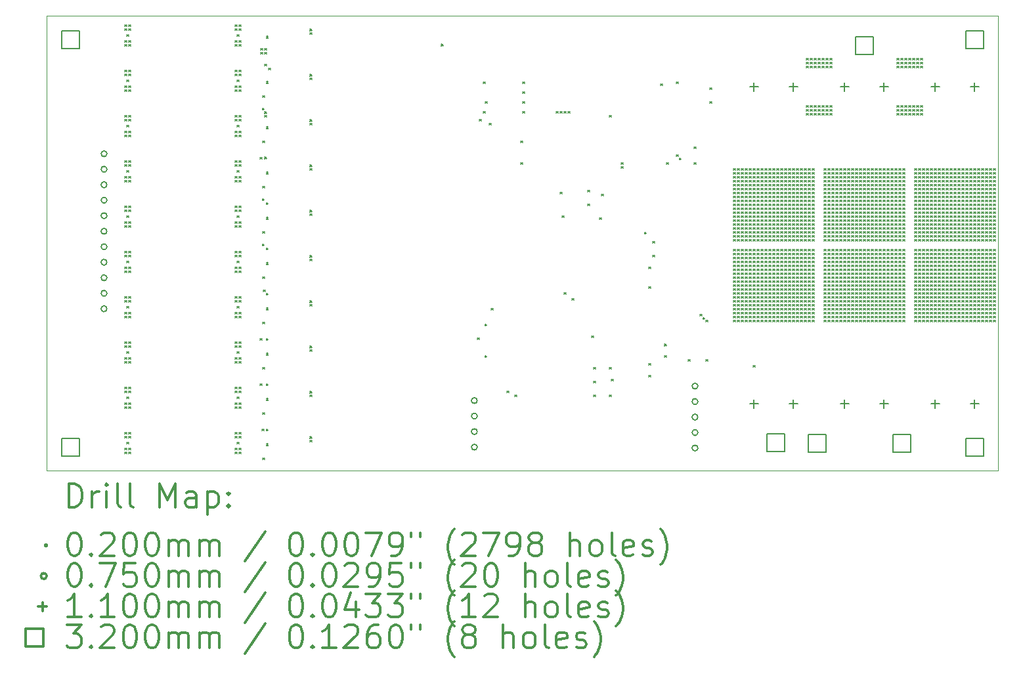
<source format=gbr>
%FSLAX45Y45*%
G04 Gerber Fmt 4.5, Leading zero omitted, Abs format (unit mm)*
G04 Created by KiCad (PCBNEW (5.1.10)-1) date 2021-09-07 10:06:52*
%MOMM*%
%LPD*%
G01*
G04 APERTURE LIST*
%TA.AperFunction,Profile*%
%ADD10C,0.050000*%
%TD*%
%ADD11C,0.200000*%
%ADD12C,0.300000*%
G04 APERTURE END LIST*
D10*
X26187400Y-10972800D02*
X38455600Y-10972800D01*
X38455600Y-16840200D02*
X38455600Y-10972800D01*
X26187400Y-16840200D02*
X38455600Y-16840200D01*
X26187400Y-16840200D02*
X26187400Y-10972800D01*
D11*
X27193400Y-11089800D02*
X27213400Y-11109800D01*
X27213400Y-11089800D02*
X27193400Y-11109800D01*
X27193400Y-11140600D02*
X27213400Y-11160600D01*
X27213400Y-11140600D02*
X27193400Y-11160600D01*
X27193400Y-11293000D02*
X27213400Y-11313000D01*
X27213400Y-11293000D02*
X27193400Y-11313000D01*
X27193400Y-11343800D02*
X27213400Y-11363800D01*
X27213400Y-11343800D02*
X27193400Y-11363800D01*
X27193400Y-11674000D02*
X27213400Y-11694000D01*
X27213400Y-11674000D02*
X27193400Y-11694000D01*
X27193400Y-11724800D02*
X27213400Y-11744800D01*
X27213400Y-11724800D02*
X27193400Y-11744800D01*
X27193400Y-11877200D02*
X27213400Y-11897200D01*
X27213400Y-11877200D02*
X27193400Y-11897200D01*
X27193400Y-11928000D02*
X27213400Y-11948000D01*
X27213400Y-11928000D02*
X27193400Y-11948000D01*
X27193400Y-12258200D02*
X27213400Y-12278200D01*
X27213400Y-12258200D02*
X27193400Y-12278200D01*
X27193400Y-12309000D02*
X27213400Y-12329000D01*
X27213400Y-12309000D02*
X27193400Y-12329000D01*
X27193400Y-12461400D02*
X27213400Y-12481400D01*
X27213400Y-12461400D02*
X27193400Y-12481400D01*
X27193400Y-12512200D02*
X27213400Y-12532200D01*
X27213400Y-12512200D02*
X27193400Y-12532200D01*
X27193400Y-12842400D02*
X27213400Y-12862400D01*
X27213400Y-12842400D02*
X27193400Y-12862400D01*
X27193400Y-12893200D02*
X27213400Y-12913200D01*
X27213400Y-12893200D02*
X27193400Y-12913200D01*
X27193400Y-13045600D02*
X27213400Y-13065600D01*
X27213400Y-13045600D02*
X27193400Y-13065600D01*
X27193400Y-13096400D02*
X27213400Y-13116400D01*
X27213400Y-13096400D02*
X27193400Y-13116400D01*
X27193400Y-13426600D02*
X27213400Y-13446600D01*
X27213400Y-13426600D02*
X27193400Y-13446600D01*
X27193400Y-13426600D02*
X27213400Y-13446600D01*
X27213400Y-13426600D02*
X27193400Y-13446600D01*
X27193400Y-13477400D02*
X27213400Y-13497400D01*
X27213400Y-13477400D02*
X27193400Y-13497400D01*
X27193400Y-13477400D02*
X27213400Y-13497400D01*
X27213400Y-13477400D02*
X27193400Y-13497400D01*
X27193400Y-13629800D02*
X27213400Y-13649800D01*
X27213400Y-13629800D02*
X27193400Y-13649800D01*
X27193400Y-13680600D02*
X27213400Y-13700600D01*
X27213400Y-13680600D02*
X27193400Y-13700600D01*
X27193400Y-14010800D02*
X27213400Y-14030800D01*
X27213400Y-14010800D02*
X27193400Y-14030800D01*
X27193400Y-14061600D02*
X27213400Y-14081600D01*
X27213400Y-14061600D02*
X27193400Y-14081600D01*
X27193400Y-14214000D02*
X27213400Y-14234000D01*
X27213400Y-14214000D02*
X27193400Y-14234000D01*
X27193400Y-14264800D02*
X27213400Y-14284800D01*
X27213400Y-14264800D02*
X27193400Y-14284800D01*
X27193400Y-14595000D02*
X27213400Y-14615000D01*
X27213400Y-14595000D02*
X27193400Y-14615000D01*
X27193400Y-14645800D02*
X27213400Y-14665800D01*
X27213400Y-14645800D02*
X27193400Y-14665800D01*
X27193400Y-14798200D02*
X27213400Y-14818200D01*
X27213400Y-14798200D02*
X27193400Y-14818200D01*
X27193400Y-14849000D02*
X27213400Y-14869000D01*
X27213400Y-14849000D02*
X27193400Y-14869000D01*
X27193400Y-15179200D02*
X27213400Y-15199200D01*
X27213400Y-15179200D02*
X27193400Y-15199200D01*
X27193400Y-15230000D02*
X27213400Y-15250000D01*
X27213400Y-15230000D02*
X27193400Y-15250000D01*
X27193400Y-15382400D02*
X27213400Y-15402400D01*
X27213400Y-15382400D02*
X27193400Y-15402400D01*
X27193400Y-15433200D02*
X27213400Y-15453200D01*
X27213400Y-15433200D02*
X27193400Y-15453200D01*
X27193400Y-15763400D02*
X27213400Y-15783400D01*
X27213400Y-15763400D02*
X27193400Y-15783400D01*
X27193400Y-15814200D02*
X27213400Y-15834200D01*
X27213400Y-15814200D02*
X27193400Y-15834200D01*
X27193400Y-15966600D02*
X27213400Y-15986600D01*
X27213400Y-15966600D02*
X27193400Y-15986600D01*
X27193400Y-16017400D02*
X27213400Y-16037400D01*
X27213400Y-16017400D02*
X27193400Y-16037400D01*
X27193400Y-16347600D02*
X27213400Y-16367600D01*
X27213400Y-16347600D02*
X27193400Y-16367600D01*
X27193400Y-16398400D02*
X27213400Y-16418400D01*
X27213400Y-16398400D02*
X27193400Y-16418400D01*
X27193400Y-16550800D02*
X27213400Y-16570800D01*
X27213400Y-16550800D02*
X27193400Y-16570800D01*
X27193400Y-16601600D02*
X27213400Y-16621600D01*
X27213400Y-16601600D02*
X27193400Y-16621600D01*
X27218600Y-11217000D02*
X27238600Y-11237000D01*
X27238600Y-11217000D02*
X27218600Y-11237000D01*
X27218600Y-11801200D02*
X27238600Y-11821200D01*
X27238600Y-11801200D02*
X27218600Y-11821200D01*
X27218600Y-12385400D02*
X27238600Y-12405400D01*
X27238600Y-12385400D02*
X27218600Y-12405400D01*
X27218600Y-12969600D02*
X27238600Y-12989600D01*
X27238600Y-12969600D02*
X27218600Y-12989600D01*
X27218600Y-13553800D02*
X27238600Y-13573800D01*
X27238600Y-13553800D02*
X27218600Y-13573800D01*
X27218600Y-14138000D02*
X27238600Y-14158000D01*
X27238600Y-14138000D02*
X27218600Y-14158000D01*
X27218600Y-14722200D02*
X27238600Y-14742200D01*
X27238600Y-14722200D02*
X27218600Y-14742200D01*
X27218600Y-15306400D02*
X27238600Y-15326400D01*
X27238600Y-15306400D02*
X27218600Y-15326400D01*
X27218600Y-15890600D02*
X27238600Y-15910600D01*
X27238600Y-15890600D02*
X27218600Y-15910600D01*
X27218600Y-16474800D02*
X27238600Y-16494800D01*
X27238600Y-16474800D02*
X27218600Y-16494800D01*
X27244200Y-11089800D02*
X27264200Y-11109800D01*
X27264200Y-11089800D02*
X27244200Y-11109800D01*
X27244200Y-11140600D02*
X27264200Y-11160600D01*
X27264200Y-11140600D02*
X27244200Y-11160600D01*
X27244200Y-11293000D02*
X27264200Y-11313000D01*
X27264200Y-11293000D02*
X27244200Y-11313000D01*
X27244200Y-11343800D02*
X27264200Y-11363800D01*
X27264200Y-11343800D02*
X27244200Y-11363800D01*
X27244200Y-11674000D02*
X27264200Y-11694000D01*
X27264200Y-11674000D02*
X27244200Y-11694000D01*
X27244200Y-11724800D02*
X27264200Y-11744800D01*
X27264200Y-11724800D02*
X27244200Y-11744800D01*
X27244200Y-11877200D02*
X27264200Y-11897200D01*
X27264200Y-11877200D02*
X27244200Y-11897200D01*
X27244200Y-11928000D02*
X27264200Y-11948000D01*
X27264200Y-11928000D02*
X27244200Y-11948000D01*
X27244200Y-12258200D02*
X27264200Y-12278200D01*
X27264200Y-12258200D02*
X27244200Y-12278200D01*
X27244200Y-12309000D02*
X27264200Y-12329000D01*
X27264200Y-12309000D02*
X27244200Y-12329000D01*
X27244200Y-12461400D02*
X27264200Y-12481400D01*
X27264200Y-12461400D02*
X27244200Y-12481400D01*
X27244200Y-12512200D02*
X27264200Y-12532200D01*
X27264200Y-12512200D02*
X27244200Y-12532200D01*
X27244200Y-12842400D02*
X27264200Y-12862400D01*
X27264200Y-12842400D02*
X27244200Y-12862400D01*
X27244200Y-12893200D02*
X27264200Y-12913200D01*
X27264200Y-12893200D02*
X27244200Y-12913200D01*
X27244200Y-13045600D02*
X27264200Y-13065600D01*
X27264200Y-13045600D02*
X27244200Y-13065600D01*
X27244200Y-13096400D02*
X27264200Y-13116400D01*
X27264200Y-13096400D02*
X27244200Y-13116400D01*
X27244200Y-13426600D02*
X27264200Y-13446600D01*
X27264200Y-13426600D02*
X27244200Y-13446600D01*
X27244200Y-13426600D02*
X27264200Y-13446600D01*
X27264200Y-13426600D02*
X27244200Y-13446600D01*
X27244200Y-13477400D02*
X27264200Y-13497400D01*
X27264200Y-13477400D02*
X27244200Y-13497400D01*
X27244200Y-13477400D02*
X27264200Y-13497400D01*
X27264200Y-13477400D02*
X27244200Y-13497400D01*
X27244200Y-13629800D02*
X27264200Y-13649800D01*
X27264200Y-13629800D02*
X27244200Y-13649800D01*
X27244200Y-13680600D02*
X27264200Y-13700600D01*
X27264200Y-13680600D02*
X27244200Y-13700600D01*
X27244200Y-14010800D02*
X27264200Y-14030800D01*
X27264200Y-14010800D02*
X27244200Y-14030800D01*
X27244200Y-14061600D02*
X27264200Y-14081600D01*
X27264200Y-14061600D02*
X27244200Y-14081600D01*
X27244200Y-14214000D02*
X27264200Y-14234000D01*
X27264200Y-14214000D02*
X27244200Y-14234000D01*
X27244200Y-14264800D02*
X27264200Y-14284800D01*
X27264200Y-14264800D02*
X27244200Y-14284800D01*
X27244200Y-14595000D02*
X27264200Y-14615000D01*
X27264200Y-14595000D02*
X27244200Y-14615000D01*
X27244200Y-14645800D02*
X27264200Y-14665800D01*
X27264200Y-14645800D02*
X27244200Y-14665800D01*
X27244200Y-14798200D02*
X27264200Y-14818200D01*
X27264200Y-14798200D02*
X27244200Y-14818200D01*
X27244200Y-14849000D02*
X27264200Y-14869000D01*
X27264200Y-14849000D02*
X27244200Y-14869000D01*
X27244200Y-15179200D02*
X27264200Y-15199200D01*
X27264200Y-15179200D02*
X27244200Y-15199200D01*
X27244200Y-15230000D02*
X27264200Y-15250000D01*
X27264200Y-15230000D02*
X27244200Y-15250000D01*
X27244200Y-15382400D02*
X27264200Y-15402400D01*
X27264200Y-15382400D02*
X27244200Y-15402400D01*
X27244200Y-15433200D02*
X27264200Y-15453200D01*
X27264200Y-15433200D02*
X27244200Y-15453200D01*
X27244200Y-15763400D02*
X27264200Y-15783400D01*
X27264200Y-15763400D02*
X27244200Y-15783400D01*
X27244200Y-15814200D02*
X27264200Y-15834200D01*
X27264200Y-15814200D02*
X27244200Y-15834200D01*
X27244200Y-15966600D02*
X27264200Y-15986600D01*
X27264200Y-15966600D02*
X27244200Y-15986600D01*
X27244200Y-16017400D02*
X27264200Y-16037400D01*
X27264200Y-16017400D02*
X27244200Y-16037400D01*
X27244200Y-16347600D02*
X27264200Y-16367600D01*
X27264200Y-16347600D02*
X27244200Y-16367600D01*
X27244200Y-16398400D02*
X27264200Y-16418400D01*
X27264200Y-16398400D02*
X27244200Y-16418400D01*
X27244200Y-16550800D02*
X27264200Y-16570800D01*
X27264200Y-16550800D02*
X27244200Y-16570800D01*
X27244200Y-16601600D02*
X27264200Y-16621600D01*
X27264200Y-16601600D02*
X27244200Y-16621600D01*
X28615800Y-11089800D02*
X28635800Y-11109800D01*
X28635800Y-11089800D02*
X28615800Y-11109800D01*
X28615800Y-11140600D02*
X28635800Y-11160600D01*
X28635800Y-11140600D02*
X28615800Y-11160600D01*
X28615800Y-11293000D02*
X28635800Y-11313000D01*
X28635800Y-11293000D02*
X28615800Y-11313000D01*
X28615800Y-11343800D02*
X28635800Y-11363800D01*
X28635800Y-11343800D02*
X28615800Y-11363800D01*
X28615800Y-11674000D02*
X28635800Y-11694000D01*
X28635800Y-11674000D02*
X28615800Y-11694000D01*
X28615800Y-11724800D02*
X28635800Y-11744800D01*
X28635800Y-11724800D02*
X28615800Y-11744800D01*
X28615800Y-11877200D02*
X28635800Y-11897200D01*
X28635800Y-11877200D02*
X28615800Y-11897200D01*
X28615800Y-11928000D02*
X28635800Y-11948000D01*
X28635800Y-11928000D02*
X28615800Y-11948000D01*
X28615800Y-12258200D02*
X28635800Y-12278200D01*
X28635800Y-12258200D02*
X28615800Y-12278200D01*
X28615800Y-12309000D02*
X28635800Y-12329000D01*
X28635800Y-12309000D02*
X28615800Y-12329000D01*
X28615800Y-12461400D02*
X28635800Y-12481400D01*
X28635800Y-12461400D02*
X28615800Y-12481400D01*
X28615800Y-12512200D02*
X28635800Y-12532200D01*
X28635800Y-12512200D02*
X28615800Y-12532200D01*
X28615800Y-12842400D02*
X28635800Y-12862400D01*
X28635800Y-12842400D02*
X28615800Y-12862400D01*
X28615800Y-12893200D02*
X28635800Y-12913200D01*
X28635800Y-12893200D02*
X28615800Y-12913200D01*
X28615800Y-13045600D02*
X28635800Y-13065600D01*
X28635800Y-13045600D02*
X28615800Y-13065600D01*
X28615800Y-13096400D02*
X28635800Y-13116400D01*
X28635800Y-13096400D02*
X28615800Y-13116400D01*
X28615800Y-13426600D02*
X28635800Y-13446600D01*
X28635800Y-13426600D02*
X28615800Y-13446600D01*
X28615800Y-13477400D02*
X28635800Y-13497400D01*
X28635800Y-13477400D02*
X28615800Y-13497400D01*
X28615800Y-13629800D02*
X28635800Y-13649800D01*
X28635800Y-13629800D02*
X28615800Y-13649800D01*
X28615800Y-13680600D02*
X28635800Y-13700600D01*
X28635800Y-13680600D02*
X28615800Y-13700600D01*
X28615800Y-14010800D02*
X28635800Y-14030800D01*
X28635800Y-14010800D02*
X28615800Y-14030800D01*
X28615800Y-14061600D02*
X28635800Y-14081600D01*
X28635800Y-14061600D02*
X28615800Y-14081600D01*
X28615800Y-14214000D02*
X28635800Y-14234000D01*
X28635800Y-14214000D02*
X28615800Y-14234000D01*
X28615800Y-14264800D02*
X28635800Y-14284800D01*
X28635800Y-14264800D02*
X28615800Y-14284800D01*
X28615800Y-14595000D02*
X28635800Y-14615000D01*
X28635800Y-14595000D02*
X28615800Y-14615000D01*
X28615800Y-14645800D02*
X28635800Y-14665800D01*
X28635800Y-14645800D02*
X28615800Y-14665800D01*
X28615800Y-14798200D02*
X28635800Y-14818200D01*
X28635800Y-14798200D02*
X28615800Y-14818200D01*
X28615800Y-14849000D02*
X28635800Y-14869000D01*
X28635800Y-14849000D02*
X28615800Y-14869000D01*
X28615800Y-15179200D02*
X28635800Y-15199200D01*
X28635800Y-15179200D02*
X28615800Y-15199200D01*
X28615800Y-15230000D02*
X28635800Y-15250000D01*
X28635800Y-15230000D02*
X28615800Y-15250000D01*
X28615800Y-15382400D02*
X28635800Y-15402400D01*
X28635800Y-15382400D02*
X28615800Y-15402400D01*
X28615800Y-15433200D02*
X28635800Y-15453200D01*
X28635800Y-15433200D02*
X28615800Y-15453200D01*
X28615800Y-15763400D02*
X28635800Y-15783400D01*
X28635800Y-15763400D02*
X28615800Y-15783400D01*
X28615800Y-15814200D02*
X28635800Y-15834200D01*
X28635800Y-15814200D02*
X28615800Y-15834200D01*
X28615800Y-15966600D02*
X28635800Y-15986600D01*
X28635800Y-15966600D02*
X28615800Y-15986600D01*
X28615800Y-16017400D02*
X28635800Y-16037400D01*
X28635800Y-16017400D02*
X28615800Y-16037400D01*
X28615800Y-16347600D02*
X28635800Y-16367600D01*
X28635800Y-16347600D02*
X28615800Y-16367600D01*
X28615800Y-16398400D02*
X28635800Y-16418400D01*
X28635800Y-16398400D02*
X28615800Y-16418400D01*
X28615800Y-16550800D02*
X28635800Y-16570800D01*
X28635800Y-16550800D02*
X28615800Y-16570800D01*
X28615800Y-16601600D02*
X28635800Y-16621600D01*
X28635800Y-16601600D02*
X28615800Y-16621600D01*
X28641400Y-11216800D02*
X28661400Y-11236800D01*
X28661400Y-11216800D02*
X28641400Y-11236800D01*
X28641400Y-11801000D02*
X28661400Y-11821000D01*
X28661400Y-11801000D02*
X28641400Y-11821000D01*
X28641400Y-12385200D02*
X28661400Y-12405200D01*
X28661400Y-12385200D02*
X28641400Y-12405200D01*
X28641400Y-12969400D02*
X28661400Y-12989400D01*
X28661400Y-12969400D02*
X28641400Y-12989400D01*
X28641400Y-13553600D02*
X28661400Y-13573600D01*
X28661400Y-13553600D02*
X28641400Y-13573600D01*
X28641400Y-14137800D02*
X28661400Y-14157800D01*
X28661400Y-14137800D02*
X28641400Y-14157800D01*
X28641400Y-14722000D02*
X28661400Y-14742000D01*
X28661400Y-14722000D02*
X28641400Y-14742000D01*
X28641400Y-15306200D02*
X28661400Y-15326200D01*
X28661400Y-15306200D02*
X28641400Y-15326200D01*
X28641400Y-15890400D02*
X28661400Y-15910400D01*
X28661400Y-15890400D02*
X28641400Y-15910400D01*
X28641400Y-16474600D02*
X28661400Y-16494600D01*
X28661400Y-16474600D02*
X28641400Y-16494600D01*
X28666600Y-11089800D02*
X28686600Y-11109800D01*
X28686600Y-11089800D02*
X28666600Y-11109800D01*
X28666600Y-11140600D02*
X28686600Y-11160600D01*
X28686600Y-11140600D02*
X28666600Y-11160600D01*
X28666600Y-11293000D02*
X28686600Y-11313000D01*
X28686600Y-11293000D02*
X28666600Y-11313000D01*
X28666600Y-11343800D02*
X28686600Y-11363800D01*
X28686600Y-11343800D02*
X28666600Y-11363800D01*
X28666600Y-11674000D02*
X28686600Y-11694000D01*
X28686600Y-11674000D02*
X28666600Y-11694000D01*
X28666600Y-11724800D02*
X28686600Y-11744800D01*
X28686600Y-11724800D02*
X28666600Y-11744800D01*
X28666600Y-11877200D02*
X28686600Y-11897200D01*
X28686600Y-11877200D02*
X28666600Y-11897200D01*
X28666600Y-11928000D02*
X28686600Y-11948000D01*
X28686600Y-11928000D02*
X28666600Y-11948000D01*
X28666600Y-12258200D02*
X28686600Y-12278200D01*
X28686600Y-12258200D02*
X28666600Y-12278200D01*
X28666600Y-12309000D02*
X28686600Y-12329000D01*
X28686600Y-12309000D02*
X28666600Y-12329000D01*
X28666600Y-12461400D02*
X28686600Y-12481400D01*
X28686600Y-12461400D02*
X28666600Y-12481400D01*
X28666600Y-12512200D02*
X28686600Y-12532200D01*
X28686600Y-12512200D02*
X28666600Y-12532200D01*
X28666600Y-12842400D02*
X28686600Y-12862400D01*
X28686600Y-12842400D02*
X28666600Y-12862400D01*
X28666600Y-12893200D02*
X28686600Y-12913200D01*
X28686600Y-12893200D02*
X28666600Y-12913200D01*
X28666600Y-13045600D02*
X28686600Y-13065600D01*
X28686600Y-13045600D02*
X28666600Y-13065600D01*
X28666600Y-13096400D02*
X28686600Y-13116400D01*
X28686600Y-13096400D02*
X28666600Y-13116400D01*
X28666600Y-13426600D02*
X28686600Y-13446600D01*
X28686600Y-13426600D02*
X28666600Y-13446600D01*
X28666600Y-13477400D02*
X28686600Y-13497400D01*
X28686600Y-13477400D02*
X28666600Y-13497400D01*
X28666600Y-13629800D02*
X28686600Y-13649800D01*
X28686600Y-13629800D02*
X28666600Y-13649800D01*
X28666600Y-13680600D02*
X28686600Y-13700600D01*
X28686600Y-13680600D02*
X28666600Y-13700600D01*
X28666600Y-14010800D02*
X28686600Y-14030800D01*
X28686600Y-14010800D02*
X28666600Y-14030800D01*
X28666600Y-14061600D02*
X28686600Y-14081600D01*
X28686600Y-14061600D02*
X28666600Y-14081600D01*
X28666600Y-14214000D02*
X28686600Y-14234000D01*
X28686600Y-14214000D02*
X28666600Y-14234000D01*
X28666600Y-14264800D02*
X28686600Y-14284800D01*
X28686600Y-14264800D02*
X28666600Y-14284800D01*
X28666600Y-14595000D02*
X28686600Y-14615000D01*
X28686600Y-14595000D02*
X28666600Y-14615000D01*
X28666600Y-14645800D02*
X28686600Y-14665800D01*
X28686600Y-14645800D02*
X28666600Y-14665800D01*
X28666600Y-14798200D02*
X28686600Y-14818200D01*
X28686600Y-14798200D02*
X28666600Y-14818200D01*
X28666600Y-14849000D02*
X28686600Y-14869000D01*
X28686600Y-14849000D02*
X28666600Y-14869000D01*
X28666600Y-15179200D02*
X28686600Y-15199200D01*
X28686600Y-15179200D02*
X28666600Y-15199200D01*
X28666600Y-15230000D02*
X28686600Y-15250000D01*
X28686600Y-15230000D02*
X28666600Y-15250000D01*
X28666600Y-15382400D02*
X28686600Y-15402400D01*
X28686600Y-15382400D02*
X28666600Y-15402400D01*
X28666600Y-15433200D02*
X28686600Y-15453200D01*
X28686600Y-15433200D02*
X28666600Y-15453200D01*
X28666600Y-15763400D02*
X28686600Y-15783400D01*
X28686600Y-15763400D02*
X28666600Y-15783400D01*
X28666600Y-15814200D02*
X28686600Y-15834200D01*
X28686600Y-15814200D02*
X28666600Y-15834200D01*
X28666600Y-15966600D02*
X28686600Y-15986600D01*
X28686600Y-15966600D02*
X28666600Y-15986600D01*
X28666600Y-16017400D02*
X28686600Y-16037400D01*
X28686600Y-16017400D02*
X28666600Y-16037400D01*
X28666600Y-16347600D02*
X28686600Y-16367600D01*
X28686600Y-16347600D02*
X28666600Y-16367600D01*
X28666600Y-16398400D02*
X28686600Y-16418400D01*
X28686600Y-16398400D02*
X28666600Y-16418400D01*
X28666600Y-16550800D02*
X28686600Y-16570800D01*
X28686600Y-16550800D02*
X28666600Y-16570800D01*
X28666600Y-16601600D02*
X28686600Y-16621600D01*
X28686600Y-16601600D02*
X28666600Y-16621600D01*
X28939400Y-12798200D02*
X28959400Y-12818200D01*
X28959400Y-12798200D02*
X28939400Y-12818200D01*
X28939400Y-15135000D02*
X28959400Y-15155000D01*
X28959400Y-15135000D02*
X28939400Y-15155000D01*
X28939400Y-15719200D02*
X28959400Y-15739200D01*
X28959400Y-15719200D02*
X28939400Y-15739200D01*
X28946000Y-11394600D02*
X28966000Y-11414600D01*
X28966000Y-11394600D02*
X28946000Y-11414600D01*
X28946000Y-11445400D02*
X28966000Y-11465400D01*
X28966000Y-11445400D02*
X28946000Y-11465400D01*
X28964800Y-16303400D02*
X28984800Y-16323400D01*
X28984800Y-16303400D02*
X28964800Y-16323400D01*
X28967300Y-12160700D02*
X28987300Y-12180700D01*
X28987300Y-12160700D02*
X28967300Y-12180700D01*
X28967300Y-13329100D02*
X28987300Y-13349100D01*
X28987300Y-13329100D02*
X28967300Y-13349100D01*
X28967300Y-13913300D02*
X28987300Y-13933300D01*
X28987300Y-13913300D02*
X28967300Y-13933300D01*
X28971400Y-12004200D02*
X28991400Y-12024200D01*
X28991400Y-12004200D02*
X28971400Y-12024200D01*
X28971400Y-12588400D02*
X28991400Y-12608400D01*
X28991400Y-12588400D02*
X28971400Y-12608400D01*
X28971400Y-13172600D02*
X28991400Y-13192600D01*
X28991400Y-13172600D02*
X28971400Y-13192600D01*
X28971400Y-13756800D02*
X28991400Y-13776800D01*
X28991400Y-13756800D02*
X28971400Y-13776800D01*
X28971400Y-14341000D02*
X28991400Y-14361000D01*
X28991400Y-14341000D02*
X28971400Y-14361000D01*
X28971400Y-14925200D02*
X28991400Y-14945200D01*
X28991400Y-14925200D02*
X28971400Y-14945200D01*
X28971400Y-15509400D02*
X28991400Y-15529400D01*
X28991400Y-15509400D02*
X28971400Y-15529400D01*
X28971400Y-16093600D02*
X28991400Y-16113600D01*
X28991400Y-16093600D02*
X28971400Y-16113600D01*
X28971400Y-16677800D02*
X28991400Y-16697800D01*
X28991400Y-16677800D02*
X28971400Y-16697800D01*
X28980000Y-14510200D02*
X29000000Y-14530200D01*
X29000000Y-14510200D02*
X28980000Y-14530200D01*
X28996800Y-11394600D02*
X29016800Y-11414600D01*
X29016800Y-11394600D02*
X28996800Y-11414600D01*
X28996800Y-11445400D02*
X29016800Y-11465400D01*
X29016800Y-11445400D02*
X28996800Y-11465400D01*
X28996800Y-11597800D02*
X29016800Y-11617800D01*
X29016800Y-11597800D02*
X28996800Y-11617800D01*
X28996800Y-12209000D02*
X29016800Y-12229000D01*
X29016800Y-12209000D02*
X28996800Y-12229000D01*
X28996800Y-12258200D02*
X29016800Y-12278200D01*
X29016800Y-12258200D02*
X28996800Y-12278200D01*
X28997600Y-12792400D02*
X29017600Y-12812400D01*
X29017600Y-12792400D02*
X28997600Y-12812400D01*
X29018100Y-13379900D02*
X29038100Y-13399900D01*
X29038100Y-13379900D02*
X29018100Y-13399900D01*
X29018100Y-13964100D02*
X29038100Y-13984100D01*
X29038100Y-13964100D02*
X29018100Y-13984100D01*
X29018100Y-14548300D02*
X29038100Y-14568300D01*
X29038100Y-14548300D02*
X29018100Y-14568300D01*
X29020600Y-11235600D02*
X29040600Y-11255600D01*
X29040600Y-11235600D02*
X29020600Y-11255600D01*
X29020600Y-11819800D02*
X29040600Y-11839800D01*
X29040600Y-11819800D02*
X29020600Y-11839800D01*
X29020600Y-12404000D02*
X29040600Y-12424000D01*
X29040600Y-12404000D02*
X29020600Y-12424000D01*
X29020600Y-12988200D02*
X29040600Y-13008200D01*
X29040600Y-12988200D02*
X29020600Y-13008200D01*
X29020600Y-13572400D02*
X29040600Y-13592400D01*
X29040600Y-13572400D02*
X29020600Y-13592400D01*
X29020600Y-14156600D02*
X29040600Y-14176600D01*
X29040600Y-14156600D02*
X29020600Y-14176600D01*
X29020600Y-14740800D02*
X29040600Y-14760800D01*
X29040600Y-14740800D02*
X29020600Y-14760800D01*
X29020600Y-15135000D02*
X29040600Y-15155000D01*
X29040600Y-15135000D02*
X29020600Y-15155000D01*
X29020600Y-15325000D02*
X29040600Y-15345000D01*
X29040600Y-15325000D02*
X29020600Y-15345000D01*
X29020600Y-15719200D02*
X29040600Y-15739200D01*
X29040600Y-15719200D02*
X29020600Y-15739200D01*
X29020600Y-15909200D02*
X29040600Y-15929200D01*
X29040600Y-15909200D02*
X29020600Y-15929200D01*
X29020600Y-16303400D02*
X29040600Y-16323400D01*
X29040600Y-16303400D02*
X29020600Y-16323400D01*
X29020600Y-16493400D02*
X29040600Y-16513400D01*
X29040600Y-16493400D02*
X29020600Y-16513400D01*
X29047600Y-11648600D02*
X29067600Y-11668600D01*
X29067600Y-11648600D02*
X29047600Y-11668600D01*
X29581000Y-11142200D02*
X29601000Y-11162200D01*
X29601000Y-11142200D02*
X29581000Y-11162200D01*
X29581000Y-11142200D02*
X29601000Y-11162200D01*
X29601000Y-11142200D02*
X29581000Y-11162200D01*
X29581000Y-11191400D02*
X29601000Y-11211400D01*
X29601000Y-11191400D02*
X29581000Y-11211400D01*
X29581000Y-11726400D02*
X29601000Y-11746400D01*
X29601000Y-11726400D02*
X29581000Y-11746400D01*
X29581000Y-11726400D02*
X29601000Y-11746400D01*
X29601000Y-11726400D02*
X29581000Y-11746400D01*
X29581000Y-11775600D02*
X29601000Y-11795600D01*
X29601000Y-11775600D02*
X29581000Y-11795600D01*
X29581000Y-12310600D02*
X29601000Y-12330600D01*
X29601000Y-12310600D02*
X29581000Y-12330600D01*
X29581000Y-12310600D02*
X29601000Y-12330600D01*
X29601000Y-12310600D02*
X29581000Y-12330600D01*
X29581000Y-12359800D02*
X29601000Y-12379800D01*
X29601000Y-12359800D02*
X29581000Y-12379800D01*
X29581000Y-12894800D02*
X29601000Y-12914800D01*
X29601000Y-12894800D02*
X29581000Y-12914800D01*
X29581000Y-12894800D02*
X29601000Y-12914800D01*
X29601000Y-12894800D02*
X29581000Y-12914800D01*
X29581000Y-12944000D02*
X29601000Y-12964000D01*
X29601000Y-12944000D02*
X29581000Y-12964000D01*
X29581000Y-13479000D02*
X29601000Y-13499000D01*
X29601000Y-13479000D02*
X29581000Y-13499000D01*
X29581000Y-13479000D02*
X29601000Y-13499000D01*
X29601000Y-13479000D02*
X29581000Y-13499000D01*
X29581000Y-13528200D02*
X29601000Y-13548200D01*
X29601000Y-13528200D02*
X29581000Y-13548200D01*
X29581000Y-14063200D02*
X29601000Y-14083200D01*
X29601000Y-14063200D02*
X29581000Y-14083200D01*
X29581000Y-14063200D02*
X29601000Y-14083200D01*
X29601000Y-14063200D02*
X29581000Y-14083200D01*
X29581000Y-14112400D02*
X29601000Y-14132400D01*
X29601000Y-14112400D02*
X29581000Y-14132400D01*
X29581000Y-14647400D02*
X29601000Y-14667400D01*
X29601000Y-14647400D02*
X29581000Y-14667400D01*
X29581000Y-14647400D02*
X29601000Y-14667400D01*
X29601000Y-14647400D02*
X29581000Y-14667400D01*
X29581000Y-14696600D02*
X29601000Y-14716600D01*
X29601000Y-14696600D02*
X29581000Y-14716600D01*
X29581000Y-15231600D02*
X29601000Y-15251600D01*
X29601000Y-15231600D02*
X29581000Y-15251600D01*
X29581000Y-15231600D02*
X29601000Y-15251600D01*
X29601000Y-15231600D02*
X29581000Y-15251600D01*
X29581000Y-15280800D02*
X29601000Y-15300800D01*
X29601000Y-15280800D02*
X29581000Y-15300800D01*
X29581000Y-15815800D02*
X29601000Y-15835800D01*
X29601000Y-15815800D02*
X29581000Y-15835800D01*
X29581000Y-15815800D02*
X29601000Y-15835800D01*
X29601000Y-15815800D02*
X29581000Y-15835800D01*
X29581000Y-15865000D02*
X29601000Y-15885000D01*
X29601000Y-15865000D02*
X29581000Y-15885000D01*
X29581000Y-16400000D02*
X29601000Y-16420000D01*
X29601000Y-16400000D02*
X29581000Y-16420000D01*
X29581000Y-16400000D02*
X29601000Y-16420000D01*
X29601000Y-16400000D02*
X29581000Y-16420000D01*
X29581000Y-16449200D02*
X29601000Y-16469200D01*
X29601000Y-16449200D02*
X29581000Y-16469200D01*
X31276200Y-11337200D02*
X31296200Y-11357200D01*
X31296200Y-11337200D02*
X31276200Y-11357200D01*
X31740000Y-15128400D02*
X31760000Y-15148400D01*
X31760000Y-15128400D02*
X31740000Y-15148400D01*
X31765400Y-12309000D02*
X31785400Y-12329000D01*
X31785400Y-12309000D02*
X31765400Y-12329000D01*
X31816200Y-11826400D02*
X31836200Y-11846400D01*
X31836200Y-11826400D02*
X31816200Y-11846400D01*
X31816200Y-12207400D02*
X31836200Y-12227400D01*
X31836200Y-12207400D02*
X31816200Y-12227400D01*
X31838400Y-14950600D02*
X31858400Y-14970600D01*
X31858400Y-14950600D02*
X31838400Y-14970600D01*
X31838400Y-15357000D02*
X31858400Y-15377000D01*
X31858400Y-15357000D02*
X31838400Y-15377000D01*
X31841600Y-12080400D02*
X31861600Y-12100400D01*
X31861600Y-12080400D02*
X31841600Y-12100400D01*
X31892400Y-12359800D02*
X31912400Y-12379800D01*
X31912400Y-12359800D02*
X31892400Y-12379800D01*
X31917800Y-14747400D02*
X31937800Y-14767400D01*
X31937800Y-14747400D02*
X31917800Y-14767400D01*
X32121000Y-15814200D02*
X32141000Y-15834200D01*
X32141000Y-15814200D02*
X32121000Y-15834200D01*
X32222600Y-15865000D02*
X32242600Y-15885000D01*
X32242600Y-15865000D02*
X32222600Y-15885000D01*
X32298800Y-12588400D02*
X32318800Y-12608400D01*
X32318800Y-12588400D02*
X32298800Y-12608400D01*
X32298800Y-12867800D02*
X32318800Y-12887800D01*
X32318800Y-12867800D02*
X32298800Y-12887800D01*
X32324200Y-11826400D02*
X32344200Y-11846400D01*
X32344200Y-11826400D02*
X32324200Y-11846400D01*
X32324200Y-11953400D02*
X32344200Y-11973400D01*
X32344200Y-11953400D02*
X32324200Y-11973400D01*
X32324200Y-12080400D02*
X32344200Y-12100400D01*
X32344200Y-12080400D02*
X32324200Y-12100400D01*
X32324200Y-12207400D02*
X32344200Y-12227400D01*
X32344200Y-12207400D02*
X32324200Y-12227400D01*
X32756000Y-12207400D02*
X32776000Y-12227400D01*
X32776000Y-12207400D02*
X32756000Y-12227400D01*
X32806800Y-12207400D02*
X32826800Y-12227400D01*
X32826800Y-12207400D02*
X32806800Y-12227400D01*
X32806800Y-13248800D02*
X32826800Y-13268800D01*
X32826800Y-13248800D02*
X32806800Y-13268800D01*
X32832200Y-13553600D02*
X32852200Y-13573600D01*
X32852200Y-13553600D02*
X32832200Y-13573600D01*
X32857600Y-12207400D02*
X32877600Y-12227400D01*
X32877600Y-12207400D02*
X32857600Y-12227400D01*
X32857600Y-14544200D02*
X32877600Y-14564200D01*
X32877600Y-14544200D02*
X32857600Y-14564200D01*
X32908400Y-12207400D02*
X32928400Y-12227400D01*
X32928400Y-12207400D02*
X32908400Y-12227400D01*
X32959200Y-14620400D02*
X32979200Y-14640400D01*
X32979200Y-14620400D02*
X32959200Y-14640400D01*
X33162400Y-13223400D02*
X33182400Y-13243400D01*
X33182400Y-13223400D02*
X33162400Y-13243400D01*
X33162400Y-13401200D02*
X33182400Y-13421200D01*
X33182400Y-13401200D02*
X33162400Y-13421200D01*
X33213200Y-15103000D02*
X33233200Y-15123000D01*
X33233200Y-15103000D02*
X33213200Y-15123000D01*
X33238600Y-15509400D02*
X33258600Y-15529400D01*
X33258600Y-15509400D02*
X33238600Y-15529400D01*
X33238600Y-15687200D02*
X33258600Y-15707200D01*
X33258600Y-15687200D02*
X33238600Y-15707200D01*
X33238600Y-15865000D02*
X33258600Y-15885000D01*
X33258600Y-15865000D02*
X33238600Y-15885000D01*
X33314800Y-13579000D02*
X33334800Y-13599000D01*
X33334800Y-13579000D02*
X33314800Y-13599000D01*
X33340200Y-13274200D02*
X33360200Y-13294200D01*
X33360200Y-13274200D02*
X33340200Y-13294200D01*
X33441800Y-12258200D02*
X33461800Y-12278200D01*
X33461800Y-12258200D02*
X33441800Y-12278200D01*
X33441800Y-15509400D02*
X33461800Y-15529400D01*
X33461800Y-15509400D02*
X33441800Y-15529400D01*
X33441800Y-15865000D02*
X33461800Y-15885000D01*
X33461800Y-15865000D02*
X33441800Y-15885000D01*
X33467200Y-15661800D02*
X33487200Y-15681800D01*
X33487200Y-15661800D02*
X33467200Y-15681800D01*
X33594200Y-12867800D02*
X33614200Y-12887800D01*
X33614200Y-12867800D02*
X33594200Y-12887800D01*
X33594200Y-12918600D02*
X33614200Y-12938600D01*
X33614200Y-12918600D02*
X33594200Y-12938600D01*
X33892772Y-13763028D02*
X33912772Y-13783028D01*
X33912772Y-13763028D02*
X33892772Y-13783028D01*
X33949800Y-14214000D02*
X33969800Y-14234000D01*
X33969800Y-14214000D02*
X33949800Y-14234000D01*
X33949800Y-14468000D02*
X33969800Y-14488000D01*
X33969800Y-14468000D02*
X33949800Y-14488000D01*
X33949800Y-15458600D02*
X33969800Y-15478600D01*
X33969800Y-15458600D02*
X33949800Y-15478600D01*
X33949800Y-15611000D02*
X33969800Y-15631000D01*
X33969800Y-15611000D02*
X33949800Y-15631000D01*
X34000600Y-13883800D02*
X34020600Y-13903800D01*
X34020600Y-13883800D02*
X34000600Y-13903800D01*
X34000600Y-14061600D02*
X34020600Y-14081600D01*
X34020600Y-14061600D02*
X34000600Y-14081600D01*
X34102200Y-11851800D02*
X34122200Y-11871800D01*
X34122200Y-11851800D02*
X34102200Y-11871800D01*
X34153000Y-15357000D02*
X34173000Y-15377000D01*
X34173000Y-15357000D02*
X34153000Y-15377000D01*
X34154600Y-15206200D02*
X34174600Y-15226200D01*
X34174600Y-15206200D02*
X34154600Y-15226200D01*
X34178400Y-12867800D02*
X34198400Y-12887800D01*
X34198400Y-12867800D02*
X34178400Y-12887800D01*
X34305400Y-11826400D02*
X34325400Y-11846400D01*
X34325400Y-11826400D02*
X34305400Y-11846400D01*
X34305400Y-12766200D02*
X34325400Y-12786200D01*
X34325400Y-12766200D02*
X34305400Y-12786200D01*
X34343500Y-12804300D02*
X34363500Y-12824300D01*
X34363500Y-12804300D02*
X34343500Y-12824300D01*
X34457800Y-15407800D02*
X34477800Y-15427800D01*
X34477800Y-15407800D02*
X34457800Y-15427800D01*
X34534000Y-12664600D02*
X34554000Y-12684600D01*
X34554000Y-12664600D02*
X34534000Y-12684600D01*
X34534000Y-12867800D02*
X34554000Y-12887800D01*
X34554000Y-12867800D02*
X34534000Y-12887800D01*
X34610200Y-14823600D02*
X34630200Y-14843600D01*
X34630200Y-14823600D02*
X34610200Y-14843600D01*
X34648300Y-14861700D02*
X34668300Y-14881700D01*
X34668300Y-14861700D02*
X34648300Y-14881700D01*
X34686400Y-14899800D02*
X34706400Y-14919800D01*
X34706400Y-14899800D02*
X34686400Y-14919800D01*
X34686400Y-15407800D02*
X34706400Y-15427800D01*
X34706400Y-15407800D02*
X34686400Y-15427800D01*
X34737200Y-11902600D02*
X34757200Y-11922600D01*
X34757200Y-11902600D02*
X34737200Y-11922600D01*
X34737200Y-12080400D02*
X34757200Y-12100400D01*
X34757200Y-12080400D02*
X34737200Y-12100400D01*
X35042000Y-12944000D02*
X35062000Y-12964000D01*
X35062000Y-12944000D02*
X35042000Y-12964000D01*
X35042000Y-12994800D02*
X35062000Y-13014800D01*
X35062000Y-12994800D02*
X35042000Y-13014800D01*
X35042000Y-13045600D02*
X35062000Y-13065600D01*
X35062000Y-13045600D02*
X35042000Y-13065600D01*
X35042000Y-13096400D02*
X35062000Y-13116400D01*
X35062000Y-13096400D02*
X35042000Y-13116400D01*
X35042000Y-13147200D02*
X35062000Y-13167200D01*
X35062000Y-13147200D02*
X35042000Y-13167200D01*
X35042000Y-13198000D02*
X35062000Y-13218000D01*
X35062000Y-13198000D02*
X35042000Y-13218000D01*
X35042000Y-13248800D02*
X35062000Y-13268800D01*
X35062000Y-13248800D02*
X35042000Y-13268800D01*
X35042000Y-13299600D02*
X35062000Y-13319600D01*
X35062000Y-13299600D02*
X35042000Y-13319600D01*
X35042000Y-13350400D02*
X35062000Y-13370400D01*
X35062000Y-13350400D02*
X35042000Y-13370400D01*
X35042000Y-13401200D02*
X35062000Y-13421200D01*
X35062000Y-13401200D02*
X35042000Y-13421200D01*
X35042000Y-13452000D02*
X35062000Y-13472000D01*
X35062000Y-13452000D02*
X35042000Y-13472000D01*
X35042000Y-13502800D02*
X35062000Y-13522800D01*
X35062000Y-13502800D02*
X35042000Y-13522800D01*
X35042000Y-13553600D02*
X35062000Y-13573600D01*
X35062000Y-13553600D02*
X35042000Y-13573600D01*
X35042000Y-13604400D02*
X35062000Y-13624400D01*
X35062000Y-13604400D02*
X35042000Y-13624400D01*
X35042000Y-13655200D02*
X35062000Y-13675200D01*
X35062000Y-13655200D02*
X35042000Y-13675200D01*
X35042000Y-13706000D02*
X35062000Y-13726000D01*
X35062000Y-13706000D02*
X35042000Y-13726000D01*
X35042000Y-13756800D02*
X35062000Y-13776800D01*
X35062000Y-13756800D02*
X35042000Y-13776800D01*
X35042000Y-13807600D02*
X35062000Y-13827600D01*
X35062000Y-13807600D02*
X35042000Y-13827600D01*
X35042000Y-13858400D02*
X35062000Y-13878400D01*
X35062000Y-13858400D02*
X35042000Y-13878400D01*
X35042000Y-13985400D02*
X35062000Y-14005400D01*
X35062000Y-13985400D02*
X35042000Y-14005400D01*
X35042000Y-14036200D02*
X35062000Y-14056200D01*
X35062000Y-14036200D02*
X35042000Y-14056200D01*
X35042000Y-14087000D02*
X35062000Y-14107000D01*
X35062000Y-14087000D02*
X35042000Y-14107000D01*
X35042000Y-14137800D02*
X35062000Y-14157800D01*
X35062000Y-14137800D02*
X35042000Y-14157800D01*
X35042000Y-14188600D02*
X35062000Y-14208600D01*
X35062000Y-14188600D02*
X35042000Y-14208600D01*
X35042000Y-14239400D02*
X35062000Y-14259400D01*
X35062000Y-14239400D02*
X35042000Y-14259400D01*
X35042000Y-14290200D02*
X35062000Y-14310200D01*
X35062000Y-14290200D02*
X35042000Y-14310200D01*
X35042000Y-14341000D02*
X35062000Y-14361000D01*
X35062000Y-14341000D02*
X35042000Y-14361000D01*
X35042000Y-14391800D02*
X35062000Y-14411800D01*
X35062000Y-14391800D02*
X35042000Y-14411800D01*
X35042000Y-14442600D02*
X35062000Y-14462600D01*
X35062000Y-14442600D02*
X35042000Y-14462600D01*
X35042000Y-14493400D02*
X35062000Y-14513400D01*
X35062000Y-14493400D02*
X35042000Y-14513400D01*
X35042000Y-14544200D02*
X35062000Y-14564200D01*
X35062000Y-14544200D02*
X35042000Y-14564200D01*
X35042000Y-14595000D02*
X35062000Y-14615000D01*
X35062000Y-14595000D02*
X35042000Y-14615000D01*
X35042000Y-14645800D02*
X35062000Y-14665800D01*
X35062000Y-14645800D02*
X35042000Y-14665800D01*
X35042000Y-14696600D02*
X35062000Y-14716600D01*
X35062000Y-14696600D02*
X35042000Y-14716600D01*
X35042000Y-14747400D02*
X35062000Y-14767400D01*
X35062000Y-14747400D02*
X35042000Y-14767400D01*
X35042000Y-14798200D02*
X35062000Y-14818200D01*
X35062000Y-14798200D02*
X35042000Y-14818200D01*
X35042000Y-14849000D02*
X35062000Y-14869000D01*
X35062000Y-14849000D02*
X35042000Y-14869000D01*
X35042000Y-14899800D02*
X35062000Y-14919800D01*
X35062000Y-14899800D02*
X35042000Y-14919800D01*
X35092800Y-12944000D02*
X35112800Y-12964000D01*
X35112800Y-12944000D02*
X35092800Y-12964000D01*
X35092800Y-12994800D02*
X35112800Y-13014800D01*
X35112800Y-12994800D02*
X35092800Y-13014800D01*
X35092800Y-13045600D02*
X35112800Y-13065600D01*
X35112800Y-13045600D02*
X35092800Y-13065600D01*
X35092800Y-13096400D02*
X35112800Y-13116400D01*
X35112800Y-13096400D02*
X35092800Y-13116400D01*
X35092800Y-13147200D02*
X35112800Y-13167200D01*
X35112800Y-13147200D02*
X35092800Y-13167200D01*
X35092800Y-13198000D02*
X35112800Y-13218000D01*
X35112800Y-13198000D02*
X35092800Y-13218000D01*
X35092800Y-13248800D02*
X35112800Y-13268800D01*
X35112800Y-13248800D02*
X35092800Y-13268800D01*
X35092800Y-13299600D02*
X35112800Y-13319600D01*
X35112800Y-13299600D02*
X35092800Y-13319600D01*
X35092800Y-13350400D02*
X35112800Y-13370400D01*
X35112800Y-13350400D02*
X35092800Y-13370400D01*
X35092800Y-13401200D02*
X35112800Y-13421200D01*
X35112800Y-13401200D02*
X35092800Y-13421200D01*
X35092800Y-13452000D02*
X35112800Y-13472000D01*
X35112800Y-13452000D02*
X35092800Y-13472000D01*
X35092800Y-13502800D02*
X35112800Y-13522800D01*
X35112800Y-13502800D02*
X35092800Y-13522800D01*
X35092800Y-13553600D02*
X35112800Y-13573600D01*
X35112800Y-13553600D02*
X35092800Y-13573600D01*
X35092800Y-13604400D02*
X35112800Y-13624400D01*
X35112800Y-13604400D02*
X35092800Y-13624400D01*
X35092800Y-13655200D02*
X35112800Y-13675200D01*
X35112800Y-13655200D02*
X35092800Y-13675200D01*
X35092800Y-13706000D02*
X35112800Y-13726000D01*
X35112800Y-13706000D02*
X35092800Y-13726000D01*
X35092800Y-13756800D02*
X35112800Y-13776800D01*
X35112800Y-13756800D02*
X35092800Y-13776800D01*
X35092800Y-13807600D02*
X35112800Y-13827600D01*
X35112800Y-13807600D02*
X35092800Y-13827600D01*
X35092800Y-13858400D02*
X35112800Y-13878400D01*
X35112800Y-13858400D02*
X35092800Y-13878400D01*
X35092800Y-13985400D02*
X35112800Y-14005400D01*
X35112800Y-13985400D02*
X35092800Y-14005400D01*
X35092800Y-14036200D02*
X35112800Y-14056200D01*
X35112800Y-14036200D02*
X35092800Y-14056200D01*
X35092800Y-14087000D02*
X35112800Y-14107000D01*
X35112800Y-14087000D02*
X35092800Y-14107000D01*
X35092800Y-14137800D02*
X35112800Y-14157800D01*
X35112800Y-14137800D02*
X35092800Y-14157800D01*
X35092800Y-14188600D02*
X35112800Y-14208600D01*
X35112800Y-14188600D02*
X35092800Y-14208600D01*
X35092800Y-14239400D02*
X35112800Y-14259400D01*
X35112800Y-14239400D02*
X35092800Y-14259400D01*
X35092800Y-14290200D02*
X35112800Y-14310200D01*
X35112800Y-14290200D02*
X35092800Y-14310200D01*
X35092800Y-14341000D02*
X35112800Y-14361000D01*
X35112800Y-14341000D02*
X35092800Y-14361000D01*
X35092800Y-14391800D02*
X35112800Y-14411800D01*
X35112800Y-14391800D02*
X35092800Y-14411800D01*
X35092800Y-14442600D02*
X35112800Y-14462600D01*
X35112800Y-14442600D02*
X35092800Y-14462600D01*
X35092800Y-14493400D02*
X35112800Y-14513400D01*
X35112800Y-14493400D02*
X35092800Y-14513400D01*
X35092800Y-14544200D02*
X35112800Y-14564200D01*
X35112800Y-14544200D02*
X35092800Y-14564200D01*
X35092800Y-14595000D02*
X35112800Y-14615000D01*
X35112800Y-14595000D02*
X35092800Y-14615000D01*
X35092800Y-14645800D02*
X35112800Y-14665800D01*
X35112800Y-14645800D02*
X35092800Y-14665800D01*
X35092800Y-14696600D02*
X35112800Y-14716600D01*
X35112800Y-14696600D02*
X35092800Y-14716600D01*
X35092800Y-14747400D02*
X35112800Y-14767400D01*
X35112800Y-14747400D02*
X35092800Y-14767400D01*
X35092800Y-14798200D02*
X35112800Y-14818200D01*
X35112800Y-14798200D02*
X35092800Y-14818200D01*
X35092800Y-14849000D02*
X35112800Y-14869000D01*
X35112800Y-14849000D02*
X35092800Y-14869000D01*
X35092800Y-14899800D02*
X35112800Y-14919800D01*
X35112800Y-14899800D02*
X35092800Y-14919800D01*
X35143600Y-12944000D02*
X35163600Y-12964000D01*
X35163600Y-12944000D02*
X35143600Y-12964000D01*
X35143600Y-12994800D02*
X35163600Y-13014800D01*
X35163600Y-12994800D02*
X35143600Y-13014800D01*
X35143600Y-13045600D02*
X35163600Y-13065600D01*
X35163600Y-13045600D02*
X35143600Y-13065600D01*
X35143600Y-13096400D02*
X35163600Y-13116400D01*
X35163600Y-13096400D02*
X35143600Y-13116400D01*
X35143600Y-13147200D02*
X35163600Y-13167200D01*
X35163600Y-13147200D02*
X35143600Y-13167200D01*
X35143600Y-13198000D02*
X35163600Y-13218000D01*
X35163600Y-13198000D02*
X35143600Y-13218000D01*
X35143600Y-13248800D02*
X35163600Y-13268800D01*
X35163600Y-13248800D02*
X35143600Y-13268800D01*
X35143600Y-13299600D02*
X35163600Y-13319600D01*
X35163600Y-13299600D02*
X35143600Y-13319600D01*
X35143600Y-13350400D02*
X35163600Y-13370400D01*
X35163600Y-13350400D02*
X35143600Y-13370400D01*
X35143600Y-13401200D02*
X35163600Y-13421200D01*
X35163600Y-13401200D02*
X35143600Y-13421200D01*
X35143600Y-13452000D02*
X35163600Y-13472000D01*
X35163600Y-13452000D02*
X35143600Y-13472000D01*
X35143600Y-13502800D02*
X35163600Y-13522800D01*
X35163600Y-13502800D02*
X35143600Y-13522800D01*
X35143600Y-13553600D02*
X35163600Y-13573600D01*
X35163600Y-13553600D02*
X35143600Y-13573600D01*
X35143600Y-13604400D02*
X35163600Y-13624400D01*
X35163600Y-13604400D02*
X35143600Y-13624400D01*
X35143600Y-13655200D02*
X35163600Y-13675200D01*
X35163600Y-13655200D02*
X35143600Y-13675200D01*
X35143600Y-13706000D02*
X35163600Y-13726000D01*
X35163600Y-13706000D02*
X35143600Y-13726000D01*
X35143600Y-13756800D02*
X35163600Y-13776800D01*
X35163600Y-13756800D02*
X35143600Y-13776800D01*
X35143600Y-13807600D02*
X35163600Y-13827600D01*
X35163600Y-13807600D02*
X35143600Y-13827600D01*
X35143600Y-13858400D02*
X35163600Y-13878400D01*
X35163600Y-13858400D02*
X35143600Y-13878400D01*
X35143600Y-13985400D02*
X35163600Y-14005400D01*
X35163600Y-13985400D02*
X35143600Y-14005400D01*
X35143600Y-14036200D02*
X35163600Y-14056200D01*
X35163600Y-14036200D02*
X35143600Y-14056200D01*
X35143600Y-14087000D02*
X35163600Y-14107000D01*
X35163600Y-14087000D02*
X35143600Y-14107000D01*
X35143600Y-14137800D02*
X35163600Y-14157800D01*
X35163600Y-14137800D02*
X35143600Y-14157800D01*
X35143600Y-14188600D02*
X35163600Y-14208600D01*
X35163600Y-14188600D02*
X35143600Y-14208600D01*
X35143600Y-14239400D02*
X35163600Y-14259400D01*
X35163600Y-14239400D02*
X35143600Y-14259400D01*
X35143600Y-14290200D02*
X35163600Y-14310200D01*
X35163600Y-14290200D02*
X35143600Y-14310200D01*
X35143600Y-14341000D02*
X35163600Y-14361000D01*
X35163600Y-14341000D02*
X35143600Y-14361000D01*
X35143600Y-14391800D02*
X35163600Y-14411800D01*
X35163600Y-14391800D02*
X35143600Y-14411800D01*
X35143600Y-14442600D02*
X35163600Y-14462600D01*
X35163600Y-14442600D02*
X35143600Y-14462600D01*
X35143600Y-14493400D02*
X35163600Y-14513400D01*
X35163600Y-14493400D02*
X35143600Y-14513400D01*
X35143600Y-14544200D02*
X35163600Y-14564200D01*
X35163600Y-14544200D02*
X35143600Y-14564200D01*
X35143600Y-14595000D02*
X35163600Y-14615000D01*
X35163600Y-14595000D02*
X35143600Y-14615000D01*
X35143600Y-14645800D02*
X35163600Y-14665800D01*
X35163600Y-14645800D02*
X35143600Y-14665800D01*
X35143600Y-14696600D02*
X35163600Y-14716600D01*
X35163600Y-14696600D02*
X35143600Y-14716600D01*
X35143600Y-14747400D02*
X35163600Y-14767400D01*
X35163600Y-14747400D02*
X35143600Y-14767400D01*
X35143600Y-14798200D02*
X35163600Y-14818200D01*
X35163600Y-14798200D02*
X35143600Y-14818200D01*
X35143600Y-14849000D02*
X35163600Y-14869000D01*
X35163600Y-14849000D02*
X35143600Y-14869000D01*
X35143600Y-14899800D02*
X35163600Y-14919800D01*
X35163600Y-14899800D02*
X35143600Y-14919800D01*
X35194400Y-12944000D02*
X35214400Y-12964000D01*
X35214400Y-12944000D02*
X35194400Y-12964000D01*
X35194400Y-12994800D02*
X35214400Y-13014800D01*
X35214400Y-12994800D02*
X35194400Y-13014800D01*
X35194400Y-13045600D02*
X35214400Y-13065600D01*
X35214400Y-13045600D02*
X35194400Y-13065600D01*
X35194400Y-13096400D02*
X35214400Y-13116400D01*
X35214400Y-13096400D02*
X35194400Y-13116400D01*
X35194400Y-13147200D02*
X35214400Y-13167200D01*
X35214400Y-13147200D02*
X35194400Y-13167200D01*
X35194400Y-13198000D02*
X35214400Y-13218000D01*
X35214400Y-13198000D02*
X35194400Y-13218000D01*
X35194400Y-13248800D02*
X35214400Y-13268800D01*
X35214400Y-13248800D02*
X35194400Y-13268800D01*
X35194400Y-13299600D02*
X35214400Y-13319600D01*
X35214400Y-13299600D02*
X35194400Y-13319600D01*
X35194400Y-13350400D02*
X35214400Y-13370400D01*
X35214400Y-13350400D02*
X35194400Y-13370400D01*
X35194400Y-13401200D02*
X35214400Y-13421200D01*
X35214400Y-13401200D02*
X35194400Y-13421200D01*
X35194400Y-13452000D02*
X35214400Y-13472000D01*
X35214400Y-13452000D02*
X35194400Y-13472000D01*
X35194400Y-13502800D02*
X35214400Y-13522800D01*
X35214400Y-13502800D02*
X35194400Y-13522800D01*
X35194400Y-13553600D02*
X35214400Y-13573600D01*
X35214400Y-13553600D02*
X35194400Y-13573600D01*
X35194400Y-13604400D02*
X35214400Y-13624400D01*
X35214400Y-13604400D02*
X35194400Y-13624400D01*
X35194400Y-13655200D02*
X35214400Y-13675200D01*
X35214400Y-13655200D02*
X35194400Y-13675200D01*
X35194400Y-13706000D02*
X35214400Y-13726000D01*
X35214400Y-13706000D02*
X35194400Y-13726000D01*
X35194400Y-13756800D02*
X35214400Y-13776800D01*
X35214400Y-13756800D02*
X35194400Y-13776800D01*
X35194400Y-13807600D02*
X35214400Y-13827600D01*
X35214400Y-13807600D02*
X35194400Y-13827600D01*
X35194400Y-13858400D02*
X35214400Y-13878400D01*
X35214400Y-13858400D02*
X35194400Y-13878400D01*
X35194400Y-13985400D02*
X35214400Y-14005400D01*
X35214400Y-13985400D02*
X35194400Y-14005400D01*
X35194400Y-14036200D02*
X35214400Y-14056200D01*
X35214400Y-14036200D02*
X35194400Y-14056200D01*
X35194400Y-14087000D02*
X35214400Y-14107000D01*
X35214400Y-14087000D02*
X35194400Y-14107000D01*
X35194400Y-14137800D02*
X35214400Y-14157800D01*
X35214400Y-14137800D02*
X35194400Y-14157800D01*
X35194400Y-14188600D02*
X35214400Y-14208600D01*
X35214400Y-14188600D02*
X35194400Y-14208600D01*
X35194400Y-14239400D02*
X35214400Y-14259400D01*
X35214400Y-14239400D02*
X35194400Y-14259400D01*
X35194400Y-14290200D02*
X35214400Y-14310200D01*
X35214400Y-14290200D02*
X35194400Y-14310200D01*
X35194400Y-14341000D02*
X35214400Y-14361000D01*
X35214400Y-14341000D02*
X35194400Y-14361000D01*
X35194400Y-14391800D02*
X35214400Y-14411800D01*
X35214400Y-14391800D02*
X35194400Y-14411800D01*
X35194400Y-14442600D02*
X35214400Y-14462600D01*
X35214400Y-14442600D02*
X35194400Y-14462600D01*
X35194400Y-14493400D02*
X35214400Y-14513400D01*
X35214400Y-14493400D02*
X35194400Y-14513400D01*
X35194400Y-14544200D02*
X35214400Y-14564200D01*
X35214400Y-14544200D02*
X35194400Y-14564200D01*
X35194400Y-14595000D02*
X35214400Y-14615000D01*
X35214400Y-14595000D02*
X35194400Y-14615000D01*
X35194400Y-14645800D02*
X35214400Y-14665800D01*
X35214400Y-14645800D02*
X35194400Y-14665800D01*
X35194400Y-14696600D02*
X35214400Y-14716600D01*
X35214400Y-14696600D02*
X35194400Y-14716600D01*
X35194400Y-14747400D02*
X35214400Y-14767400D01*
X35214400Y-14747400D02*
X35194400Y-14767400D01*
X35194400Y-14798200D02*
X35214400Y-14818200D01*
X35214400Y-14798200D02*
X35194400Y-14818200D01*
X35194400Y-14849000D02*
X35214400Y-14869000D01*
X35214400Y-14849000D02*
X35194400Y-14869000D01*
X35194400Y-14899800D02*
X35214400Y-14919800D01*
X35214400Y-14899800D02*
X35194400Y-14919800D01*
X35245200Y-12944000D02*
X35265200Y-12964000D01*
X35265200Y-12944000D02*
X35245200Y-12964000D01*
X35245200Y-12994800D02*
X35265200Y-13014800D01*
X35265200Y-12994800D02*
X35245200Y-13014800D01*
X35245200Y-13045600D02*
X35265200Y-13065600D01*
X35265200Y-13045600D02*
X35245200Y-13065600D01*
X35245200Y-13096400D02*
X35265200Y-13116400D01*
X35265200Y-13096400D02*
X35245200Y-13116400D01*
X35245200Y-13147200D02*
X35265200Y-13167200D01*
X35265200Y-13147200D02*
X35245200Y-13167200D01*
X35245200Y-13198000D02*
X35265200Y-13218000D01*
X35265200Y-13198000D02*
X35245200Y-13218000D01*
X35245200Y-13248800D02*
X35265200Y-13268800D01*
X35265200Y-13248800D02*
X35245200Y-13268800D01*
X35245200Y-13299600D02*
X35265200Y-13319600D01*
X35265200Y-13299600D02*
X35245200Y-13319600D01*
X35245200Y-13350400D02*
X35265200Y-13370400D01*
X35265200Y-13350400D02*
X35245200Y-13370400D01*
X35245200Y-13401200D02*
X35265200Y-13421200D01*
X35265200Y-13401200D02*
X35245200Y-13421200D01*
X35245200Y-13452000D02*
X35265200Y-13472000D01*
X35265200Y-13452000D02*
X35245200Y-13472000D01*
X35245200Y-13502800D02*
X35265200Y-13522800D01*
X35265200Y-13502800D02*
X35245200Y-13522800D01*
X35245200Y-13553600D02*
X35265200Y-13573600D01*
X35265200Y-13553600D02*
X35245200Y-13573600D01*
X35245200Y-13604400D02*
X35265200Y-13624400D01*
X35265200Y-13604400D02*
X35245200Y-13624400D01*
X35245200Y-13655200D02*
X35265200Y-13675200D01*
X35265200Y-13655200D02*
X35245200Y-13675200D01*
X35245200Y-13706000D02*
X35265200Y-13726000D01*
X35265200Y-13706000D02*
X35245200Y-13726000D01*
X35245200Y-13756800D02*
X35265200Y-13776800D01*
X35265200Y-13756800D02*
X35245200Y-13776800D01*
X35245200Y-13807600D02*
X35265200Y-13827600D01*
X35265200Y-13807600D02*
X35245200Y-13827600D01*
X35245200Y-13858400D02*
X35265200Y-13878400D01*
X35265200Y-13858400D02*
X35245200Y-13878400D01*
X35245200Y-13985400D02*
X35265200Y-14005400D01*
X35265200Y-13985400D02*
X35245200Y-14005400D01*
X35245200Y-14036200D02*
X35265200Y-14056200D01*
X35265200Y-14036200D02*
X35245200Y-14056200D01*
X35245200Y-14087000D02*
X35265200Y-14107000D01*
X35265200Y-14087000D02*
X35245200Y-14107000D01*
X35245200Y-14137800D02*
X35265200Y-14157800D01*
X35265200Y-14137800D02*
X35245200Y-14157800D01*
X35245200Y-14188600D02*
X35265200Y-14208600D01*
X35265200Y-14188600D02*
X35245200Y-14208600D01*
X35245200Y-14239400D02*
X35265200Y-14259400D01*
X35265200Y-14239400D02*
X35245200Y-14259400D01*
X35245200Y-14290200D02*
X35265200Y-14310200D01*
X35265200Y-14290200D02*
X35245200Y-14310200D01*
X35245200Y-14341000D02*
X35265200Y-14361000D01*
X35265200Y-14341000D02*
X35245200Y-14361000D01*
X35245200Y-14391800D02*
X35265200Y-14411800D01*
X35265200Y-14391800D02*
X35245200Y-14411800D01*
X35245200Y-14442600D02*
X35265200Y-14462600D01*
X35265200Y-14442600D02*
X35245200Y-14462600D01*
X35245200Y-14493400D02*
X35265200Y-14513400D01*
X35265200Y-14493400D02*
X35245200Y-14513400D01*
X35245200Y-14544200D02*
X35265200Y-14564200D01*
X35265200Y-14544200D02*
X35245200Y-14564200D01*
X35245200Y-14595000D02*
X35265200Y-14615000D01*
X35265200Y-14595000D02*
X35245200Y-14615000D01*
X35245200Y-14645800D02*
X35265200Y-14665800D01*
X35265200Y-14645800D02*
X35245200Y-14665800D01*
X35245200Y-14696600D02*
X35265200Y-14716600D01*
X35265200Y-14696600D02*
X35245200Y-14716600D01*
X35245200Y-14747400D02*
X35265200Y-14767400D01*
X35265200Y-14747400D02*
X35245200Y-14767400D01*
X35245200Y-14798200D02*
X35265200Y-14818200D01*
X35265200Y-14798200D02*
X35245200Y-14818200D01*
X35245200Y-14849000D02*
X35265200Y-14869000D01*
X35265200Y-14849000D02*
X35245200Y-14869000D01*
X35245200Y-14899800D02*
X35265200Y-14919800D01*
X35265200Y-14899800D02*
X35245200Y-14919800D01*
X35296000Y-12944000D02*
X35316000Y-12964000D01*
X35316000Y-12944000D02*
X35296000Y-12964000D01*
X35296000Y-12994800D02*
X35316000Y-13014800D01*
X35316000Y-12994800D02*
X35296000Y-13014800D01*
X35296000Y-13045600D02*
X35316000Y-13065600D01*
X35316000Y-13045600D02*
X35296000Y-13065600D01*
X35296000Y-13096400D02*
X35316000Y-13116400D01*
X35316000Y-13096400D02*
X35296000Y-13116400D01*
X35296000Y-13147200D02*
X35316000Y-13167200D01*
X35316000Y-13147200D02*
X35296000Y-13167200D01*
X35296000Y-13198000D02*
X35316000Y-13218000D01*
X35316000Y-13198000D02*
X35296000Y-13218000D01*
X35296000Y-13248800D02*
X35316000Y-13268800D01*
X35316000Y-13248800D02*
X35296000Y-13268800D01*
X35296000Y-13299600D02*
X35316000Y-13319600D01*
X35316000Y-13299600D02*
X35296000Y-13319600D01*
X35296000Y-13350400D02*
X35316000Y-13370400D01*
X35316000Y-13350400D02*
X35296000Y-13370400D01*
X35296000Y-13401200D02*
X35316000Y-13421200D01*
X35316000Y-13401200D02*
X35296000Y-13421200D01*
X35296000Y-13452000D02*
X35316000Y-13472000D01*
X35316000Y-13452000D02*
X35296000Y-13472000D01*
X35296000Y-13502800D02*
X35316000Y-13522800D01*
X35316000Y-13502800D02*
X35296000Y-13522800D01*
X35296000Y-13553600D02*
X35316000Y-13573600D01*
X35316000Y-13553600D02*
X35296000Y-13573600D01*
X35296000Y-13604400D02*
X35316000Y-13624400D01*
X35316000Y-13604400D02*
X35296000Y-13624400D01*
X35296000Y-13655200D02*
X35316000Y-13675200D01*
X35316000Y-13655200D02*
X35296000Y-13675200D01*
X35296000Y-13706000D02*
X35316000Y-13726000D01*
X35316000Y-13706000D02*
X35296000Y-13726000D01*
X35296000Y-13756800D02*
X35316000Y-13776800D01*
X35316000Y-13756800D02*
X35296000Y-13776800D01*
X35296000Y-13807600D02*
X35316000Y-13827600D01*
X35316000Y-13807600D02*
X35296000Y-13827600D01*
X35296000Y-13858400D02*
X35316000Y-13878400D01*
X35316000Y-13858400D02*
X35296000Y-13878400D01*
X35296000Y-13985400D02*
X35316000Y-14005400D01*
X35316000Y-13985400D02*
X35296000Y-14005400D01*
X35296000Y-14036200D02*
X35316000Y-14056200D01*
X35316000Y-14036200D02*
X35296000Y-14056200D01*
X35296000Y-14087000D02*
X35316000Y-14107000D01*
X35316000Y-14087000D02*
X35296000Y-14107000D01*
X35296000Y-14137800D02*
X35316000Y-14157800D01*
X35316000Y-14137800D02*
X35296000Y-14157800D01*
X35296000Y-14188600D02*
X35316000Y-14208600D01*
X35316000Y-14188600D02*
X35296000Y-14208600D01*
X35296000Y-14239400D02*
X35316000Y-14259400D01*
X35316000Y-14239400D02*
X35296000Y-14259400D01*
X35296000Y-14290200D02*
X35316000Y-14310200D01*
X35316000Y-14290200D02*
X35296000Y-14310200D01*
X35296000Y-14341000D02*
X35316000Y-14361000D01*
X35316000Y-14341000D02*
X35296000Y-14361000D01*
X35296000Y-14391800D02*
X35316000Y-14411800D01*
X35316000Y-14391800D02*
X35296000Y-14411800D01*
X35296000Y-14442600D02*
X35316000Y-14462600D01*
X35316000Y-14442600D02*
X35296000Y-14462600D01*
X35296000Y-14493400D02*
X35316000Y-14513400D01*
X35316000Y-14493400D02*
X35296000Y-14513400D01*
X35296000Y-14544200D02*
X35316000Y-14564200D01*
X35316000Y-14544200D02*
X35296000Y-14564200D01*
X35296000Y-14595000D02*
X35316000Y-14615000D01*
X35316000Y-14595000D02*
X35296000Y-14615000D01*
X35296000Y-14645800D02*
X35316000Y-14665800D01*
X35316000Y-14645800D02*
X35296000Y-14665800D01*
X35296000Y-14696600D02*
X35316000Y-14716600D01*
X35316000Y-14696600D02*
X35296000Y-14716600D01*
X35296000Y-14747400D02*
X35316000Y-14767400D01*
X35316000Y-14747400D02*
X35296000Y-14767400D01*
X35296000Y-14798200D02*
X35316000Y-14818200D01*
X35316000Y-14798200D02*
X35296000Y-14818200D01*
X35296000Y-14849000D02*
X35316000Y-14869000D01*
X35316000Y-14849000D02*
X35296000Y-14869000D01*
X35296000Y-14899800D02*
X35316000Y-14919800D01*
X35316000Y-14899800D02*
X35296000Y-14919800D01*
X35296000Y-15484000D02*
X35316000Y-15504000D01*
X35316000Y-15484000D02*
X35296000Y-15504000D01*
X35346800Y-12944000D02*
X35366800Y-12964000D01*
X35366800Y-12944000D02*
X35346800Y-12964000D01*
X35346800Y-12994800D02*
X35366800Y-13014800D01*
X35366800Y-12994800D02*
X35346800Y-13014800D01*
X35346800Y-13045600D02*
X35366800Y-13065600D01*
X35366800Y-13045600D02*
X35346800Y-13065600D01*
X35346800Y-13096400D02*
X35366800Y-13116400D01*
X35366800Y-13096400D02*
X35346800Y-13116400D01*
X35346800Y-13147200D02*
X35366800Y-13167200D01*
X35366800Y-13147200D02*
X35346800Y-13167200D01*
X35346800Y-13198000D02*
X35366800Y-13218000D01*
X35366800Y-13198000D02*
X35346800Y-13218000D01*
X35346800Y-13248800D02*
X35366800Y-13268800D01*
X35366800Y-13248800D02*
X35346800Y-13268800D01*
X35346800Y-13299600D02*
X35366800Y-13319600D01*
X35366800Y-13299600D02*
X35346800Y-13319600D01*
X35346800Y-13350400D02*
X35366800Y-13370400D01*
X35366800Y-13350400D02*
X35346800Y-13370400D01*
X35346800Y-13401200D02*
X35366800Y-13421200D01*
X35366800Y-13401200D02*
X35346800Y-13421200D01*
X35346800Y-13452000D02*
X35366800Y-13472000D01*
X35366800Y-13452000D02*
X35346800Y-13472000D01*
X35346800Y-13502800D02*
X35366800Y-13522800D01*
X35366800Y-13502800D02*
X35346800Y-13522800D01*
X35346800Y-13553600D02*
X35366800Y-13573600D01*
X35366800Y-13553600D02*
X35346800Y-13573600D01*
X35346800Y-13604400D02*
X35366800Y-13624400D01*
X35366800Y-13604400D02*
X35346800Y-13624400D01*
X35346800Y-13655200D02*
X35366800Y-13675200D01*
X35366800Y-13655200D02*
X35346800Y-13675200D01*
X35346800Y-13706000D02*
X35366800Y-13726000D01*
X35366800Y-13706000D02*
X35346800Y-13726000D01*
X35346800Y-13756800D02*
X35366800Y-13776800D01*
X35366800Y-13756800D02*
X35346800Y-13776800D01*
X35346800Y-13807600D02*
X35366800Y-13827600D01*
X35366800Y-13807600D02*
X35346800Y-13827600D01*
X35346800Y-13858400D02*
X35366800Y-13878400D01*
X35366800Y-13858400D02*
X35346800Y-13878400D01*
X35346800Y-13985400D02*
X35366800Y-14005400D01*
X35366800Y-13985400D02*
X35346800Y-14005400D01*
X35346800Y-14036200D02*
X35366800Y-14056200D01*
X35366800Y-14036200D02*
X35346800Y-14056200D01*
X35346800Y-14087000D02*
X35366800Y-14107000D01*
X35366800Y-14087000D02*
X35346800Y-14107000D01*
X35346800Y-14137800D02*
X35366800Y-14157800D01*
X35366800Y-14137800D02*
X35346800Y-14157800D01*
X35346800Y-14188600D02*
X35366800Y-14208600D01*
X35366800Y-14188600D02*
X35346800Y-14208600D01*
X35346800Y-14239400D02*
X35366800Y-14259400D01*
X35366800Y-14239400D02*
X35346800Y-14259400D01*
X35346800Y-14290200D02*
X35366800Y-14310200D01*
X35366800Y-14290200D02*
X35346800Y-14310200D01*
X35346800Y-14341000D02*
X35366800Y-14361000D01*
X35366800Y-14341000D02*
X35346800Y-14361000D01*
X35346800Y-14391800D02*
X35366800Y-14411800D01*
X35366800Y-14391800D02*
X35346800Y-14411800D01*
X35346800Y-14442600D02*
X35366800Y-14462600D01*
X35366800Y-14442600D02*
X35346800Y-14462600D01*
X35346800Y-14493400D02*
X35366800Y-14513400D01*
X35366800Y-14493400D02*
X35346800Y-14513400D01*
X35346800Y-14544200D02*
X35366800Y-14564200D01*
X35366800Y-14544200D02*
X35346800Y-14564200D01*
X35346800Y-14595000D02*
X35366800Y-14615000D01*
X35366800Y-14595000D02*
X35346800Y-14615000D01*
X35346800Y-14645800D02*
X35366800Y-14665800D01*
X35366800Y-14645800D02*
X35346800Y-14665800D01*
X35346800Y-14696600D02*
X35366800Y-14716600D01*
X35366800Y-14696600D02*
X35346800Y-14716600D01*
X35346800Y-14747400D02*
X35366800Y-14767400D01*
X35366800Y-14747400D02*
X35346800Y-14767400D01*
X35346800Y-14798200D02*
X35366800Y-14818200D01*
X35366800Y-14798200D02*
X35346800Y-14818200D01*
X35346800Y-14849000D02*
X35366800Y-14869000D01*
X35366800Y-14849000D02*
X35346800Y-14869000D01*
X35346800Y-14899800D02*
X35366800Y-14919800D01*
X35366800Y-14899800D02*
X35346800Y-14919800D01*
X35397600Y-12944000D02*
X35417600Y-12964000D01*
X35417600Y-12944000D02*
X35397600Y-12964000D01*
X35397600Y-12994800D02*
X35417600Y-13014800D01*
X35417600Y-12994800D02*
X35397600Y-13014800D01*
X35397600Y-13045600D02*
X35417600Y-13065600D01*
X35417600Y-13045600D02*
X35397600Y-13065600D01*
X35397600Y-13096400D02*
X35417600Y-13116400D01*
X35417600Y-13096400D02*
X35397600Y-13116400D01*
X35397600Y-13147200D02*
X35417600Y-13167200D01*
X35417600Y-13147200D02*
X35397600Y-13167200D01*
X35397600Y-13198000D02*
X35417600Y-13218000D01*
X35417600Y-13198000D02*
X35397600Y-13218000D01*
X35397600Y-13248800D02*
X35417600Y-13268800D01*
X35417600Y-13248800D02*
X35397600Y-13268800D01*
X35397600Y-13299600D02*
X35417600Y-13319600D01*
X35417600Y-13299600D02*
X35397600Y-13319600D01*
X35397600Y-13350400D02*
X35417600Y-13370400D01*
X35417600Y-13350400D02*
X35397600Y-13370400D01*
X35397600Y-13401200D02*
X35417600Y-13421200D01*
X35417600Y-13401200D02*
X35397600Y-13421200D01*
X35397600Y-13452000D02*
X35417600Y-13472000D01*
X35417600Y-13452000D02*
X35397600Y-13472000D01*
X35397600Y-13502800D02*
X35417600Y-13522800D01*
X35417600Y-13502800D02*
X35397600Y-13522800D01*
X35397600Y-13553600D02*
X35417600Y-13573600D01*
X35417600Y-13553600D02*
X35397600Y-13573600D01*
X35397600Y-13604400D02*
X35417600Y-13624400D01*
X35417600Y-13604400D02*
X35397600Y-13624400D01*
X35397600Y-13655200D02*
X35417600Y-13675200D01*
X35417600Y-13655200D02*
X35397600Y-13675200D01*
X35397600Y-13706000D02*
X35417600Y-13726000D01*
X35417600Y-13706000D02*
X35397600Y-13726000D01*
X35397600Y-13756800D02*
X35417600Y-13776800D01*
X35417600Y-13756800D02*
X35397600Y-13776800D01*
X35397600Y-13807600D02*
X35417600Y-13827600D01*
X35417600Y-13807600D02*
X35397600Y-13827600D01*
X35397600Y-13858400D02*
X35417600Y-13878400D01*
X35417600Y-13858400D02*
X35397600Y-13878400D01*
X35397600Y-13985400D02*
X35417600Y-14005400D01*
X35417600Y-13985400D02*
X35397600Y-14005400D01*
X35397600Y-14036200D02*
X35417600Y-14056200D01*
X35417600Y-14036200D02*
X35397600Y-14056200D01*
X35397600Y-14087000D02*
X35417600Y-14107000D01*
X35417600Y-14087000D02*
X35397600Y-14107000D01*
X35397600Y-14137800D02*
X35417600Y-14157800D01*
X35417600Y-14137800D02*
X35397600Y-14157800D01*
X35397600Y-14188600D02*
X35417600Y-14208600D01*
X35417600Y-14188600D02*
X35397600Y-14208600D01*
X35397600Y-14239400D02*
X35417600Y-14259400D01*
X35417600Y-14239400D02*
X35397600Y-14259400D01*
X35397600Y-14290200D02*
X35417600Y-14310200D01*
X35417600Y-14290200D02*
X35397600Y-14310200D01*
X35397600Y-14341000D02*
X35417600Y-14361000D01*
X35417600Y-14341000D02*
X35397600Y-14361000D01*
X35397600Y-14391800D02*
X35417600Y-14411800D01*
X35417600Y-14391800D02*
X35397600Y-14411800D01*
X35397600Y-14442600D02*
X35417600Y-14462600D01*
X35417600Y-14442600D02*
X35397600Y-14462600D01*
X35397600Y-14493400D02*
X35417600Y-14513400D01*
X35417600Y-14493400D02*
X35397600Y-14513400D01*
X35397600Y-14544200D02*
X35417600Y-14564200D01*
X35417600Y-14544200D02*
X35397600Y-14564200D01*
X35397600Y-14595000D02*
X35417600Y-14615000D01*
X35417600Y-14595000D02*
X35397600Y-14615000D01*
X35397600Y-14645800D02*
X35417600Y-14665800D01*
X35417600Y-14645800D02*
X35397600Y-14665800D01*
X35397600Y-14696600D02*
X35417600Y-14716600D01*
X35417600Y-14696600D02*
X35397600Y-14716600D01*
X35397600Y-14747400D02*
X35417600Y-14767400D01*
X35417600Y-14747400D02*
X35397600Y-14767400D01*
X35397600Y-14798200D02*
X35417600Y-14818200D01*
X35417600Y-14798200D02*
X35397600Y-14818200D01*
X35397600Y-14849000D02*
X35417600Y-14869000D01*
X35417600Y-14849000D02*
X35397600Y-14869000D01*
X35397600Y-14899800D02*
X35417600Y-14919800D01*
X35417600Y-14899800D02*
X35397600Y-14919800D01*
X35448400Y-12944000D02*
X35468400Y-12964000D01*
X35468400Y-12944000D02*
X35448400Y-12964000D01*
X35448400Y-12994800D02*
X35468400Y-13014800D01*
X35468400Y-12994800D02*
X35448400Y-13014800D01*
X35448400Y-13045600D02*
X35468400Y-13065600D01*
X35468400Y-13045600D02*
X35448400Y-13065600D01*
X35448400Y-13096400D02*
X35468400Y-13116400D01*
X35468400Y-13096400D02*
X35448400Y-13116400D01*
X35448400Y-13147200D02*
X35468400Y-13167200D01*
X35468400Y-13147200D02*
X35448400Y-13167200D01*
X35448400Y-13198000D02*
X35468400Y-13218000D01*
X35468400Y-13198000D02*
X35448400Y-13218000D01*
X35448400Y-13248800D02*
X35468400Y-13268800D01*
X35468400Y-13248800D02*
X35448400Y-13268800D01*
X35448400Y-13299600D02*
X35468400Y-13319600D01*
X35468400Y-13299600D02*
X35448400Y-13319600D01*
X35448400Y-13350400D02*
X35468400Y-13370400D01*
X35468400Y-13350400D02*
X35448400Y-13370400D01*
X35448400Y-13401200D02*
X35468400Y-13421200D01*
X35468400Y-13401200D02*
X35448400Y-13421200D01*
X35448400Y-13452000D02*
X35468400Y-13472000D01*
X35468400Y-13452000D02*
X35448400Y-13472000D01*
X35448400Y-13502800D02*
X35468400Y-13522800D01*
X35468400Y-13502800D02*
X35448400Y-13522800D01*
X35448400Y-13553600D02*
X35468400Y-13573600D01*
X35468400Y-13553600D02*
X35448400Y-13573600D01*
X35448400Y-13604400D02*
X35468400Y-13624400D01*
X35468400Y-13604400D02*
X35448400Y-13624400D01*
X35448400Y-13655200D02*
X35468400Y-13675200D01*
X35468400Y-13655200D02*
X35448400Y-13675200D01*
X35448400Y-13706000D02*
X35468400Y-13726000D01*
X35468400Y-13706000D02*
X35448400Y-13726000D01*
X35448400Y-13756800D02*
X35468400Y-13776800D01*
X35468400Y-13756800D02*
X35448400Y-13776800D01*
X35448400Y-13807600D02*
X35468400Y-13827600D01*
X35468400Y-13807600D02*
X35448400Y-13827600D01*
X35448400Y-13858400D02*
X35468400Y-13878400D01*
X35468400Y-13858400D02*
X35448400Y-13878400D01*
X35448400Y-13985400D02*
X35468400Y-14005400D01*
X35468400Y-13985400D02*
X35448400Y-14005400D01*
X35448400Y-14036200D02*
X35468400Y-14056200D01*
X35468400Y-14036200D02*
X35448400Y-14056200D01*
X35448400Y-14087000D02*
X35468400Y-14107000D01*
X35468400Y-14087000D02*
X35448400Y-14107000D01*
X35448400Y-14137800D02*
X35468400Y-14157800D01*
X35468400Y-14137800D02*
X35448400Y-14157800D01*
X35448400Y-14188600D02*
X35468400Y-14208600D01*
X35468400Y-14188600D02*
X35448400Y-14208600D01*
X35448400Y-14239400D02*
X35468400Y-14259400D01*
X35468400Y-14239400D02*
X35448400Y-14259400D01*
X35448400Y-14290200D02*
X35468400Y-14310200D01*
X35468400Y-14290200D02*
X35448400Y-14310200D01*
X35448400Y-14341000D02*
X35468400Y-14361000D01*
X35468400Y-14341000D02*
X35448400Y-14361000D01*
X35448400Y-14391800D02*
X35468400Y-14411800D01*
X35468400Y-14391800D02*
X35448400Y-14411800D01*
X35448400Y-14442600D02*
X35468400Y-14462600D01*
X35468400Y-14442600D02*
X35448400Y-14462600D01*
X35448400Y-14493400D02*
X35468400Y-14513400D01*
X35468400Y-14493400D02*
X35448400Y-14513400D01*
X35448400Y-14544200D02*
X35468400Y-14564200D01*
X35468400Y-14544200D02*
X35448400Y-14564200D01*
X35448400Y-14595000D02*
X35468400Y-14615000D01*
X35468400Y-14595000D02*
X35448400Y-14615000D01*
X35448400Y-14645800D02*
X35468400Y-14665800D01*
X35468400Y-14645800D02*
X35448400Y-14665800D01*
X35448400Y-14696600D02*
X35468400Y-14716600D01*
X35468400Y-14696600D02*
X35448400Y-14716600D01*
X35448400Y-14747400D02*
X35468400Y-14767400D01*
X35468400Y-14747400D02*
X35448400Y-14767400D01*
X35448400Y-14798200D02*
X35468400Y-14818200D01*
X35468400Y-14798200D02*
X35448400Y-14818200D01*
X35448400Y-14849000D02*
X35468400Y-14869000D01*
X35468400Y-14849000D02*
X35448400Y-14869000D01*
X35448400Y-14899800D02*
X35468400Y-14919800D01*
X35468400Y-14899800D02*
X35448400Y-14919800D01*
X35499200Y-12944000D02*
X35519200Y-12964000D01*
X35519200Y-12944000D02*
X35499200Y-12964000D01*
X35499200Y-12994800D02*
X35519200Y-13014800D01*
X35519200Y-12994800D02*
X35499200Y-13014800D01*
X35499200Y-13045600D02*
X35519200Y-13065600D01*
X35519200Y-13045600D02*
X35499200Y-13065600D01*
X35499200Y-13096400D02*
X35519200Y-13116400D01*
X35519200Y-13096400D02*
X35499200Y-13116400D01*
X35499200Y-13147200D02*
X35519200Y-13167200D01*
X35519200Y-13147200D02*
X35499200Y-13167200D01*
X35499200Y-13198000D02*
X35519200Y-13218000D01*
X35519200Y-13198000D02*
X35499200Y-13218000D01*
X35499200Y-13248800D02*
X35519200Y-13268800D01*
X35519200Y-13248800D02*
X35499200Y-13268800D01*
X35499200Y-13299600D02*
X35519200Y-13319600D01*
X35519200Y-13299600D02*
X35499200Y-13319600D01*
X35499200Y-13350400D02*
X35519200Y-13370400D01*
X35519200Y-13350400D02*
X35499200Y-13370400D01*
X35499200Y-13401200D02*
X35519200Y-13421200D01*
X35519200Y-13401200D02*
X35499200Y-13421200D01*
X35499200Y-13452000D02*
X35519200Y-13472000D01*
X35519200Y-13452000D02*
X35499200Y-13472000D01*
X35499200Y-13502800D02*
X35519200Y-13522800D01*
X35519200Y-13502800D02*
X35499200Y-13522800D01*
X35499200Y-13553600D02*
X35519200Y-13573600D01*
X35519200Y-13553600D02*
X35499200Y-13573600D01*
X35499200Y-13604400D02*
X35519200Y-13624400D01*
X35519200Y-13604400D02*
X35499200Y-13624400D01*
X35499200Y-13655200D02*
X35519200Y-13675200D01*
X35519200Y-13655200D02*
X35499200Y-13675200D01*
X35499200Y-13706000D02*
X35519200Y-13726000D01*
X35519200Y-13706000D02*
X35499200Y-13726000D01*
X35499200Y-13756800D02*
X35519200Y-13776800D01*
X35519200Y-13756800D02*
X35499200Y-13776800D01*
X35499200Y-13807600D02*
X35519200Y-13827600D01*
X35519200Y-13807600D02*
X35499200Y-13827600D01*
X35499200Y-13858400D02*
X35519200Y-13878400D01*
X35519200Y-13858400D02*
X35499200Y-13878400D01*
X35499200Y-13985400D02*
X35519200Y-14005400D01*
X35519200Y-13985400D02*
X35499200Y-14005400D01*
X35499200Y-14036200D02*
X35519200Y-14056200D01*
X35519200Y-14036200D02*
X35499200Y-14056200D01*
X35499200Y-14087000D02*
X35519200Y-14107000D01*
X35519200Y-14087000D02*
X35499200Y-14107000D01*
X35499200Y-14137800D02*
X35519200Y-14157800D01*
X35519200Y-14137800D02*
X35499200Y-14157800D01*
X35499200Y-14188600D02*
X35519200Y-14208600D01*
X35519200Y-14188600D02*
X35499200Y-14208600D01*
X35499200Y-14239400D02*
X35519200Y-14259400D01*
X35519200Y-14239400D02*
X35499200Y-14259400D01*
X35499200Y-14290200D02*
X35519200Y-14310200D01*
X35519200Y-14290200D02*
X35499200Y-14310200D01*
X35499200Y-14341000D02*
X35519200Y-14361000D01*
X35519200Y-14341000D02*
X35499200Y-14361000D01*
X35499200Y-14391800D02*
X35519200Y-14411800D01*
X35519200Y-14391800D02*
X35499200Y-14411800D01*
X35499200Y-14442600D02*
X35519200Y-14462600D01*
X35519200Y-14442600D02*
X35499200Y-14462600D01*
X35499200Y-14493400D02*
X35519200Y-14513400D01*
X35519200Y-14493400D02*
X35499200Y-14513400D01*
X35499200Y-14544200D02*
X35519200Y-14564200D01*
X35519200Y-14544200D02*
X35499200Y-14564200D01*
X35499200Y-14595000D02*
X35519200Y-14615000D01*
X35519200Y-14595000D02*
X35499200Y-14615000D01*
X35499200Y-14645800D02*
X35519200Y-14665800D01*
X35519200Y-14645800D02*
X35499200Y-14665800D01*
X35499200Y-14696600D02*
X35519200Y-14716600D01*
X35519200Y-14696600D02*
X35499200Y-14716600D01*
X35499200Y-14747400D02*
X35519200Y-14767400D01*
X35519200Y-14747400D02*
X35499200Y-14767400D01*
X35499200Y-14798200D02*
X35519200Y-14818200D01*
X35519200Y-14798200D02*
X35499200Y-14818200D01*
X35499200Y-14849000D02*
X35519200Y-14869000D01*
X35519200Y-14849000D02*
X35499200Y-14869000D01*
X35499200Y-14899800D02*
X35519200Y-14919800D01*
X35519200Y-14899800D02*
X35499200Y-14919800D01*
X35550000Y-12944000D02*
X35570000Y-12964000D01*
X35570000Y-12944000D02*
X35550000Y-12964000D01*
X35550000Y-12994800D02*
X35570000Y-13014800D01*
X35570000Y-12994800D02*
X35550000Y-13014800D01*
X35550000Y-13045600D02*
X35570000Y-13065600D01*
X35570000Y-13045600D02*
X35550000Y-13065600D01*
X35550000Y-13096400D02*
X35570000Y-13116400D01*
X35570000Y-13096400D02*
X35550000Y-13116400D01*
X35550000Y-13147200D02*
X35570000Y-13167200D01*
X35570000Y-13147200D02*
X35550000Y-13167200D01*
X35550000Y-13198000D02*
X35570000Y-13218000D01*
X35570000Y-13198000D02*
X35550000Y-13218000D01*
X35550000Y-13248800D02*
X35570000Y-13268800D01*
X35570000Y-13248800D02*
X35550000Y-13268800D01*
X35550000Y-13299600D02*
X35570000Y-13319600D01*
X35570000Y-13299600D02*
X35550000Y-13319600D01*
X35550000Y-13350400D02*
X35570000Y-13370400D01*
X35570000Y-13350400D02*
X35550000Y-13370400D01*
X35550000Y-13401200D02*
X35570000Y-13421200D01*
X35570000Y-13401200D02*
X35550000Y-13421200D01*
X35550000Y-13452000D02*
X35570000Y-13472000D01*
X35570000Y-13452000D02*
X35550000Y-13472000D01*
X35550000Y-13502800D02*
X35570000Y-13522800D01*
X35570000Y-13502800D02*
X35550000Y-13522800D01*
X35550000Y-13553600D02*
X35570000Y-13573600D01*
X35570000Y-13553600D02*
X35550000Y-13573600D01*
X35550000Y-13604400D02*
X35570000Y-13624400D01*
X35570000Y-13604400D02*
X35550000Y-13624400D01*
X35550000Y-13655200D02*
X35570000Y-13675200D01*
X35570000Y-13655200D02*
X35550000Y-13675200D01*
X35550000Y-13706000D02*
X35570000Y-13726000D01*
X35570000Y-13706000D02*
X35550000Y-13726000D01*
X35550000Y-13756800D02*
X35570000Y-13776800D01*
X35570000Y-13756800D02*
X35550000Y-13776800D01*
X35550000Y-13807600D02*
X35570000Y-13827600D01*
X35570000Y-13807600D02*
X35550000Y-13827600D01*
X35550000Y-13858400D02*
X35570000Y-13878400D01*
X35570000Y-13858400D02*
X35550000Y-13878400D01*
X35550000Y-13985400D02*
X35570000Y-14005400D01*
X35570000Y-13985400D02*
X35550000Y-14005400D01*
X35550000Y-14036200D02*
X35570000Y-14056200D01*
X35570000Y-14036200D02*
X35550000Y-14056200D01*
X35550000Y-14087000D02*
X35570000Y-14107000D01*
X35570000Y-14087000D02*
X35550000Y-14107000D01*
X35550000Y-14137800D02*
X35570000Y-14157800D01*
X35570000Y-14137800D02*
X35550000Y-14157800D01*
X35550000Y-14188600D02*
X35570000Y-14208600D01*
X35570000Y-14188600D02*
X35550000Y-14208600D01*
X35550000Y-14239400D02*
X35570000Y-14259400D01*
X35570000Y-14239400D02*
X35550000Y-14259400D01*
X35550000Y-14290200D02*
X35570000Y-14310200D01*
X35570000Y-14290200D02*
X35550000Y-14310200D01*
X35550000Y-14341000D02*
X35570000Y-14361000D01*
X35570000Y-14341000D02*
X35550000Y-14361000D01*
X35550000Y-14391800D02*
X35570000Y-14411800D01*
X35570000Y-14391800D02*
X35550000Y-14411800D01*
X35550000Y-14442600D02*
X35570000Y-14462600D01*
X35570000Y-14442600D02*
X35550000Y-14462600D01*
X35550000Y-14493400D02*
X35570000Y-14513400D01*
X35570000Y-14493400D02*
X35550000Y-14513400D01*
X35550000Y-14544200D02*
X35570000Y-14564200D01*
X35570000Y-14544200D02*
X35550000Y-14564200D01*
X35550000Y-14595000D02*
X35570000Y-14615000D01*
X35570000Y-14595000D02*
X35550000Y-14615000D01*
X35550000Y-14645800D02*
X35570000Y-14665800D01*
X35570000Y-14645800D02*
X35550000Y-14665800D01*
X35550000Y-14696600D02*
X35570000Y-14716600D01*
X35570000Y-14696600D02*
X35550000Y-14716600D01*
X35550000Y-14747400D02*
X35570000Y-14767400D01*
X35570000Y-14747400D02*
X35550000Y-14767400D01*
X35550000Y-14798200D02*
X35570000Y-14818200D01*
X35570000Y-14798200D02*
X35550000Y-14818200D01*
X35550000Y-14849000D02*
X35570000Y-14869000D01*
X35570000Y-14849000D02*
X35550000Y-14869000D01*
X35550000Y-14899800D02*
X35570000Y-14919800D01*
X35570000Y-14899800D02*
X35550000Y-14919800D01*
X35600800Y-12944000D02*
X35620800Y-12964000D01*
X35620800Y-12944000D02*
X35600800Y-12964000D01*
X35600800Y-12994800D02*
X35620800Y-13014800D01*
X35620800Y-12994800D02*
X35600800Y-13014800D01*
X35600800Y-13045600D02*
X35620800Y-13065600D01*
X35620800Y-13045600D02*
X35600800Y-13065600D01*
X35600800Y-13096400D02*
X35620800Y-13116400D01*
X35620800Y-13096400D02*
X35600800Y-13116400D01*
X35600800Y-13147200D02*
X35620800Y-13167200D01*
X35620800Y-13147200D02*
X35600800Y-13167200D01*
X35600800Y-13198000D02*
X35620800Y-13218000D01*
X35620800Y-13198000D02*
X35600800Y-13218000D01*
X35600800Y-13248800D02*
X35620800Y-13268800D01*
X35620800Y-13248800D02*
X35600800Y-13268800D01*
X35600800Y-13299600D02*
X35620800Y-13319600D01*
X35620800Y-13299600D02*
X35600800Y-13319600D01*
X35600800Y-13350400D02*
X35620800Y-13370400D01*
X35620800Y-13350400D02*
X35600800Y-13370400D01*
X35600800Y-13401200D02*
X35620800Y-13421200D01*
X35620800Y-13401200D02*
X35600800Y-13421200D01*
X35600800Y-13452000D02*
X35620800Y-13472000D01*
X35620800Y-13452000D02*
X35600800Y-13472000D01*
X35600800Y-13502800D02*
X35620800Y-13522800D01*
X35620800Y-13502800D02*
X35600800Y-13522800D01*
X35600800Y-13553600D02*
X35620800Y-13573600D01*
X35620800Y-13553600D02*
X35600800Y-13573600D01*
X35600800Y-13604400D02*
X35620800Y-13624400D01*
X35620800Y-13604400D02*
X35600800Y-13624400D01*
X35600800Y-13655200D02*
X35620800Y-13675200D01*
X35620800Y-13655200D02*
X35600800Y-13675200D01*
X35600800Y-13706000D02*
X35620800Y-13726000D01*
X35620800Y-13706000D02*
X35600800Y-13726000D01*
X35600800Y-13756800D02*
X35620800Y-13776800D01*
X35620800Y-13756800D02*
X35600800Y-13776800D01*
X35600800Y-13807600D02*
X35620800Y-13827600D01*
X35620800Y-13807600D02*
X35600800Y-13827600D01*
X35600800Y-13858400D02*
X35620800Y-13878400D01*
X35620800Y-13858400D02*
X35600800Y-13878400D01*
X35600800Y-13985400D02*
X35620800Y-14005400D01*
X35620800Y-13985400D02*
X35600800Y-14005400D01*
X35600800Y-14036200D02*
X35620800Y-14056200D01*
X35620800Y-14036200D02*
X35600800Y-14056200D01*
X35600800Y-14087000D02*
X35620800Y-14107000D01*
X35620800Y-14087000D02*
X35600800Y-14107000D01*
X35600800Y-14137800D02*
X35620800Y-14157800D01*
X35620800Y-14137800D02*
X35600800Y-14157800D01*
X35600800Y-14188600D02*
X35620800Y-14208600D01*
X35620800Y-14188600D02*
X35600800Y-14208600D01*
X35600800Y-14239400D02*
X35620800Y-14259400D01*
X35620800Y-14239400D02*
X35600800Y-14259400D01*
X35600800Y-14290200D02*
X35620800Y-14310200D01*
X35620800Y-14290200D02*
X35600800Y-14310200D01*
X35600800Y-14341000D02*
X35620800Y-14361000D01*
X35620800Y-14341000D02*
X35600800Y-14361000D01*
X35600800Y-14391800D02*
X35620800Y-14411800D01*
X35620800Y-14391800D02*
X35600800Y-14411800D01*
X35600800Y-14442600D02*
X35620800Y-14462600D01*
X35620800Y-14442600D02*
X35600800Y-14462600D01*
X35600800Y-14493400D02*
X35620800Y-14513400D01*
X35620800Y-14493400D02*
X35600800Y-14513400D01*
X35600800Y-14544200D02*
X35620800Y-14564200D01*
X35620800Y-14544200D02*
X35600800Y-14564200D01*
X35600800Y-14595000D02*
X35620800Y-14615000D01*
X35620800Y-14595000D02*
X35600800Y-14615000D01*
X35600800Y-14645800D02*
X35620800Y-14665800D01*
X35620800Y-14645800D02*
X35600800Y-14665800D01*
X35600800Y-14696600D02*
X35620800Y-14716600D01*
X35620800Y-14696600D02*
X35600800Y-14716600D01*
X35600800Y-14747400D02*
X35620800Y-14767400D01*
X35620800Y-14747400D02*
X35600800Y-14767400D01*
X35600800Y-14798200D02*
X35620800Y-14818200D01*
X35620800Y-14798200D02*
X35600800Y-14818200D01*
X35600800Y-14849000D02*
X35620800Y-14869000D01*
X35620800Y-14849000D02*
X35600800Y-14869000D01*
X35600800Y-14899800D02*
X35620800Y-14919800D01*
X35620800Y-14899800D02*
X35600800Y-14919800D01*
X35651600Y-12944000D02*
X35671600Y-12964000D01*
X35671600Y-12944000D02*
X35651600Y-12964000D01*
X35651600Y-12994800D02*
X35671600Y-13014800D01*
X35671600Y-12994800D02*
X35651600Y-13014800D01*
X35651600Y-13045600D02*
X35671600Y-13065600D01*
X35671600Y-13045600D02*
X35651600Y-13065600D01*
X35651600Y-13096400D02*
X35671600Y-13116400D01*
X35671600Y-13096400D02*
X35651600Y-13116400D01*
X35651600Y-13147200D02*
X35671600Y-13167200D01*
X35671600Y-13147200D02*
X35651600Y-13167200D01*
X35651600Y-13198000D02*
X35671600Y-13218000D01*
X35671600Y-13198000D02*
X35651600Y-13218000D01*
X35651600Y-13248800D02*
X35671600Y-13268800D01*
X35671600Y-13248800D02*
X35651600Y-13268800D01*
X35651600Y-13299600D02*
X35671600Y-13319600D01*
X35671600Y-13299600D02*
X35651600Y-13319600D01*
X35651600Y-13350400D02*
X35671600Y-13370400D01*
X35671600Y-13350400D02*
X35651600Y-13370400D01*
X35651600Y-13401200D02*
X35671600Y-13421200D01*
X35671600Y-13401200D02*
X35651600Y-13421200D01*
X35651600Y-13452000D02*
X35671600Y-13472000D01*
X35671600Y-13452000D02*
X35651600Y-13472000D01*
X35651600Y-13502800D02*
X35671600Y-13522800D01*
X35671600Y-13502800D02*
X35651600Y-13522800D01*
X35651600Y-13553600D02*
X35671600Y-13573600D01*
X35671600Y-13553600D02*
X35651600Y-13573600D01*
X35651600Y-13604400D02*
X35671600Y-13624400D01*
X35671600Y-13604400D02*
X35651600Y-13624400D01*
X35651600Y-13655200D02*
X35671600Y-13675200D01*
X35671600Y-13655200D02*
X35651600Y-13675200D01*
X35651600Y-13706000D02*
X35671600Y-13726000D01*
X35671600Y-13706000D02*
X35651600Y-13726000D01*
X35651600Y-13756800D02*
X35671600Y-13776800D01*
X35671600Y-13756800D02*
X35651600Y-13776800D01*
X35651600Y-13807600D02*
X35671600Y-13827600D01*
X35671600Y-13807600D02*
X35651600Y-13827600D01*
X35651600Y-13858400D02*
X35671600Y-13878400D01*
X35671600Y-13858400D02*
X35651600Y-13878400D01*
X35651600Y-13985400D02*
X35671600Y-14005400D01*
X35671600Y-13985400D02*
X35651600Y-14005400D01*
X35651600Y-14036200D02*
X35671600Y-14056200D01*
X35671600Y-14036200D02*
X35651600Y-14056200D01*
X35651600Y-14087000D02*
X35671600Y-14107000D01*
X35671600Y-14087000D02*
X35651600Y-14107000D01*
X35651600Y-14137800D02*
X35671600Y-14157800D01*
X35671600Y-14137800D02*
X35651600Y-14157800D01*
X35651600Y-14188600D02*
X35671600Y-14208600D01*
X35671600Y-14188600D02*
X35651600Y-14208600D01*
X35651600Y-14239400D02*
X35671600Y-14259400D01*
X35671600Y-14239400D02*
X35651600Y-14259400D01*
X35651600Y-14290200D02*
X35671600Y-14310200D01*
X35671600Y-14290200D02*
X35651600Y-14310200D01*
X35651600Y-14341000D02*
X35671600Y-14361000D01*
X35671600Y-14341000D02*
X35651600Y-14361000D01*
X35651600Y-14391800D02*
X35671600Y-14411800D01*
X35671600Y-14391800D02*
X35651600Y-14411800D01*
X35651600Y-14442600D02*
X35671600Y-14462600D01*
X35671600Y-14442600D02*
X35651600Y-14462600D01*
X35651600Y-14493400D02*
X35671600Y-14513400D01*
X35671600Y-14493400D02*
X35651600Y-14513400D01*
X35651600Y-14544200D02*
X35671600Y-14564200D01*
X35671600Y-14544200D02*
X35651600Y-14564200D01*
X35651600Y-14595000D02*
X35671600Y-14615000D01*
X35671600Y-14595000D02*
X35651600Y-14615000D01*
X35651600Y-14645800D02*
X35671600Y-14665800D01*
X35671600Y-14645800D02*
X35651600Y-14665800D01*
X35651600Y-14696600D02*
X35671600Y-14716600D01*
X35671600Y-14696600D02*
X35651600Y-14716600D01*
X35651600Y-14747400D02*
X35671600Y-14767400D01*
X35671600Y-14747400D02*
X35651600Y-14767400D01*
X35651600Y-14798200D02*
X35671600Y-14818200D01*
X35671600Y-14798200D02*
X35651600Y-14818200D01*
X35651600Y-14849000D02*
X35671600Y-14869000D01*
X35671600Y-14849000D02*
X35651600Y-14869000D01*
X35651600Y-14899800D02*
X35671600Y-14919800D01*
X35671600Y-14899800D02*
X35651600Y-14919800D01*
X35702400Y-12944000D02*
X35722400Y-12964000D01*
X35722400Y-12944000D02*
X35702400Y-12964000D01*
X35702400Y-12994800D02*
X35722400Y-13014800D01*
X35722400Y-12994800D02*
X35702400Y-13014800D01*
X35702400Y-13045600D02*
X35722400Y-13065600D01*
X35722400Y-13045600D02*
X35702400Y-13065600D01*
X35702400Y-13096400D02*
X35722400Y-13116400D01*
X35722400Y-13096400D02*
X35702400Y-13116400D01*
X35702400Y-13147200D02*
X35722400Y-13167200D01*
X35722400Y-13147200D02*
X35702400Y-13167200D01*
X35702400Y-13198000D02*
X35722400Y-13218000D01*
X35722400Y-13198000D02*
X35702400Y-13218000D01*
X35702400Y-13248800D02*
X35722400Y-13268800D01*
X35722400Y-13248800D02*
X35702400Y-13268800D01*
X35702400Y-13299600D02*
X35722400Y-13319600D01*
X35722400Y-13299600D02*
X35702400Y-13319600D01*
X35702400Y-13350400D02*
X35722400Y-13370400D01*
X35722400Y-13350400D02*
X35702400Y-13370400D01*
X35702400Y-13401200D02*
X35722400Y-13421200D01*
X35722400Y-13401200D02*
X35702400Y-13421200D01*
X35702400Y-13452000D02*
X35722400Y-13472000D01*
X35722400Y-13452000D02*
X35702400Y-13472000D01*
X35702400Y-13502800D02*
X35722400Y-13522800D01*
X35722400Y-13502800D02*
X35702400Y-13522800D01*
X35702400Y-13553600D02*
X35722400Y-13573600D01*
X35722400Y-13553600D02*
X35702400Y-13573600D01*
X35702400Y-13604400D02*
X35722400Y-13624400D01*
X35722400Y-13604400D02*
X35702400Y-13624400D01*
X35702400Y-13655200D02*
X35722400Y-13675200D01*
X35722400Y-13655200D02*
X35702400Y-13675200D01*
X35702400Y-13706000D02*
X35722400Y-13726000D01*
X35722400Y-13706000D02*
X35702400Y-13726000D01*
X35702400Y-13756800D02*
X35722400Y-13776800D01*
X35722400Y-13756800D02*
X35702400Y-13776800D01*
X35702400Y-13807600D02*
X35722400Y-13827600D01*
X35722400Y-13807600D02*
X35702400Y-13827600D01*
X35702400Y-13858400D02*
X35722400Y-13878400D01*
X35722400Y-13858400D02*
X35702400Y-13878400D01*
X35702400Y-13985400D02*
X35722400Y-14005400D01*
X35722400Y-13985400D02*
X35702400Y-14005400D01*
X35702400Y-14036200D02*
X35722400Y-14056200D01*
X35722400Y-14036200D02*
X35702400Y-14056200D01*
X35702400Y-14087000D02*
X35722400Y-14107000D01*
X35722400Y-14087000D02*
X35702400Y-14107000D01*
X35702400Y-14137800D02*
X35722400Y-14157800D01*
X35722400Y-14137800D02*
X35702400Y-14157800D01*
X35702400Y-14188600D02*
X35722400Y-14208600D01*
X35722400Y-14188600D02*
X35702400Y-14208600D01*
X35702400Y-14239400D02*
X35722400Y-14259400D01*
X35722400Y-14239400D02*
X35702400Y-14259400D01*
X35702400Y-14290200D02*
X35722400Y-14310200D01*
X35722400Y-14290200D02*
X35702400Y-14310200D01*
X35702400Y-14341000D02*
X35722400Y-14361000D01*
X35722400Y-14341000D02*
X35702400Y-14361000D01*
X35702400Y-14391800D02*
X35722400Y-14411800D01*
X35722400Y-14391800D02*
X35702400Y-14411800D01*
X35702400Y-14442600D02*
X35722400Y-14462600D01*
X35722400Y-14442600D02*
X35702400Y-14462600D01*
X35702400Y-14493400D02*
X35722400Y-14513400D01*
X35722400Y-14493400D02*
X35702400Y-14513400D01*
X35702400Y-14544200D02*
X35722400Y-14564200D01*
X35722400Y-14544200D02*
X35702400Y-14564200D01*
X35702400Y-14595000D02*
X35722400Y-14615000D01*
X35722400Y-14595000D02*
X35702400Y-14615000D01*
X35702400Y-14645800D02*
X35722400Y-14665800D01*
X35722400Y-14645800D02*
X35702400Y-14665800D01*
X35702400Y-14696600D02*
X35722400Y-14716600D01*
X35722400Y-14696600D02*
X35702400Y-14716600D01*
X35702400Y-14747400D02*
X35722400Y-14767400D01*
X35722400Y-14747400D02*
X35702400Y-14767400D01*
X35702400Y-14798200D02*
X35722400Y-14818200D01*
X35722400Y-14798200D02*
X35702400Y-14818200D01*
X35702400Y-14849000D02*
X35722400Y-14869000D01*
X35722400Y-14849000D02*
X35702400Y-14869000D01*
X35702400Y-14899800D02*
X35722400Y-14919800D01*
X35722400Y-14899800D02*
X35702400Y-14919800D01*
X35753200Y-12944000D02*
X35773200Y-12964000D01*
X35773200Y-12944000D02*
X35753200Y-12964000D01*
X35753200Y-12994800D02*
X35773200Y-13014800D01*
X35773200Y-12994800D02*
X35753200Y-13014800D01*
X35753200Y-13045600D02*
X35773200Y-13065600D01*
X35773200Y-13045600D02*
X35753200Y-13065600D01*
X35753200Y-13096400D02*
X35773200Y-13116400D01*
X35773200Y-13096400D02*
X35753200Y-13116400D01*
X35753200Y-13147200D02*
X35773200Y-13167200D01*
X35773200Y-13147200D02*
X35753200Y-13167200D01*
X35753200Y-13198000D02*
X35773200Y-13218000D01*
X35773200Y-13198000D02*
X35753200Y-13218000D01*
X35753200Y-13248800D02*
X35773200Y-13268800D01*
X35773200Y-13248800D02*
X35753200Y-13268800D01*
X35753200Y-13299600D02*
X35773200Y-13319600D01*
X35773200Y-13299600D02*
X35753200Y-13319600D01*
X35753200Y-13350400D02*
X35773200Y-13370400D01*
X35773200Y-13350400D02*
X35753200Y-13370400D01*
X35753200Y-13401200D02*
X35773200Y-13421200D01*
X35773200Y-13401200D02*
X35753200Y-13421200D01*
X35753200Y-13452000D02*
X35773200Y-13472000D01*
X35773200Y-13452000D02*
X35753200Y-13472000D01*
X35753200Y-13502800D02*
X35773200Y-13522800D01*
X35773200Y-13502800D02*
X35753200Y-13522800D01*
X35753200Y-13553600D02*
X35773200Y-13573600D01*
X35773200Y-13553600D02*
X35753200Y-13573600D01*
X35753200Y-13604400D02*
X35773200Y-13624400D01*
X35773200Y-13604400D02*
X35753200Y-13624400D01*
X35753200Y-13655200D02*
X35773200Y-13675200D01*
X35773200Y-13655200D02*
X35753200Y-13675200D01*
X35753200Y-13706000D02*
X35773200Y-13726000D01*
X35773200Y-13706000D02*
X35753200Y-13726000D01*
X35753200Y-13756800D02*
X35773200Y-13776800D01*
X35773200Y-13756800D02*
X35753200Y-13776800D01*
X35753200Y-13807600D02*
X35773200Y-13827600D01*
X35773200Y-13807600D02*
X35753200Y-13827600D01*
X35753200Y-13858400D02*
X35773200Y-13878400D01*
X35773200Y-13858400D02*
X35753200Y-13878400D01*
X35753200Y-13985400D02*
X35773200Y-14005400D01*
X35773200Y-13985400D02*
X35753200Y-14005400D01*
X35753200Y-14036200D02*
X35773200Y-14056200D01*
X35773200Y-14036200D02*
X35753200Y-14056200D01*
X35753200Y-14087000D02*
X35773200Y-14107000D01*
X35773200Y-14087000D02*
X35753200Y-14107000D01*
X35753200Y-14137800D02*
X35773200Y-14157800D01*
X35773200Y-14137800D02*
X35753200Y-14157800D01*
X35753200Y-14188600D02*
X35773200Y-14208600D01*
X35773200Y-14188600D02*
X35753200Y-14208600D01*
X35753200Y-14239400D02*
X35773200Y-14259400D01*
X35773200Y-14239400D02*
X35753200Y-14259400D01*
X35753200Y-14290200D02*
X35773200Y-14310200D01*
X35773200Y-14290200D02*
X35753200Y-14310200D01*
X35753200Y-14341000D02*
X35773200Y-14361000D01*
X35773200Y-14341000D02*
X35753200Y-14361000D01*
X35753200Y-14391800D02*
X35773200Y-14411800D01*
X35773200Y-14391800D02*
X35753200Y-14411800D01*
X35753200Y-14442600D02*
X35773200Y-14462600D01*
X35773200Y-14442600D02*
X35753200Y-14462600D01*
X35753200Y-14493400D02*
X35773200Y-14513400D01*
X35773200Y-14493400D02*
X35753200Y-14513400D01*
X35753200Y-14544200D02*
X35773200Y-14564200D01*
X35773200Y-14544200D02*
X35753200Y-14564200D01*
X35753200Y-14595000D02*
X35773200Y-14615000D01*
X35773200Y-14595000D02*
X35753200Y-14615000D01*
X35753200Y-14645800D02*
X35773200Y-14665800D01*
X35773200Y-14645800D02*
X35753200Y-14665800D01*
X35753200Y-14696600D02*
X35773200Y-14716600D01*
X35773200Y-14696600D02*
X35753200Y-14716600D01*
X35753200Y-14747400D02*
X35773200Y-14767400D01*
X35773200Y-14747400D02*
X35753200Y-14767400D01*
X35753200Y-14798200D02*
X35773200Y-14818200D01*
X35773200Y-14798200D02*
X35753200Y-14818200D01*
X35753200Y-14849000D02*
X35773200Y-14869000D01*
X35773200Y-14849000D02*
X35753200Y-14869000D01*
X35753200Y-14899800D02*
X35773200Y-14919800D01*
X35773200Y-14899800D02*
X35753200Y-14919800D01*
X35804000Y-12944000D02*
X35824000Y-12964000D01*
X35824000Y-12944000D02*
X35804000Y-12964000D01*
X35804000Y-12994800D02*
X35824000Y-13014800D01*
X35824000Y-12994800D02*
X35804000Y-13014800D01*
X35804000Y-13045600D02*
X35824000Y-13065600D01*
X35824000Y-13045600D02*
X35804000Y-13065600D01*
X35804000Y-13096400D02*
X35824000Y-13116400D01*
X35824000Y-13096400D02*
X35804000Y-13116400D01*
X35804000Y-13147200D02*
X35824000Y-13167200D01*
X35824000Y-13147200D02*
X35804000Y-13167200D01*
X35804000Y-13198000D02*
X35824000Y-13218000D01*
X35824000Y-13198000D02*
X35804000Y-13218000D01*
X35804000Y-13248800D02*
X35824000Y-13268800D01*
X35824000Y-13248800D02*
X35804000Y-13268800D01*
X35804000Y-13299600D02*
X35824000Y-13319600D01*
X35824000Y-13299600D02*
X35804000Y-13319600D01*
X35804000Y-13350400D02*
X35824000Y-13370400D01*
X35824000Y-13350400D02*
X35804000Y-13370400D01*
X35804000Y-13401200D02*
X35824000Y-13421200D01*
X35824000Y-13401200D02*
X35804000Y-13421200D01*
X35804000Y-13452000D02*
X35824000Y-13472000D01*
X35824000Y-13452000D02*
X35804000Y-13472000D01*
X35804000Y-13502800D02*
X35824000Y-13522800D01*
X35824000Y-13502800D02*
X35804000Y-13522800D01*
X35804000Y-13553600D02*
X35824000Y-13573600D01*
X35824000Y-13553600D02*
X35804000Y-13573600D01*
X35804000Y-13604400D02*
X35824000Y-13624400D01*
X35824000Y-13604400D02*
X35804000Y-13624400D01*
X35804000Y-13655200D02*
X35824000Y-13675200D01*
X35824000Y-13655200D02*
X35804000Y-13675200D01*
X35804000Y-13706000D02*
X35824000Y-13726000D01*
X35824000Y-13706000D02*
X35804000Y-13726000D01*
X35804000Y-13756800D02*
X35824000Y-13776800D01*
X35824000Y-13756800D02*
X35804000Y-13776800D01*
X35804000Y-13807600D02*
X35824000Y-13827600D01*
X35824000Y-13807600D02*
X35804000Y-13827600D01*
X35804000Y-13858400D02*
X35824000Y-13878400D01*
X35824000Y-13858400D02*
X35804000Y-13878400D01*
X35804000Y-13985400D02*
X35824000Y-14005400D01*
X35824000Y-13985400D02*
X35804000Y-14005400D01*
X35804000Y-14036200D02*
X35824000Y-14056200D01*
X35824000Y-14036200D02*
X35804000Y-14056200D01*
X35804000Y-14087000D02*
X35824000Y-14107000D01*
X35824000Y-14087000D02*
X35804000Y-14107000D01*
X35804000Y-14137800D02*
X35824000Y-14157800D01*
X35824000Y-14137800D02*
X35804000Y-14157800D01*
X35804000Y-14188600D02*
X35824000Y-14208600D01*
X35824000Y-14188600D02*
X35804000Y-14208600D01*
X35804000Y-14239400D02*
X35824000Y-14259400D01*
X35824000Y-14239400D02*
X35804000Y-14259400D01*
X35804000Y-14290200D02*
X35824000Y-14310200D01*
X35824000Y-14290200D02*
X35804000Y-14310200D01*
X35804000Y-14341000D02*
X35824000Y-14361000D01*
X35824000Y-14341000D02*
X35804000Y-14361000D01*
X35804000Y-14391800D02*
X35824000Y-14411800D01*
X35824000Y-14391800D02*
X35804000Y-14411800D01*
X35804000Y-14442600D02*
X35824000Y-14462600D01*
X35824000Y-14442600D02*
X35804000Y-14462600D01*
X35804000Y-14493400D02*
X35824000Y-14513400D01*
X35824000Y-14493400D02*
X35804000Y-14513400D01*
X35804000Y-14544200D02*
X35824000Y-14564200D01*
X35824000Y-14544200D02*
X35804000Y-14564200D01*
X35804000Y-14595000D02*
X35824000Y-14615000D01*
X35824000Y-14595000D02*
X35804000Y-14615000D01*
X35804000Y-14645800D02*
X35824000Y-14665800D01*
X35824000Y-14645800D02*
X35804000Y-14665800D01*
X35804000Y-14696600D02*
X35824000Y-14716600D01*
X35824000Y-14696600D02*
X35804000Y-14716600D01*
X35804000Y-14747400D02*
X35824000Y-14767400D01*
X35824000Y-14747400D02*
X35804000Y-14767400D01*
X35804000Y-14798200D02*
X35824000Y-14818200D01*
X35824000Y-14798200D02*
X35804000Y-14818200D01*
X35804000Y-14849000D02*
X35824000Y-14869000D01*
X35824000Y-14849000D02*
X35804000Y-14869000D01*
X35804000Y-14899800D02*
X35824000Y-14919800D01*
X35824000Y-14899800D02*
X35804000Y-14919800D01*
X35854800Y-12944000D02*
X35874800Y-12964000D01*
X35874800Y-12944000D02*
X35854800Y-12964000D01*
X35854800Y-12994800D02*
X35874800Y-13014800D01*
X35874800Y-12994800D02*
X35854800Y-13014800D01*
X35854800Y-13045600D02*
X35874800Y-13065600D01*
X35874800Y-13045600D02*
X35854800Y-13065600D01*
X35854800Y-13096400D02*
X35874800Y-13116400D01*
X35874800Y-13096400D02*
X35854800Y-13116400D01*
X35854800Y-13147200D02*
X35874800Y-13167200D01*
X35874800Y-13147200D02*
X35854800Y-13167200D01*
X35854800Y-13198000D02*
X35874800Y-13218000D01*
X35874800Y-13198000D02*
X35854800Y-13218000D01*
X35854800Y-13248800D02*
X35874800Y-13268800D01*
X35874800Y-13248800D02*
X35854800Y-13268800D01*
X35854800Y-13299600D02*
X35874800Y-13319600D01*
X35874800Y-13299600D02*
X35854800Y-13319600D01*
X35854800Y-13350400D02*
X35874800Y-13370400D01*
X35874800Y-13350400D02*
X35854800Y-13370400D01*
X35854800Y-13401200D02*
X35874800Y-13421200D01*
X35874800Y-13401200D02*
X35854800Y-13421200D01*
X35854800Y-13452000D02*
X35874800Y-13472000D01*
X35874800Y-13452000D02*
X35854800Y-13472000D01*
X35854800Y-13502800D02*
X35874800Y-13522800D01*
X35874800Y-13502800D02*
X35854800Y-13522800D01*
X35854800Y-13553600D02*
X35874800Y-13573600D01*
X35874800Y-13553600D02*
X35854800Y-13573600D01*
X35854800Y-13604400D02*
X35874800Y-13624400D01*
X35874800Y-13604400D02*
X35854800Y-13624400D01*
X35854800Y-13655200D02*
X35874800Y-13675200D01*
X35874800Y-13655200D02*
X35854800Y-13675200D01*
X35854800Y-13706000D02*
X35874800Y-13726000D01*
X35874800Y-13706000D02*
X35854800Y-13726000D01*
X35854800Y-13756800D02*
X35874800Y-13776800D01*
X35874800Y-13756800D02*
X35854800Y-13776800D01*
X35854800Y-13807600D02*
X35874800Y-13827600D01*
X35874800Y-13807600D02*
X35854800Y-13827600D01*
X35854800Y-13858400D02*
X35874800Y-13878400D01*
X35874800Y-13858400D02*
X35854800Y-13878400D01*
X35854800Y-13985400D02*
X35874800Y-14005400D01*
X35874800Y-13985400D02*
X35854800Y-14005400D01*
X35854800Y-14036200D02*
X35874800Y-14056200D01*
X35874800Y-14036200D02*
X35854800Y-14056200D01*
X35854800Y-14087000D02*
X35874800Y-14107000D01*
X35874800Y-14087000D02*
X35854800Y-14107000D01*
X35854800Y-14137800D02*
X35874800Y-14157800D01*
X35874800Y-14137800D02*
X35854800Y-14157800D01*
X35854800Y-14188600D02*
X35874800Y-14208600D01*
X35874800Y-14188600D02*
X35854800Y-14208600D01*
X35854800Y-14239400D02*
X35874800Y-14259400D01*
X35874800Y-14239400D02*
X35854800Y-14259400D01*
X35854800Y-14290200D02*
X35874800Y-14310200D01*
X35874800Y-14290200D02*
X35854800Y-14310200D01*
X35854800Y-14341000D02*
X35874800Y-14361000D01*
X35874800Y-14341000D02*
X35854800Y-14361000D01*
X35854800Y-14391800D02*
X35874800Y-14411800D01*
X35874800Y-14391800D02*
X35854800Y-14411800D01*
X35854800Y-14442600D02*
X35874800Y-14462600D01*
X35874800Y-14442600D02*
X35854800Y-14462600D01*
X35854800Y-14493400D02*
X35874800Y-14513400D01*
X35874800Y-14493400D02*
X35854800Y-14513400D01*
X35854800Y-14544200D02*
X35874800Y-14564200D01*
X35874800Y-14544200D02*
X35854800Y-14564200D01*
X35854800Y-14595000D02*
X35874800Y-14615000D01*
X35874800Y-14595000D02*
X35854800Y-14615000D01*
X35854800Y-14645800D02*
X35874800Y-14665800D01*
X35874800Y-14645800D02*
X35854800Y-14665800D01*
X35854800Y-14696600D02*
X35874800Y-14716600D01*
X35874800Y-14696600D02*
X35854800Y-14716600D01*
X35854800Y-14747400D02*
X35874800Y-14767400D01*
X35874800Y-14747400D02*
X35854800Y-14767400D01*
X35854800Y-14798200D02*
X35874800Y-14818200D01*
X35874800Y-14798200D02*
X35854800Y-14818200D01*
X35854800Y-14849000D02*
X35874800Y-14869000D01*
X35874800Y-14849000D02*
X35854800Y-14869000D01*
X35854800Y-14899800D02*
X35874800Y-14919800D01*
X35874800Y-14899800D02*
X35854800Y-14919800D01*
X35905600Y-12944000D02*
X35925600Y-12964000D01*
X35925600Y-12944000D02*
X35905600Y-12964000D01*
X35905600Y-12994800D02*
X35925600Y-13014800D01*
X35925600Y-12994800D02*
X35905600Y-13014800D01*
X35905600Y-13045600D02*
X35925600Y-13065600D01*
X35925600Y-13045600D02*
X35905600Y-13065600D01*
X35905600Y-13096400D02*
X35925600Y-13116400D01*
X35925600Y-13096400D02*
X35905600Y-13116400D01*
X35905600Y-13147200D02*
X35925600Y-13167200D01*
X35925600Y-13147200D02*
X35905600Y-13167200D01*
X35905600Y-13198000D02*
X35925600Y-13218000D01*
X35925600Y-13198000D02*
X35905600Y-13218000D01*
X35905600Y-13248800D02*
X35925600Y-13268800D01*
X35925600Y-13248800D02*
X35905600Y-13268800D01*
X35905600Y-13299600D02*
X35925600Y-13319600D01*
X35925600Y-13299600D02*
X35905600Y-13319600D01*
X35905600Y-13350400D02*
X35925600Y-13370400D01*
X35925600Y-13350400D02*
X35905600Y-13370400D01*
X35905600Y-13401200D02*
X35925600Y-13421200D01*
X35925600Y-13401200D02*
X35905600Y-13421200D01*
X35905600Y-13452000D02*
X35925600Y-13472000D01*
X35925600Y-13452000D02*
X35905600Y-13472000D01*
X35905600Y-13502800D02*
X35925600Y-13522800D01*
X35925600Y-13502800D02*
X35905600Y-13522800D01*
X35905600Y-13553600D02*
X35925600Y-13573600D01*
X35925600Y-13553600D02*
X35905600Y-13573600D01*
X35905600Y-13604400D02*
X35925600Y-13624400D01*
X35925600Y-13604400D02*
X35905600Y-13624400D01*
X35905600Y-13655200D02*
X35925600Y-13675200D01*
X35925600Y-13655200D02*
X35905600Y-13675200D01*
X35905600Y-13706000D02*
X35925600Y-13726000D01*
X35925600Y-13706000D02*
X35905600Y-13726000D01*
X35905600Y-13756800D02*
X35925600Y-13776800D01*
X35925600Y-13756800D02*
X35905600Y-13776800D01*
X35905600Y-13807600D02*
X35925600Y-13827600D01*
X35925600Y-13807600D02*
X35905600Y-13827600D01*
X35905600Y-13858400D02*
X35925600Y-13878400D01*
X35925600Y-13858400D02*
X35905600Y-13878400D01*
X35905600Y-13985400D02*
X35925600Y-14005400D01*
X35925600Y-13985400D02*
X35905600Y-14005400D01*
X35905600Y-14036200D02*
X35925600Y-14056200D01*
X35925600Y-14036200D02*
X35905600Y-14056200D01*
X35905600Y-14087000D02*
X35925600Y-14107000D01*
X35925600Y-14087000D02*
X35905600Y-14107000D01*
X35905600Y-14137800D02*
X35925600Y-14157800D01*
X35925600Y-14137800D02*
X35905600Y-14157800D01*
X35905600Y-14188600D02*
X35925600Y-14208600D01*
X35925600Y-14188600D02*
X35905600Y-14208600D01*
X35905600Y-14239400D02*
X35925600Y-14259400D01*
X35925600Y-14239400D02*
X35905600Y-14259400D01*
X35905600Y-14290200D02*
X35925600Y-14310200D01*
X35925600Y-14290200D02*
X35905600Y-14310200D01*
X35905600Y-14341000D02*
X35925600Y-14361000D01*
X35925600Y-14341000D02*
X35905600Y-14361000D01*
X35905600Y-14391800D02*
X35925600Y-14411800D01*
X35925600Y-14391800D02*
X35905600Y-14411800D01*
X35905600Y-14442600D02*
X35925600Y-14462600D01*
X35925600Y-14442600D02*
X35905600Y-14462600D01*
X35905600Y-14493400D02*
X35925600Y-14513400D01*
X35925600Y-14493400D02*
X35905600Y-14513400D01*
X35905600Y-14544200D02*
X35925600Y-14564200D01*
X35925600Y-14544200D02*
X35905600Y-14564200D01*
X35905600Y-14595000D02*
X35925600Y-14615000D01*
X35925600Y-14595000D02*
X35905600Y-14615000D01*
X35905600Y-14645800D02*
X35925600Y-14665800D01*
X35925600Y-14645800D02*
X35905600Y-14665800D01*
X35905600Y-14696600D02*
X35925600Y-14716600D01*
X35925600Y-14696600D02*
X35905600Y-14716600D01*
X35905600Y-14747400D02*
X35925600Y-14767400D01*
X35925600Y-14747400D02*
X35905600Y-14767400D01*
X35905600Y-14798200D02*
X35925600Y-14818200D01*
X35925600Y-14798200D02*
X35905600Y-14818200D01*
X35905600Y-14849000D02*
X35925600Y-14869000D01*
X35925600Y-14849000D02*
X35905600Y-14869000D01*
X35905600Y-14899800D02*
X35925600Y-14919800D01*
X35925600Y-14899800D02*
X35905600Y-14919800D01*
X35956400Y-12944000D02*
X35976400Y-12964000D01*
X35976400Y-12944000D02*
X35956400Y-12964000D01*
X35956400Y-12994800D02*
X35976400Y-13014800D01*
X35976400Y-12994800D02*
X35956400Y-13014800D01*
X35956400Y-13045600D02*
X35976400Y-13065600D01*
X35976400Y-13045600D02*
X35956400Y-13065600D01*
X35956400Y-13096400D02*
X35976400Y-13116400D01*
X35976400Y-13096400D02*
X35956400Y-13116400D01*
X35956400Y-13147200D02*
X35976400Y-13167200D01*
X35976400Y-13147200D02*
X35956400Y-13167200D01*
X35956400Y-13198000D02*
X35976400Y-13218000D01*
X35976400Y-13198000D02*
X35956400Y-13218000D01*
X35956400Y-13248800D02*
X35976400Y-13268800D01*
X35976400Y-13248800D02*
X35956400Y-13268800D01*
X35956400Y-13299600D02*
X35976400Y-13319600D01*
X35976400Y-13299600D02*
X35956400Y-13319600D01*
X35956400Y-13350400D02*
X35976400Y-13370400D01*
X35976400Y-13350400D02*
X35956400Y-13370400D01*
X35956400Y-13401200D02*
X35976400Y-13421200D01*
X35976400Y-13401200D02*
X35956400Y-13421200D01*
X35956400Y-13452000D02*
X35976400Y-13472000D01*
X35976400Y-13452000D02*
X35956400Y-13472000D01*
X35956400Y-13502800D02*
X35976400Y-13522800D01*
X35976400Y-13502800D02*
X35956400Y-13522800D01*
X35956400Y-13553600D02*
X35976400Y-13573600D01*
X35976400Y-13553600D02*
X35956400Y-13573600D01*
X35956400Y-13604400D02*
X35976400Y-13624400D01*
X35976400Y-13604400D02*
X35956400Y-13624400D01*
X35956400Y-13655200D02*
X35976400Y-13675200D01*
X35976400Y-13655200D02*
X35956400Y-13675200D01*
X35956400Y-13706000D02*
X35976400Y-13726000D01*
X35976400Y-13706000D02*
X35956400Y-13726000D01*
X35956400Y-13756800D02*
X35976400Y-13776800D01*
X35976400Y-13756800D02*
X35956400Y-13776800D01*
X35956400Y-13807600D02*
X35976400Y-13827600D01*
X35976400Y-13807600D02*
X35956400Y-13827600D01*
X35956400Y-13858400D02*
X35976400Y-13878400D01*
X35976400Y-13858400D02*
X35956400Y-13878400D01*
X35956400Y-13985400D02*
X35976400Y-14005400D01*
X35976400Y-13985400D02*
X35956400Y-14005400D01*
X35956400Y-14036200D02*
X35976400Y-14056200D01*
X35976400Y-14036200D02*
X35956400Y-14056200D01*
X35956400Y-14087000D02*
X35976400Y-14107000D01*
X35976400Y-14087000D02*
X35956400Y-14107000D01*
X35956400Y-14137800D02*
X35976400Y-14157800D01*
X35976400Y-14137800D02*
X35956400Y-14157800D01*
X35956400Y-14188600D02*
X35976400Y-14208600D01*
X35976400Y-14188600D02*
X35956400Y-14208600D01*
X35956400Y-14239400D02*
X35976400Y-14259400D01*
X35976400Y-14239400D02*
X35956400Y-14259400D01*
X35956400Y-14290200D02*
X35976400Y-14310200D01*
X35976400Y-14290200D02*
X35956400Y-14310200D01*
X35956400Y-14341000D02*
X35976400Y-14361000D01*
X35976400Y-14341000D02*
X35956400Y-14361000D01*
X35956400Y-14391800D02*
X35976400Y-14411800D01*
X35976400Y-14391800D02*
X35956400Y-14411800D01*
X35956400Y-14442600D02*
X35976400Y-14462600D01*
X35976400Y-14442600D02*
X35956400Y-14462600D01*
X35956400Y-14493400D02*
X35976400Y-14513400D01*
X35976400Y-14493400D02*
X35956400Y-14513400D01*
X35956400Y-14544200D02*
X35976400Y-14564200D01*
X35976400Y-14544200D02*
X35956400Y-14564200D01*
X35956400Y-14595000D02*
X35976400Y-14615000D01*
X35976400Y-14595000D02*
X35956400Y-14615000D01*
X35956400Y-14645800D02*
X35976400Y-14665800D01*
X35976400Y-14645800D02*
X35956400Y-14665800D01*
X35956400Y-14696600D02*
X35976400Y-14716600D01*
X35976400Y-14696600D02*
X35956400Y-14716600D01*
X35956400Y-14747400D02*
X35976400Y-14767400D01*
X35976400Y-14747400D02*
X35956400Y-14767400D01*
X35956400Y-14798200D02*
X35976400Y-14818200D01*
X35976400Y-14798200D02*
X35956400Y-14818200D01*
X35956400Y-14849000D02*
X35976400Y-14869000D01*
X35976400Y-14849000D02*
X35956400Y-14869000D01*
X35956400Y-14899800D02*
X35976400Y-14919800D01*
X35976400Y-14899800D02*
X35956400Y-14919800D01*
X35981800Y-11521600D02*
X36001800Y-11541600D01*
X36001800Y-11521600D02*
X35981800Y-11541600D01*
X35981800Y-11572400D02*
X36001800Y-11592400D01*
X36001800Y-11572400D02*
X35981800Y-11592400D01*
X35981800Y-11623200D02*
X36001800Y-11643200D01*
X36001800Y-11623200D02*
X35981800Y-11643200D01*
X35981800Y-12131200D02*
X36001800Y-12151200D01*
X36001800Y-12131200D02*
X35981800Y-12151200D01*
X35981800Y-12182000D02*
X36001800Y-12202000D01*
X36001800Y-12182000D02*
X35981800Y-12202000D01*
X35981800Y-12232800D02*
X36001800Y-12252800D01*
X36001800Y-12232800D02*
X35981800Y-12252800D01*
X36007200Y-12944000D02*
X36027200Y-12964000D01*
X36027200Y-12944000D02*
X36007200Y-12964000D01*
X36007200Y-12994800D02*
X36027200Y-13014800D01*
X36027200Y-12994800D02*
X36007200Y-13014800D01*
X36007200Y-13045600D02*
X36027200Y-13065600D01*
X36027200Y-13045600D02*
X36007200Y-13065600D01*
X36007200Y-13096400D02*
X36027200Y-13116400D01*
X36027200Y-13096400D02*
X36007200Y-13116400D01*
X36007200Y-13147200D02*
X36027200Y-13167200D01*
X36027200Y-13147200D02*
X36007200Y-13167200D01*
X36007200Y-13198000D02*
X36027200Y-13218000D01*
X36027200Y-13198000D02*
X36007200Y-13218000D01*
X36007200Y-13248800D02*
X36027200Y-13268800D01*
X36027200Y-13248800D02*
X36007200Y-13268800D01*
X36007200Y-13299600D02*
X36027200Y-13319600D01*
X36027200Y-13299600D02*
X36007200Y-13319600D01*
X36007200Y-13350400D02*
X36027200Y-13370400D01*
X36027200Y-13350400D02*
X36007200Y-13370400D01*
X36007200Y-13401200D02*
X36027200Y-13421200D01*
X36027200Y-13401200D02*
X36007200Y-13421200D01*
X36007200Y-13452000D02*
X36027200Y-13472000D01*
X36027200Y-13452000D02*
X36007200Y-13472000D01*
X36007200Y-13502800D02*
X36027200Y-13522800D01*
X36027200Y-13502800D02*
X36007200Y-13522800D01*
X36007200Y-13553600D02*
X36027200Y-13573600D01*
X36027200Y-13553600D02*
X36007200Y-13573600D01*
X36007200Y-13604400D02*
X36027200Y-13624400D01*
X36027200Y-13604400D02*
X36007200Y-13624400D01*
X36007200Y-13655200D02*
X36027200Y-13675200D01*
X36027200Y-13655200D02*
X36007200Y-13675200D01*
X36007200Y-13706000D02*
X36027200Y-13726000D01*
X36027200Y-13706000D02*
X36007200Y-13726000D01*
X36007200Y-13756800D02*
X36027200Y-13776800D01*
X36027200Y-13756800D02*
X36007200Y-13776800D01*
X36007200Y-13807600D02*
X36027200Y-13827600D01*
X36027200Y-13807600D02*
X36007200Y-13827600D01*
X36007200Y-13858400D02*
X36027200Y-13878400D01*
X36027200Y-13858400D02*
X36007200Y-13878400D01*
X36007200Y-13985400D02*
X36027200Y-14005400D01*
X36027200Y-13985400D02*
X36007200Y-14005400D01*
X36007200Y-14036200D02*
X36027200Y-14056200D01*
X36027200Y-14036200D02*
X36007200Y-14056200D01*
X36007200Y-14087000D02*
X36027200Y-14107000D01*
X36027200Y-14087000D02*
X36007200Y-14107000D01*
X36007200Y-14137800D02*
X36027200Y-14157800D01*
X36027200Y-14137800D02*
X36007200Y-14157800D01*
X36007200Y-14188600D02*
X36027200Y-14208600D01*
X36027200Y-14188600D02*
X36007200Y-14208600D01*
X36007200Y-14239400D02*
X36027200Y-14259400D01*
X36027200Y-14239400D02*
X36007200Y-14259400D01*
X36007200Y-14290200D02*
X36027200Y-14310200D01*
X36027200Y-14290200D02*
X36007200Y-14310200D01*
X36007200Y-14341000D02*
X36027200Y-14361000D01*
X36027200Y-14341000D02*
X36007200Y-14361000D01*
X36007200Y-14391800D02*
X36027200Y-14411800D01*
X36027200Y-14391800D02*
X36007200Y-14411800D01*
X36007200Y-14442600D02*
X36027200Y-14462600D01*
X36027200Y-14442600D02*
X36007200Y-14462600D01*
X36007200Y-14493400D02*
X36027200Y-14513400D01*
X36027200Y-14493400D02*
X36007200Y-14513400D01*
X36007200Y-14544200D02*
X36027200Y-14564200D01*
X36027200Y-14544200D02*
X36007200Y-14564200D01*
X36007200Y-14595000D02*
X36027200Y-14615000D01*
X36027200Y-14595000D02*
X36007200Y-14615000D01*
X36007200Y-14645800D02*
X36027200Y-14665800D01*
X36027200Y-14645800D02*
X36007200Y-14665800D01*
X36007200Y-14696600D02*
X36027200Y-14716600D01*
X36027200Y-14696600D02*
X36007200Y-14716600D01*
X36007200Y-14747400D02*
X36027200Y-14767400D01*
X36027200Y-14747400D02*
X36007200Y-14767400D01*
X36007200Y-14798200D02*
X36027200Y-14818200D01*
X36027200Y-14798200D02*
X36007200Y-14818200D01*
X36007200Y-14849000D02*
X36027200Y-14869000D01*
X36027200Y-14849000D02*
X36007200Y-14869000D01*
X36007200Y-14899800D02*
X36027200Y-14919800D01*
X36027200Y-14899800D02*
X36007200Y-14919800D01*
X36032600Y-11521600D02*
X36052600Y-11541600D01*
X36052600Y-11521600D02*
X36032600Y-11541600D01*
X36032600Y-11572400D02*
X36052600Y-11592400D01*
X36052600Y-11572400D02*
X36032600Y-11592400D01*
X36032600Y-11623200D02*
X36052600Y-11643200D01*
X36052600Y-11623200D02*
X36032600Y-11643200D01*
X36032600Y-12131200D02*
X36052600Y-12151200D01*
X36052600Y-12131200D02*
X36032600Y-12151200D01*
X36032600Y-12182000D02*
X36052600Y-12202000D01*
X36052600Y-12182000D02*
X36032600Y-12202000D01*
X36032600Y-12232800D02*
X36052600Y-12252800D01*
X36052600Y-12232800D02*
X36032600Y-12252800D01*
X36058000Y-12944000D02*
X36078000Y-12964000D01*
X36078000Y-12944000D02*
X36058000Y-12964000D01*
X36058000Y-12994800D02*
X36078000Y-13014800D01*
X36078000Y-12994800D02*
X36058000Y-13014800D01*
X36058000Y-13045600D02*
X36078000Y-13065600D01*
X36078000Y-13045600D02*
X36058000Y-13065600D01*
X36058000Y-13096400D02*
X36078000Y-13116400D01*
X36078000Y-13096400D02*
X36058000Y-13116400D01*
X36058000Y-13147200D02*
X36078000Y-13167200D01*
X36078000Y-13147200D02*
X36058000Y-13167200D01*
X36058000Y-13198000D02*
X36078000Y-13218000D01*
X36078000Y-13198000D02*
X36058000Y-13218000D01*
X36058000Y-13248800D02*
X36078000Y-13268800D01*
X36078000Y-13248800D02*
X36058000Y-13268800D01*
X36058000Y-13299600D02*
X36078000Y-13319600D01*
X36078000Y-13299600D02*
X36058000Y-13319600D01*
X36058000Y-13350400D02*
X36078000Y-13370400D01*
X36078000Y-13350400D02*
X36058000Y-13370400D01*
X36058000Y-13401200D02*
X36078000Y-13421200D01*
X36078000Y-13401200D02*
X36058000Y-13421200D01*
X36058000Y-13452000D02*
X36078000Y-13472000D01*
X36078000Y-13452000D02*
X36058000Y-13472000D01*
X36058000Y-13502800D02*
X36078000Y-13522800D01*
X36078000Y-13502800D02*
X36058000Y-13522800D01*
X36058000Y-13553600D02*
X36078000Y-13573600D01*
X36078000Y-13553600D02*
X36058000Y-13573600D01*
X36058000Y-13604400D02*
X36078000Y-13624400D01*
X36078000Y-13604400D02*
X36058000Y-13624400D01*
X36058000Y-13655200D02*
X36078000Y-13675200D01*
X36078000Y-13655200D02*
X36058000Y-13675200D01*
X36058000Y-13706000D02*
X36078000Y-13726000D01*
X36078000Y-13706000D02*
X36058000Y-13726000D01*
X36058000Y-13756800D02*
X36078000Y-13776800D01*
X36078000Y-13756800D02*
X36058000Y-13776800D01*
X36058000Y-13807600D02*
X36078000Y-13827600D01*
X36078000Y-13807600D02*
X36058000Y-13827600D01*
X36058000Y-13858400D02*
X36078000Y-13878400D01*
X36078000Y-13858400D02*
X36058000Y-13878400D01*
X36058000Y-13985400D02*
X36078000Y-14005400D01*
X36078000Y-13985400D02*
X36058000Y-14005400D01*
X36058000Y-14036200D02*
X36078000Y-14056200D01*
X36078000Y-14036200D02*
X36058000Y-14056200D01*
X36058000Y-14087000D02*
X36078000Y-14107000D01*
X36078000Y-14087000D02*
X36058000Y-14107000D01*
X36058000Y-14137800D02*
X36078000Y-14157800D01*
X36078000Y-14137800D02*
X36058000Y-14157800D01*
X36058000Y-14188600D02*
X36078000Y-14208600D01*
X36078000Y-14188600D02*
X36058000Y-14208600D01*
X36058000Y-14239400D02*
X36078000Y-14259400D01*
X36078000Y-14239400D02*
X36058000Y-14259400D01*
X36058000Y-14290200D02*
X36078000Y-14310200D01*
X36078000Y-14290200D02*
X36058000Y-14310200D01*
X36058000Y-14341000D02*
X36078000Y-14361000D01*
X36078000Y-14341000D02*
X36058000Y-14361000D01*
X36058000Y-14391800D02*
X36078000Y-14411800D01*
X36078000Y-14391800D02*
X36058000Y-14411800D01*
X36058000Y-14442600D02*
X36078000Y-14462600D01*
X36078000Y-14442600D02*
X36058000Y-14462600D01*
X36058000Y-14493400D02*
X36078000Y-14513400D01*
X36078000Y-14493400D02*
X36058000Y-14513400D01*
X36058000Y-14544200D02*
X36078000Y-14564200D01*
X36078000Y-14544200D02*
X36058000Y-14564200D01*
X36058000Y-14595000D02*
X36078000Y-14615000D01*
X36078000Y-14595000D02*
X36058000Y-14615000D01*
X36058000Y-14645800D02*
X36078000Y-14665800D01*
X36078000Y-14645800D02*
X36058000Y-14665800D01*
X36058000Y-14696600D02*
X36078000Y-14716600D01*
X36078000Y-14696600D02*
X36058000Y-14716600D01*
X36058000Y-14747400D02*
X36078000Y-14767400D01*
X36078000Y-14747400D02*
X36058000Y-14767400D01*
X36058000Y-14798200D02*
X36078000Y-14818200D01*
X36078000Y-14798200D02*
X36058000Y-14818200D01*
X36058000Y-14849000D02*
X36078000Y-14869000D01*
X36078000Y-14849000D02*
X36058000Y-14869000D01*
X36058000Y-14899800D02*
X36078000Y-14919800D01*
X36078000Y-14899800D02*
X36058000Y-14919800D01*
X36083400Y-11521600D02*
X36103400Y-11541600D01*
X36103400Y-11521600D02*
X36083400Y-11541600D01*
X36083400Y-11572400D02*
X36103400Y-11592400D01*
X36103400Y-11572400D02*
X36083400Y-11592400D01*
X36083400Y-11623200D02*
X36103400Y-11643200D01*
X36103400Y-11623200D02*
X36083400Y-11643200D01*
X36083400Y-12131200D02*
X36103400Y-12151200D01*
X36103400Y-12131200D02*
X36083400Y-12151200D01*
X36083400Y-12182000D02*
X36103400Y-12202000D01*
X36103400Y-12182000D02*
X36083400Y-12202000D01*
X36083400Y-12232800D02*
X36103400Y-12252800D01*
X36103400Y-12232800D02*
X36083400Y-12252800D01*
X36134200Y-11521600D02*
X36154200Y-11541600D01*
X36154200Y-11521600D02*
X36134200Y-11541600D01*
X36134200Y-11572400D02*
X36154200Y-11592400D01*
X36154200Y-11572400D02*
X36134200Y-11592400D01*
X36134200Y-11623200D02*
X36154200Y-11643200D01*
X36154200Y-11623200D02*
X36134200Y-11643200D01*
X36134200Y-12131200D02*
X36154200Y-12151200D01*
X36154200Y-12131200D02*
X36134200Y-12151200D01*
X36134200Y-12182000D02*
X36154200Y-12202000D01*
X36154200Y-12182000D02*
X36134200Y-12202000D01*
X36134200Y-12232800D02*
X36154200Y-12252800D01*
X36154200Y-12232800D02*
X36134200Y-12252800D01*
X36185000Y-11521600D02*
X36205000Y-11541600D01*
X36205000Y-11521600D02*
X36185000Y-11541600D01*
X36185000Y-11572400D02*
X36205000Y-11592400D01*
X36205000Y-11572400D02*
X36185000Y-11592400D01*
X36185000Y-11623200D02*
X36205000Y-11643200D01*
X36205000Y-11623200D02*
X36185000Y-11643200D01*
X36185000Y-12131200D02*
X36205000Y-12151200D01*
X36205000Y-12131200D02*
X36185000Y-12151200D01*
X36185000Y-12182000D02*
X36205000Y-12202000D01*
X36205000Y-12182000D02*
X36185000Y-12202000D01*
X36185000Y-12232800D02*
X36205000Y-12252800D01*
X36205000Y-12232800D02*
X36185000Y-12252800D01*
X36210400Y-12944000D02*
X36230400Y-12964000D01*
X36230400Y-12944000D02*
X36210400Y-12964000D01*
X36210400Y-12994800D02*
X36230400Y-13014800D01*
X36230400Y-12994800D02*
X36210400Y-13014800D01*
X36210400Y-13045600D02*
X36230400Y-13065600D01*
X36230400Y-13045600D02*
X36210400Y-13065600D01*
X36210400Y-13096400D02*
X36230400Y-13116400D01*
X36230400Y-13096400D02*
X36210400Y-13116400D01*
X36210400Y-13147200D02*
X36230400Y-13167200D01*
X36230400Y-13147200D02*
X36210400Y-13167200D01*
X36210400Y-13198000D02*
X36230400Y-13218000D01*
X36230400Y-13198000D02*
X36210400Y-13218000D01*
X36210400Y-13248800D02*
X36230400Y-13268800D01*
X36230400Y-13248800D02*
X36210400Y-13268800D01*
X36210400Y-13299600D02*
X36230400Y-13319600D01*
X36230400Y-13299600D02*
X36210400Y-13319600D01*
X36210400Y-13350400D02*
X36230400Y-13370400D01*
X36230400Y-13350400D02*
X36210400Y-13370400D01*
X36210400Y-13401200D02*
X36230400Y-13421200D01*
X36230400Y-13401200D02*
X36210400Y-13421200D01*
X36210400Y-13452000D02*
X36230400Y-13472000D01*
X36230400Y-13452000D02*
X36210400Y-13472000D01*
X36210400Y-13502800D02*
X36230400Y-13522800D01*
X36230400Y-13502800D02*
X36210400Y-13522800D01*
X36210400Y-13553600D02*
X36230400Y-13573600D01*
X36230400Y-13553600D02*
X36210400Y-13573600D01*
X36210400Y-13604400D02*
X36230400Y-13624400D01*
X36230400Y-13604400D02*
X36210400Y-13624400D01*
X36210400Y-13655200D02*
X36230400Y-13675200D01*
X36230400Y-13655200D02*
X36210400Y-13675200D01*
X36210400Y-13706000D02*
X36230400Y-13726000D01*
X36230400Y-13706000D02*
X36210400Y-13726000D01*
X36210400Y-13756800D02*
X36230400Y-13776800D01*
X36230400Y-13756800D02*
X36210400Y-13776800D01*
X36210400Y-13807600D02*
X36230400Y-13827600D01*
X36230400Y-13807600D02*
X36210400Y-13827600D01*
X36210400Y-13858400D02*
X36230400Y-13878400D01*
X36230400Y-13858400D02*
X36210400Y-13878400D01*
X36210400Y-13985400D02*
X36230400Y-14005400D01*
X36230400Y-13985400D02*
X36210400Y-14005400D01*
X36210400Y-14036200D02*
X36230400Y-14056200D01*
X36230400Y-14036200D02*
X36210400Y-14056200D01*
X36210400Y-14087000D02*
X36230400Y-14107000D01*
X36230400Y-14087000D02*
X36210400Y-14107000D01*
X36210400Y-14137800D02*
X36230400Y-14157800D01*
X36230400Y-14137800D02*
X36210400Y-14157800D01*
X36210400Y-14188600D02*
X36230400Y-14208600D01*
X36230400Y-14188600D02*
X36210400Y-14208600D01*
X36210400Y-14239400D02*
X36230400Y-14259400D01*
X36230400Y-14239400D02*
X36210400Y-14259400D01*
X36210400Y-14290200D02*
X36230400Y-14310200D01*
X36230400Y-14290200D02*
X36210400Y-14310200D01*
X36210400Y-14341000D02*
X36230400Y-14361000D01*
X36230400Y-14341000D02*
X36210400Y-14361000D01*
X36210400Y-14391800D02*
X36230400Y-14411800D01*
X36230400Y-14391800D02*
X36210400Y-14411800D01*
X36210400Y-14442600D02*
X36230400Y-14462600D01*
X36230400Y-14442600D02*
X36210400Y-14462600D01*
X36210400Y-14493400D02*
X36230400Y-14513400D01*
X36230400Y-14493400D02*
X36210400Y-14513400D01*
X36210400Y-14544200D02*
X36230400Y-14564200D01*
X36230400Y-14544200D02*
X36210400Y-14564200D01*
X36210400Y-14595000D02*
X36230400Y-14615000D01*
X36230400Y-14595000D02*
X36210400Y-14615000D01*
X36210400Y-14645800D02*
X36230400Y-14665800D01*
X36230400Y-14645800D02*
X36210400Y-14665800D01*
X36210400Y-14696600D02*
X36230400Y-14716600D01*
X36230400Y-14696600D02*
X36210400Y-14716600D01*
X36210400Y-14747400D02*
X36230400Y-14767400D01*
X36230400Y-14747400D02*
X36210400Y-14767400D01*
X36210400Y-14798200D02*
X36230400Y-14818200D01*
X36230400Y-14798200D02*
X36210400Y-14818200D01*
X36210400Y-14849000D02*
X36230400Y-14869000D01*
X36230400Y-14849000D02*
X36210400Y-14869000D01*
X36210400Y-14899800D02*
X36230400Y-14919800D01*
X36230400Y-14899800D02*
X36210400Y-14919800D01*
X36235800Y-11521600D02*
X36255800Y-11541600D01*
X36255800Y-11521600D02*
X36235800Y-11541600D01*
X36235800Y-11572400D02*
X36255800Y-11592400D01*
X36255800Y-11572400D02*
X36235800Y-11592400D01*
X36235800Y-11623200D02*
X36255800Y-11643200D01*
X36255800Y-11623200D02*
X36235800Y-11643200D01*
X36235800Y-12131200D02*
X36255800Y-12151200D01*
X36255800Y-12131200D02*
X36235800Y-12151200D01*
X36235800Y-12182000D02*
X36255800Y-12202000D01*
X36255800Y-12182000D02*
X36235800Y-12202000D01*
X36235800Y-12232800D02*
X36255800Y-12252800D01*
X36255800Y-12232800D02*
X36235800Y-12252800D01*
X36261200Y-12944000D02*
X36281200Y-12964000D01*
X36281200Y-12944000D02*
X36261200Y-12964000D01*
X36261200Y-12994800D02*
X36281200Y-13014800D01*
X36281200Y-12994800D02*
X36261200Y-13014800D01*
X36261200Y-13045600D02*
X36281200Y-13065600D01*
X36281200Y-13045600D02*
X36261200Y-13065600D01*
X36261200Y-13096400D02*
X36281200Y-13116400D01*
X36281200Y-13096400D02*
X36261200Y-13116400D01*
X36261200Y-13147200D02*
X36281200Y-13167200D01*
X36281200Y-13147200D02*
X36261200Y-13167200D01*
X36261200Y-13198000D02*
X36281200Y-13218000D01*
X36281200Y-13198000D02*
X36261200Y-13218000D01*
X36261200Y-13248800D02*
X36281200Y-13268800D01*
X36281200Y-13248800D02*
X36261200Y-13268800D01*
X36261200Y-13299600D02*
X36281200Y-13319600D01*
X36281200Y-13299600D02*
X36261200Y-13319600D01*
X36261200Y-13350400D02*
X36281200Y-13370400D01*
X36281200Y-13350400D02*
X36261200Y-13370400D01*
X36261200Y-13401200D02*
X36281200Y-13421200D01*
X36281200Y-13401200D02*
X36261200Y-13421200D01*
X36261200Y-13452000D02*
X36281200Y-13472000D01*
X36281200Y-13452000D02*
X36261200Y-13472000D01*
X36261200Y-13502800D02*
X36281200Y-13522800D01*
X36281200Y-13502800D02*
X36261200Y-13522800D01*
X36261200Y-13553600D02*
X36281200Y-13573600D01*
X36281200Y-13553600D02*
X36261200Y-13573600D01*
X36261200Y-13604400D02*
X36281200Y-13624400D01*
X36281200Y-13604400D02*
X36261200Y-13624400D01*
X36261200Y-13655200D02*
X36281200Y-13675200D01*
X36281200Y-13655200D02*
X36261200Y-13675200D01*
X36261200Y-13706000D02*
X36281200Y-13726000D01*
X36281200Y-13706000D02*
X36261200Y-13726000D01*
X36261200Y-13756800D02*
X36281200Y-13776800D01*
X36281200Y-13756800D02*
X36261200Y-13776800D01*
X36261200Y-13807600D02*
X36281200Y-13827600D01*
X36281200Y-13807600D02*
X36261200Y-13827600D01*
X36261200Y-13858400D02*
X36281200Y-13878400D01*
X36281200Y-13858400D02*
X36261200Y-13878400D01*
X36261200Y-13985400D02*
X36281200Y-14005400D01*
X36281200Y-13985400D02*
X36261200Y-14005400D01*
X36261200Y-14036200D02*
X36281200Y-14056200D01*
X36281200Y-14036200D02*
X36261200Y-14056200D01*
X36261200Y-14087000D02*
X36281200Y-14107000D01*
X36281200Y-14087000D02*
X36261200Y-14107000D01*
X36261200Y-14137800D02*
X36281200Y-14157800D01*
X36281200Y-14137800D02*
X36261200Y-14157800D01*
X36261200Y-14188600D02*
X36281200Y-14208600D01*
X36281200Y-14188600D02*
X36261200Y-14208600D01*
X36261200Y-14239400D02*
X36281200Y-14259400D01*
X36281200Y-14239400D02*
X36261200Y-14259400D01*
X36261200Y-14290200D02*
X36281200Y-14310200D01*
X36281200Y-14290200D02*
X36261200Y-14310200D01*
X36261200Y-14341000D02*
X36281200Y-14361000D01*
X36281200Y-14341000D02*
X36261200Y-14361000D01*
X36261200Y-14391800D02*
X36281200Y-14411800D01*
X36281200Y-14391800D02*
X36261200Y-14411800D01*
X36261200Y-14442600D02*
X36281200Y-14462600D01*
X36281200Y-14442600D02*
X36261200Y-14462600D01*
X36261200Y-14493400D02*
X36281200Y-14513400D01*
X36281200Y-14493400D02*
X36261200Y-14513400D01*
X36261200Y-14544200D02*
X36281200Y-14564200D01*
X36281200Y-14544200D02*
X36261200Y-14564200D01*
X36261200Y-14595000D02*
X36281200Y-14615000D01*
X36281200Y-14595000D02*
X36261200Y-14615000D01*
X36261200Y-14645800D02*
X36281200Y-14665800D01*
X36281200Y-14645800D02*
X36261200Y-14665800D01*
X36261200Y-14696600D02*
X36281200Y-14716600D01*
X36281200Y-14696600D02*
X36261200Y-14716600D01*
X36261200Y-14747400D02*
X36281200Y-14767400D01*
X36281200Y-14747400D02*
X36261200Y-14767400D01*
X36261200Y-14798200D02*
X36281200Y-14818200D01*
X36281200Y-14798200D02*
X36261200Y-14818200D01*
X36261200Y-14849000D02*
X36281200Y-14869000D01*
X36281200Y-14849000D02*
X36261200Y-14869000D01*
X36261200Y-14899800D02*
X36281200Y-14919800D01*
X36281200Y-14899800D02*
X36261200Y-14919800D01*
X36286600Y-11521600D02*
X36306600Y-11541600D01*
X36306600Y-11521600D02*
X36286600Y-11541600D01*
X36286600Y-11572400D02*
X36306600Y-11592400D01*
X36306600Y-11572400D02*
X36286600Y-11592400D01*
X36286600Y-11623200D02*
X36306600Y-11643200D01*
X36306600Y-11623200D02*
X36286600Y-11643200D01*
X36286600Y-12131200D02*
X36306600Y-12151200D01*
X36306600Y-12131200D02*
X36286600Y-12151200D01*
X36286600Y-12182000D02*
X36306600Y-12202000D01*
X36306600Y-12182000D02*
X36286600Y-12202000D01*
X36286600Y-12232800D02*
X36306600Y-12252800D01*
X36306600Y-12232800D02*
X36286600Y-12252800D01*
X36312000Y-12944000D02*
X36332000Y-12964000D01*
X36332000Y-12944000D02*
X36312000Y-12964000D01*
X36312000Y-12994800D02*
X36332000Y-13014800D01*
X36332000Y-12994800D02*
X36312000Y-13014800D01*
X36312000Y-13045600D02*
X36332000Y-13065600D01*
X36332000Y-13045600D02*
X36312000Y-13065600D01*
X36312000Y-13096400D02*
X36332000Y-13116400D01*
X36332000Y-13096400D02*
X36312000Y-13116400D01*
X36312000Y-13147200D02*
X36332000Y-13167200D01*
X36332000Y-13147200D02*
X36312000Y-13167200D01*
X36312000Y-13198000D02*
X36332000Y-13218000D01*
X36332000Y-13198000D02*
X36312000Y-13218000D01*
X36312000Y-13248800D02*
X36332000Y-13268800D01*
X36332000Y-13248800D02*
X36312000Y-13268800D01*
X36312000Y-13299600D02*
X36332000Y-13319600D01*
X36332000Y-13299600D02*
X36312000Y-13319600D01*
X36312000Y-13350400D02*
X36332000Y-13370400D01*
X36332000Y-13350400D02*
X36312000Y-13370400D01*
X36312000Y-13401200D02*
X36332000Y-13421200D01*
X36332000Y-13401200D02*
X36312000Y-13421200D01*
X36312000Y-13452000D02*
X36332000Y-13472000D01*
X36332000Y-13452000D02*
X36312000Y-13472000D01*
X36312000Y-13502800D02*
X36332000Y-13522800D01*
X36332000Y-13502800D02*
X36312000Y-13522800D01*
X36312000Y-13553600D02*
X36332000Y-13573600D01*
X36332000Y-13553600D02*
X36312000Y-13573600D01*
X36312000Y-13604400D02*
X36332000Y-13624400D01*
X36332000Y-13604400D02*
X36312000Y-13624400D01*
X36312000Y-13655200D02*
X36332000Y-13675200D01*
X36332000Y-13655200D02*
X36312000Y-13675200D01*
X36312000Y-13706000D02*
X36332000Y-13726000D01*
X36332000Y-13706000D02*
X36312000Y-13726000D01*
X36312000Y-13756800D02*
X36332000Y-13776800D01*
X36332000Y-13756800D02*
X36312000Y-13776800D01*
X36312000Y-13807600D02*
X36332000Y-13827600D01*
X36332000Y-13807600D02*
X36312000Y-13827600D01*
X36312000Y-13858400D02*
X36332000Y-13878400D01*
X36332000Y-13858400D02*
X36312000Y-13878400D01*
X36312000Y-13985400D02*
X36332000Y-14005400D01*
X36332000Y-13985400D02*
X36312000Y-14005400D01*
X36312000Y-14036200D02*
X36332000Y-14056200D01*
X36332000Y-14036200D02*
X36312000Y-14056200D01*
X36312000Y-14087000D02*
X36332000Y-14107000D01*
X36332000Y-14087000D02*
X36312000Y-14107000D01*
X36312000Y-14137800D02*
X36332000Y-14157800D01*
X36332000Y-14137800D02*
X36312000Y-14157800D01*
X36312000Y-14188600D02*
X36332000Y-14208600D01*
X36332000Y-14188600D02*
X36312000Y-14208600D01*
X36312000Y-14239400D02*
X36332000Y-14259400D01*
X36332000Y-14239400D02*
X36312000Y-14259400D01*
X36312000Y-14290200D02*
X36332000Y-14310200D01*
X36332000Y-14290200D02*
X36312000Y-14310200D01*
X36312000Y-14341000D02*
X36332000Y-14361000D01*
X36332000Y-14341000D02*
X36312000Y-14361000D01*
X36312000Y-14391800D02*
X36332000Y-14411800D01*
X36332000Y-14391800D02*
X36312000Y-14411800D01*
X36312000Y-14442600D02*
X36332000Y-14462600D01*
X36332000Y-14442600D02*
X36312000Y-14462600D01*
X36312000Y-14493400D02*
X36332000Y-14513400D01*
X36332000Y-14493400D02*
X36312000Y-14513400D01*
X36312000Y-14544200D02*
X36332000Y-14564200D01*
X36332000Y-14544200D02*
X36312000Y-14564200D01*
X36312000Y-14595000D02*
X36332000Y-14615000D01*
X36332000Y-14595000D02*
X36312000Y-14615000D01*
X36312000Y-14645800D02*
X36332000Y-14665800D01*
X36332000Y-14645800D02*
X36312000Y-14665800D01*
X36312000Y-14696600D02*
X36332000Y-14716600D01*
X36332000Y-14696600D02*
X36312000Y-14716600D01*
X36312000Y-14747400D02*
X36332000Y-14767400D01*
X36332000Y-14747400D02*
X36312000Y-14767400D01*
X36312000Y-14798200D02*
X36332000Y-14818200D01*
X36332000Y-14798200D02*
X36312000Y-14818200D01*
X36312000Y-14849000D02*
X36332000Y-14869000D01*
X36332000Y-14849000D02*
X36312000Y-14869000D01*
X36312000Y-14899800D02*
X36332000Y-14919800D01*
X36332000Y-14899800D02*
X36312000Y-14919800D01*
X36362800Y-12944000D02*
X36382800Y-12964000D01*
X36382800Y-12944000D02*
X36362800Y-12964000D01*
X36362800Y-12994800D02*
X36382800Y-13014800D01*
X36382800Y-12994800D02*
X36362800Y-13014800D01*
X36362800Y-13045600D02*
X36382800Y-13065600D01*
X36382800Y-13045600D02*
X36362800Y-13065600D01*
X36362800Y-13096400D02*
X36382800Y-13116400D01*
X36382800Y-13096400D02*
X36362800Y-13116400D01*
X36362800Y-13147200D02*
X36382800Y-13167200D01*
X36382800Y-13147200D02*
X36362800Y-13167200D01*
X36362800Y-13198000D02*
X36382800Y-13218000D01*
X36382800Y-13198000D02*
X36362800Y-13218000D01*
X36362800Y-13248800D02*
X36382800Y-13268800D01*
X36382800Y-13248800D02*
X36362800Y-13268800D01*
X36362800Y-13299600D02*
X36382800Y-13319600D01*
X36382800Y-13299600D02*
X36362800Y-13319600D01*
X36362800Y-13350400D02*
X36382800Y-13370400D01*
X36382800Y-13350400D02*
X36362800Y-13370400D01*
X36362800Y-13401200D02*
X36382800Y-13421200D01*
X36382800Y-13401200D02*
X36362800Y-13421200D01*
X36362800Y-13452000D02*
X36382800Y-13472000D01*
X36382800Y-13452000D02*
X36362800Y-13472000D01*
X36362800Y-13502800D02*
X36382800Y-13522800D01*
X36382800Y-13502800D02*
X36362800Y-13522800D01*
X36362800Y-13553600D02*
X36382800Y-13573600D01*
X36382800Y-13553600D02*
X36362800Y-13573600D01*
X36362800Y-13604400D02*
X36382800Y-13624400D01*
X36382800Y-13604400D02*
X36362800Y-13624400D01*
X36362800Y-13655200D02*
X36382800Y-13675200D01*
X36382800Y-13655200D02*
X36362800Y-13675200D01*
X36362800Y-13706000D02*
X36382800Y-13726000D01*
X36382800Y-13706000D02*
X36362800Y-13726000D01*
X36362800Y-13756800D02*
X36382800Y-13776800D01*
X36382800Y-13756800D02*
X36362800Y-13776800D01*
X36362800Y-13807600D02*
X36382800Y-13827600D01*
X36382800Y-13807600D02*
X36362800Y-13827600D01*
X36362800Y-13858400D02*
X36382800Y-13878400D01*
X36382800Y-13858400D02*
X36362800Y-13878400D01*
X36362800Y-13985400D02*
X36382800Y-14005400D01*
X36382800Y-13985400D02*
X36362800Y-14005400D01*
X36362800Y-14036200D02*
X36382800Y-14056200D01*
X36382800Y-14036200D02*
X36362800Y-14056200D01*
X36362800Y-14087000D02*
X36382800Y-14107000D01*
X36382800Y-14087000D02*
X36362800Y-14107000D01*
X36362800Y-14137800D02*
X36382800Y-14157800D01*
X36382800Y-14137800D02*
X36362800Y-14157800D01*
X36362800Y-14188600D02*
X36382800Y-14208600D01*
X36382800Y-14188600D02*
X36362800Y-14208600D01*
X36362800Y-14239400D02*
X36382800Y-14259400D01*
X36382800Y-14239400D02*
X36362800Y-14259400D01*
X36362800Y-14290200D02*
X36382800Y-14310200D01*
X36382800Y-14290200D02*
X36362800Y-14310200D01*
X36362800Y-14341000D02*
X36382800Y-14361000D01*
X36382800Y-14341000D02*
X36362800Y-14361000D01*
X36362800Y-14391800D02*
X36382800Y-14411800D01*
X36382800Y-14391800D02*
X36362800Y-14411800D01*
X36362800Y-14442600D02*
X36382800Y-14462600D01*
X36382800Y-14442600D02*
X36362800Y-14462600D01*
X36362800Y-14493400D02*
X36382800Y-14513400D01*
X36382800Y-14493400D02*
X36362800Y-14513400D01*
X36362800Y-14544200D02*
X36382800Y-14564200D01*
X36382800Y-14544200D02*
X36362800Y-14564200D01*
X36362800Y-14595000D02*
X36382800Y-14615000D01*
X36382800Y-14595000D02*
X36362800Y-14615000D01*
X36362800Y-14645800D02*
X36382800Y-14665800D01*
X36382800Y-14645800D02*
X36362800Y-14665800D01*
X36362800Y-14696600D02*
X36382800Y-14716600D01*
X36382800Y-14696600D02*
X36362800Y-14716600D01*
X36362800Y-14747400D02*
X36382800Y-14767400D01*
X36382800Y-14747400D02*
X36362800Y-14767400D01*
X36362800Y-14798200D02*
X36382800Y-14818200D01*
X36382800Y-14798200D02*
X36362800Y-14818200D01*
X36362800Y-14849000D02*
X36382800Y-14869000D01*
X36382800Y-14849000D02*
X36362800Y-14869000D01*
X36362800Y-14899800D02*
X36382800Y-14919800D01*
X36382800Y-14899800D02*
X36362800Y-14919800D01*
X36413600Y-12944000D02*
X36433600Y-12964000D01*
X36433600Y-12944000D02*
X36413600Y-12964000D01*
X36413600Y-12994800D02*
X36433600Y-13014800D01*
X36433600Y-12994800D02*
X36413600Y-13014800D01*
X36413600Y-13045600D02*
X36433600Y-13065600D01*
X36433600Y-13045600D02*
X36413600Y-13065600D01*
X36413600Y-13096400D02*
X36433600Y-13116400D01*
X36433600Y-13096400D02*
X36413600Y-13116400D01*
X36413600Y-13147200D02*
X36433600Y-13167200D01*
X36433600Y-13147200D02*
X36413600Y-13167200D01*
X36413600Y-13198000D02*
X36433600Y-13218000D01*
X36433600Y-13198000D02*
X36413600Y-13218000D01*
X36413600Y-13248800D02*
X36433600Y-13268800D01*
X36433600Y-13248800D02*
X36413600Y-13268800D01*
X36413600Y-13299600D02*
X36433600Y-13319600D01*
X36433600Y-13299600D02*
X36413600Y-13319600D01*
X36413600Y-13350400D02*
X36433600Y-13370400D01*
X36433600Y-13350400D02*
X36413600Y-13370400D01*
X36413600Y-13401200D02*
X36433600Y-13421200D01*
X36433600Y-13401200D02*
X36413600Y-13421200D01*
X36413600Y-13452000D02*
X36433600Y-13472000D01*
X36433600Y-13452000D02*
X36413600Y-13472000D01*
X36413600Y-13502800D02*
X36433600Y-13522800D01*
X36433600Y-13502800D02*
X36413600Y-13522800D01*
X36413600Y-13553600D02*
X36433600Y-13573600D01*
X36433600Y-13553600D02*
X36413600Y-13573600D01*
X36413600Y-13604400D02*
X36433600Y-13624400D01*
X36433600Y-13604400D02*
X36413600Y-13624400D01*
X36413600Y-13655200D02*
X36433600Y-13675200D01*
X36433600Y-13655200D02*
X36413600Y-13675200D01*
X36413600Y-13706000D02*
X36433600Y-13726000D01*
X36433600Y-13706000D02*
X36413600Y-13726000D01*
X36413600Y-13756800D02*
X36433600Y-13776800D01*
X36433600Y-13756800D02*
X36413600Y-13776800D01*
X36413600Y-13807600D02*
X36433600Y-13827600D01*
X36433600Y-13807600D02*
X36413600Y-13827600D01*
X36413600Y-13858400D02*
X36433600Y-13878400D01*
X36433600Y-13858400D02*
X36413600Y-13878400D01*
X36413600Y-13985400D02*
X36433600Y-14005400D01*
X36433600Y-13985400D02*
X36413600Y-14005400D01*
X36413600Y-14036200D02*
X36433600Y-14056200D01*
X36433600Y-14036200D02*
X36413600Y-14056200D01*
X36413600Y-14087000D02*
X36433600Y-14107000D01*
X36433600Y-14087000D02*
X36413600Y-14107000D01*
X36413600Y-14137800D02*
X36433600Y-14157800D01*
X36433600Y-14137800D02*
X36413600Y-14157800D01*
X36413600Y-14188600D02*
X36433600Y-14208600D01*
X36433600Y-14188600D02*
X36413600Y-14208600D01*
X36413600Y-14239400D02*
X36433600Y-14259400D01*
X36433600Y-14239400D02*
X36413600Y-14259400D01*
X36413600Y-14290200D02*
X36433600Y-14310200D01*
X36433600Y-14290200D02*
X36413600Y-14310200D01*
X36413600Y-14341000D02*
X36433600Y-14361000D01*
X36433600Y-14341000D02*
X36413600Y-14361000D01*
X36413600Y-14391800D02*
X36433600Y-14411800D01*
X36433600Y-14391800D02*
X36413600Y-14411800D01*
X36413600Y-14442600D02*
X36433600Y-14462600D01*
X36433600Y-14442600D02*
X36413600Y-14462600D01*
X36413600Y-14493400D02*
X36433600Y-14513400D01*
X36433600Y-14493400D02*
X36413600Y-14513400D01*
X36413600Y-14544200D02*
X36433600Y-14564200D01*
X36433600Y-14544200D02*
X36413600Y-14564200D01*
X36413600Y-14595000D02*
X36433600Y-14615000D01*
X36433600Y-14595000D02*
X36413600Y-14615000D01*
X36413600Y-14645800D02*
X36433600Y-14665800D01*
X36433600Y-14645800D02*
X36413600Y-14665800D01*
X36413600Y-14696600D02*
X36433600Y-14716600D01*
X36433600Y-14696600D02*
X36413600Y-14716600D01*
X36413600Y-14747400D02*
X36433600Y-14767400D01*
X36433600Y-14747400D02*
X36413600Y-14767400D01*
X36413600Y-14798200D02*
X36433600Y-14818200D01*
X36433600Y-14798200D02*
X36413600Y-14818200D01*
X36413600Y-14849000D02*
X36433600Y-14869000D01*
X36433600Y-14849000D02*
X36413600Y-14869000D01*
X36413600Y-14899800D02*
X36433600Y-14919800D01*
X36433600Y-14899800D02*
X36413600Y-14919800D01*
X36464400Y-12944000D02*
X36484400Y-12964000D01*
X36484400Y-12944000D02*
X36464400Y-12964000D01*
X36464400Y-12994800D02*
X36484400Y-13014800D01*
X36484400Y-12994800D02*
X36464400Y-13014800D01*
X36464400Y-13045600D02*
X36484400Y-13065600D01*
X36484400Y-13045600D02*
X36464400Y-13065600D01*
X36464400Y-13096400D02*
X36484400Y-13116400D01*
X36484400Y-13096400D02*
X36464400Y-13116400D01*
X36464400Y-13147200D02*
X36484400Y-13167200D01*
X36484400Y-13147200D02*
X36464400Y-13167200D01*
X36464400Y-13198000D02*
X36484400Y-13218000D01*
X36484400Y-13198000D02*
X36464400Y-13218000D01*
X36464400Y-13248800D02*
X36484400Y-13268800D01*
X36484400Y-13248800D02*
X36464400Y-13268800D01*
X36464400Y-13299600D02*
X36484400Y-13319600D01*
X36484400Y-13299600D02*
X36464400Y-13319600D01*
X36464400Y-13350400D02*
X36484400Y-13370400D01*
X36484400Y-13350400D02*
X36464400Y-13370400D01*
X36464400Y-13401200D02*
X36484400Y-13421200D01*
X36484400Y-13401200D02*
X36464400Y-13421200D01*
X36464400Y-13452000D02*
X36484400Y-13472000D01*
X36484400Y-13452000D02*
X36464400Y-13472000D01*
X36464400Y-13502800D02*
X36484400Y-13522800D01*
X36484400Y-13502800D02*
X36464400Y-13522800D01*
X36464400Y-13553600D02*
X36484400Y-13573600D01*
X36484400Y-13553600D02*
X36464400Y-13573600D01*
X36464400Y-13604400D02*
X36484400Y-13624400D01*
X36484400Y-13604400D02*
X36464400Y-13624400D01*
X36464400Y-13655200D02*
X36484400Y-13675200D01*
X36484400Y-13655200D02*
X36464400Y-13675200D01*
X36464400Y-13706000D02*
X36484400Y-13726000D01*
X36484400Y-13706000D02*
X36464400Y-13726000D01*
X36464400Y-13756800D02*
X36484400Y-13776800D01*
X36484400Y-13756800D02*
X36464400Y-13776800D01*
X36464400Y-13807600D02*
X36484400Y-13827600D01*
X36484400Y-13807600D02*
X36464400Y-13827600D01*
X36464400Y-13858400D02*
X36484400Y-13878400D01*
X36484400Y-13858400D02*
X36464400Y-13878400D01*
X36464400Y-13985400D02*
X36484400Y-14005400D01*
X36484400Y-13985400D02*
X36464400Y-14005400D01*
X36464400Y-14036200D02*
X36484400Y-14056200D01*
X36484400Y-14036200D02*
X36464400Y-14056200D01*
X36464400Y-14087000D02*
X36484400Y-14107000D01*
X36484400Y-14087000D02*
X36464400Y-14107000D01*
X36464400Y-14137800D02*
X36484400Y-14157800D01*
X36484400Y-14137800D02*
X36464400Y-14157800D01*
X36464400Y-14188600D02*
X36484400Y-14208600D01*
X36484400Y-14188600D02*
X36464400Y-14208600D01*
X36464400Y-14239400D02*
X36484400Y-14259400D01*
X36484400Y-14239400D02*
X36464400Y-14259400D01*
X36464400Y-14290200D02*
X36484400Y-14310200D01*
X36484400Y-14290200D02*
X36464400Y-14310200D01*
X36464400Y-14341000D02*
X36484400Y-14361000D01*
X36484400Y-14341000D02*
X36464400Y-14361000D01*
X36464400Y-14391800D02*
X36484400Y-14411800D01*
X36484400Y-14391800D02*
X36464400Y-14411800D01*
X36464400Y-14442600D02*
X36484400Y-14462600D01*
X36484400Y-14442600D02*
X36464400Y-14462600D01*
X36464400Y-14493400D02*
X36484400Y-14513400D01*
X36484400Y-14493400D02*
X36464400Y-14513400D01*
X36464400Y-14544200D02*
X36484400Y-14564200D01*
X36484400Y-14544200D02*
X36464400Y-14564200D01*
X36464400Y-14595000D02*
X36484400Y-14615000D01*
X36484400Y-14595000D02*
X36464400Y-14615000D01*
X36464400Y-14645800D02*
X36484400Y-14665800D01*
X36484400Y-14645800D02*
X36464400Y-14665800D01*
X36464400Y-14696600D02*
X36484400Y-14716600D01*
X36484400Y-14696600D02*
X36464400Y-14716600D01*
X36464400Y-14747400D02*
X36484400Y-14767400D01*
X36484400Y-14747400D02*
X36464400Y-14767400D01*
X36464400Y-14798200D02*
X36484400Y-14818200D01*
X36484400Y-14798200D02*
X36464400Y-14818200D01*
X36464400Y-14849000D02*
X36484400Y-14869000D01*
X36484400Y-14849000D02*
X36464400Y-14869000D01*
X36464400Y-14899800D02*
X36484400Y-14919800D01*
X36484400Y-14899800D02*
X36464400Y-14919800D01*
X36515200Y-12944000D02*
X36535200Y-12964000D01*
X36535200Y-12944000D02*
X36515200Y-12964000D01*
X36515200Y-12994800D02*
X36535200Y-13014800D01*
X36535200Y-12994800D02*
X36515200Y-13014800D01*
X36515200Y-13045600D02*
X36535200Y-13065600D01*
X36535200Y-13045600D02*
X36515200Y-13065600D01*
X36515200Y-13096400D02*
X36535200Y-13116400D01*
X36535200Y-13096400D02*
X36515200Y-13116400D01*
X36515200Y-13147200D02*
X36535200Y-13167200D01*
X36535200Y-13147200D02*
X36515200Y-13167200D01*
X36515200Y-13198000D02*
X36535200Y-13218000D01*
X36535200Y-13198000D02*
X36515200Y-13218000D01*
X36515200Y-13248800D02*
X36535200Y-13268800D01*
X36535200Y-13248800D02*
X36515200Y-13268800D01*
X36515200Y-13299600D02*
X36535200Y-13319600D01*
X36535200Y-13299600D02*
X36515200Y-13319600D01*
X36515200Y-13350400D02*
X36535200Y-13370400D01*
X36535200Y-13350400D02*
X36515200Y-13370400D01*
X36515200Y-13401200D02*
X36535200Y-13421200D01*
X36535200Y-13401200D02*
X36515200Y-13421200D01*
X36515200Y-13452000D02*
X36535200Y-13472000D01*
X36535200Y-13452000D02*
X36515200Y-13472000D01*
X36515200Y-13502800D02*
X36535200Y-13522800D01*
X36535200Y-13502800D02*
X36515200Y-13522800D01*
X36515200Y-13553600D02*
X36535200Y-13573600D01*
X36535200Y-13553600D02*
X36515200Y-13573600D01*
X36515200Y-13604400D02*
X36535200Y-13624400D01*
X36535200Y-13604400D02*
X36515200Y-13624400D01*
X36515200Y-13655200D02*
X36535200Y-13675200D01*
X36535200Y-13655200D02*
X36515200Y-13675200D01*
X36515200Y-13706000D02*
X36535200Y-13726000D01*
X36535200Y-13706000D02*
X36515200Y-13726000D01*
X36515200Y-13756800D02*
X36535200Y-13776800D01*
X36535200Y-13756800D02*
X36515200Y-13776800D01*
X36515200Y-13807600D02*
X36535200Y-13827600D01*
X36535200Y-13807600D02*
X36515200Y-13827600D01*
X36515200Y-13858400D02*
X36535200Y-13878400D01*
X36535200Y-13858400D02*
X36515200Y-13878400D01*
X36515200Y-13985400D02*
X36535200Y-14005400D01*
X36535200Y-13985400D02*
X36515200Y-14005400D01*
X36515200Y-14036200D02*
X36535200Y-14056200D01*
X36535200Y-14036200D02*
X36515200Y-14056200D01*
X36515200Y-14087000D02*
X36535200Y-14107000D01*
X36535200Y-14087000D02*
X36515200Y-14107000D01*
X36515200Y-14137800D02*
X36535200Y-14157800D01*
X36535200Y-14137800D02*
X36515200Y-14157800D01*
X36515200Y-14188600D02*
X36535200Y-14208600D01*
X36535200Y-14188600D02*
X36515200Y-14208600D01*
X36515200Y-14239400D02*
X36535200Y-14259400D01*
X36535200Y-14239400D02*
X36515200Y-14259400D01*
X36515200Y-14290200D02*
X36535200Y-14310200D01*
X36535200Y-14290200D02*
X36515200Y-14310200D01*
X36515200Y-14341000D02*
X36535200Y-14361000D01*
X36535200Y-14341000D02*
X36515200Y-14361000D01*
X36515200Y-14391800D02*
X36535200Y-14411800D01*
X36535200Y-14391800D02*
X36515200Y-14411800D01*
X36515200Y-14442600D02*
X36535200Y-14462600D01*
X36535200Y-14442600D02*
X36515200Y-14462600D01*
X36515200Y-14493400D02*
X36535200Y-14513400D01*
X36535200Y-14493400D02*
X36515200Y-14513400D01*
X36515200Y-14544200D02*
X36535200Y-14564200D01*
X36535200Y-14544200D02*
X36515200Y-14564200D01*
X36515200Y-14595000D02*
X36535200Y-14615000D01*
X36535200Y-14595000D02*
X36515200Y-14615000D01*
X36515200Y-14645800D02*
X36535200Y-14665800D01*
X36535200Y-14645800D02*
X36515200Y-14665800D01*
X36515200Y-14696600D02*
X36535200Y-14716600D01*
X36535200Y-14696600D02*
X36515200Y-14716600D01*
X36515200Y-14747400D02*
X36535200Y-14767400D01*
X36535200Y-14747400D02*
X36515200Y-14767400D01*
X36515200Y-14798200D02*
X36535200Y-14818200D01*
X36535200Y-14798200D02*
X36515200Y-14818200D01*
X36515200Y-14849000D02*
X36535200Y-14869000D01*
X36535200Y-14849000D02*
X36515200Y-14869000D01*
X36515200Y-14899800D02*
X36535200Y-14919800D01*
X36535200Y-14899800D02*
X36515200Y-14919800D01*
X36566000Y-12944000D02*
X36586000Y-12964000D01*
X36586000Y-12944000D02*
X36566000Y-12964000D01*
X36566000Y-12994800D02*
X36586000Y-13014800D01*
X36586000Y-12994800D02*
X36566000Y-13014800D01*
X36566000Y-13045600D02*
X36586000Y-13065600D01*
X36586000Y-13045600D02*
X36566000Y-13065600D01*
X36566000Y-13096400D02*
X36586000Y-13116400D01*
X36586000Y-13096400D02*
X36566000Y-13116400D01*
X36566000Y-13147200D02*
X36586000Y-13167200D01*
X36586000Y-13147200D02*
X36566000Y-13167200D01*
X36566000Y-13198000D02*
X36586000Y-13218000D01*
X36586000Y-13198000D02*
X36566000Y-13218000D01*
X36566000Y-13248800D02*
X36586000Y-13268800D01*
X36586000Y-13248800D02*
X36566000Y-13268800D01*
X36566000Y-13299600D02*
X36586000Y-13319600D01*
X36586000Y-13299600D02*
X36566000Y-13319600D01*
X36566000Y-13350400D02*
X36586000Y-13370400D01*
X36586000Y-13350400D02*
X36566000Y-13370400D01*
X36566000Y-13401200D02*
X36586000Y-13421200D01*
X36586000Y-13401200D02*
X36566000Y-13421200D01*
X36566000Y-13452000D02*
X36586000Y-13472000D01*
X36586000Y-13452000D02*
X36566000Y-13472000D01*
X36566000Y-13502800D02*
X36586000Y-13522800D01*
X36586000Y-13502800D02*
X36566000Y-13522800D01*
X36566000Y-13553600D02*
X36586000Y-13573600D01*
X36586000Y-13553600D02*
X36566000Y-13573600D01*
X36566000Y-13604400D02*
X36586000Y-13624400D01*
X36586000Y-13604400D02*
X36566000Y-13624400D01*
X36566000Y-13655200D02*
X36586000Y-13675200D01*
X36586000Y-13655200D02*
X36566000Y-13675200D01*
X36566000Y-13706000D02*
X36586000Y-13726000D01*
X36586000Y-13706000D02*
X36566000Y-13726000D01*
X36566000Y-13756800D02*
X36586000Y-13776800D01*
X36586000Y-13756800D02*
X36566000Y-13776800D01*
X36566000Y-13807600D02*
X36586000Y-13827600D01*
X36586000Y-13807600D02*
X36566000Y-13827600D01*
X36566000Y-13858400D02*
X36586000Y-13878400D01*
X36586000Y-13858400D02*
X36566000Y-13878400D01*
X36566000Y-13985400D02*
X36586000Y-14005400D01*
X36586000Y-13985400D02*
X36566000Y-14005400D01*
X36566000Y-14036200D02*
X36586000Y-14056200D01*
X36586000Y-14036200D02*
X36566000Y-14056200D01*
X36566000Y-14087000D02*
X36586000Y-14107000D01*
X36586000Y-14087000D02*
X36566000Y-14107000D01*
X36566000Y-14137800D02*
X36586000Y-14157800D01*
X36586000Y-14137800D02*
X36566000Y-14157800D01*
X36566000Y-14188600D02*
X36586000Y-14208600D01*
X36586000Y-14188600D02*
X36566000Y-14208600D01*
X36566000Y-14239400D02*
X36586000Y-14259400D01*
X36586000Y-14239400D02*
X36566000Y-14259400D01*
X36566000Y-14290200D02*
X36586000Y-14310200D01*
X36586000Y-14290200D02*
X36566000Y-14310200D01*
X36566000Y-14341000D02*
X36586000Y-14361000D01*
X36586000Y-14341000D02*
X36566000Y-14361000D01*
X36566000Y-14391800D02*
X36586000Y-14411800D01*
X36586000Y-14391800D02*
X36566000Y-14411800D01*
X36566000Y-14442600D02*
X36586000Y-14462600D01*
X36586000Y-14442600D02*
X36566000Y-14462600D01*
X36566000Y-14493400D02*
X36586000Y-14513400D01*
X36586000Y-14493400D02*
X36566000Y-14513400D01*
X36566000Y-14544200D02*
X36586000Y-14564200D01*
X36586000Y-14544200D02*
X36566000Y-14564200D01*
X36566000Y-14595000D02*
X36586000Y-14615000D01*
X36586000Y-14595000D02*
X36566000Y-14615000D01*
X36566000Y-14645800D02*
X36586000Y-14665800D01*
X36586000Y-14645800D02*
X36566000Y-14665800D01*
X36566000Y-14696600D02*
X36586000Y-14716600D01*
X36586000Y-14696600D02*
X36566000Y-14716600D01*
X36566000Y-14747400D02*
X36586000Y-14767400D01*
X36586000Y-14747400D02*
X36566000Y-14767400D01*
X36566000Y-14798200D02*
X36586000Y-14818200D01*
X36586000Y-14798200D02*
X36566000Y-14818200D01*
X36566000Y-14849000D02*
X36586000Y-14869000D01*
X36586000Y-14849000D02*
X36566000Y-14869000D01*
X36566000Y-14899800D02*
X36586000Y-14919800D01*
X36586000Y-14899800D02*
X36566000Y-14919800D01*
X36616800Y-12944000D02*
X36636800Y-12964000D01*
X36636800Y-12944000D02*
X36616800Y-12964000D01*
X36616800Y-12994800D02*
X36636800Y-13014800D01*
X36636800Y-12994800D02*
X36616800Y-13014800D01*
X36616800Y-13045600D02*
X36636800Y-13065600D01*
X36636800Y-13045600D02*
X36616800Y-13065600D01*
X36616800Y-13096400D02*
X36636800Y-13116400D01*
X36636800Y-13096400D02*
X36616800Y-13116400D01*
X36616800Y-13147200D02*
X36636800Y-13167200D01*
X36636800Y-13147200D02*
X36616800Y-13167200D01*
X36616800Y-13198000D02*
X36636800Y-13218000D01*
X36636800Y-13198000D02*
X36616800Y-13218000D01*
X36616800Y-13248800D02*
X36636800Y-13268800D01*
X36636800Y-13248800D02*
X36616800Y-13268800D01*
X36616800Y-13299600D02*
X36636800Y-13319600D01*
X36636800Y-13299600D02*
X36616800Y-13319600D01*
X36616800Y-13350400D02*
X36636800Y-13370400D01*
X36636800Y-13350400D02*
X36616800Y-13370400D01*
X36616800Y-13401200D02*
X36636800Y-13421200D01*
X36636800Y-13401200D02*
X36616800Y-13421200D01*
X36616800Y-13452000D02*
X36636800Y-13472000D01*
X36636800Y-13452000D02*
X36616800Y-13472000D01*
X36616800Y-13502800D02*
X36636800Y-13522800D01*
X36636800Y-13502800D02*
X36616800Y-13522800D01*
X36616800Y-13553600D02*
X36636800Y-13573600D01*
X36636800Y-13553600D02*
X36616800Y-13573600D01*
X36616800Y-13604400D02*
X36636800Y-13624400D01*
X36636800Y-13604400D02*
X36616800Y-13624400D01*
X36616800Y-13655200D02*
X36636800Y-13675200D01*
X36636800Y-13655200D02*
X36616800Y-13675200D01*
X36616800Y-13706000D02*
X36636800Y-13726000D01*
X36636800Y-13706000D02*
X36616800Y-13726000D01*
X36616800Y-13756800D02*
X36636800Y-13776800D01*
X36636800Y-13756800D02*
X36616800Y-13776800D01*
X36616800Y-13807600D02*
X36636800Y-13827600D01*
X36636800Y-13807600D02*
X36616800Y-13827600D01*
X36616800Y-13858400D02*
X36636800Y-13878400D01*
X36636800Y-13858400D02*
X36616800Y-13878400D01*
X36616800Y-13985400D02*
X36636800Y-14005400D01*
X36636800Y-13985400D02*
X36616800Y-14005400D01*
X36616800Y-14036200D02*
X36636800Y-14056200D01*
X36636800Y-14036200D02*
X36616800Y-14056200D01*
X36616800Y-14087000D02*
X36636800Y-14107000D01*
X36636800Y-14087000D02*
X36616800Y-14107000D01*
X36616800Y-14137800D02*
X36636800Y-14157800D01*
X36636800Y-14137800D02*
X36616800Y-14157800D01*
X36616800Y-14188600D02*
X36636800Y-14208600D01*
X36636800Y-14188600D02*
X36616800Y-14208600D01*
X36616800Y-14239400D02*
X36636800Y-14259400D01*
X36636800Y-14239400D02*
X36616800Y-14259400D01*
X36616800Y-14290200D02*
X36636800Y-14310200D01*
X36636800Y-14290200D02*
X36616800Y-14310200D01*
X36616800Y-14341000D02*
X36636800Y-14361000D01*
X36636800Y-14341000D02*
X36616800Y-14361000D01*
X36616800Y-14391800D02*
X36636800Y-14411800D01*
X36636800Y-14391800D02*
X36616800Y-14411800D01*
X36616800Y-14442600D02*
X36636800Y-14462600D01*
X36636800Y-14442600D02*
X36616800Y-14462600D01*
X36616800Y-14493400D02*
X36636800Y-14513400D01*
X36636800Y-14493400D02*
X36616800Y-14513400D01*
X36616800Y-14544200D02*
X36636800Y-14564200D01*
X36636800Y-14544200D02*
X36616800Y-14564200D01*
X36616800Y-14595000D02*
X36636800Y-14615000D01*
X36636800Y-14595000D02*
X36616800Y-14615000D01*
X36616800Y-14645800D02*
X36636800Y-14665800D01*
X36636800Y-14645800D02*
X36616800Y-14665800D01*
X36616800Y-14696600D02*
X36636800Y-14716600D01*
X36636800Y-14696600D02*
X36616800Y-14716600D01*
X36616800Y-14747400D02*
X36636800Y-14767400D01*
X36636800Y-14747400D02*
X36616800Y-14767400D01*
X36616800Y-14798200D02*
X36636800Y-14818200D01*
X36636800Y-14798200D02*
X36616800Y-14818200D01*
X36616800Y-14849000D02*
X36636800Y-14869000D01*
X36636800Y-14849000D02*
X36616800Y-14869000D01*
X36616800Y-14899800D02*
X36636800Y-14919800D01*
X36636800Y-14899800D02*
X36616800Y-14919800D01*
X36667600Y-12944000D02*
X36687600Y-12964000D01*
X36687600Y-12944000D02*
X36667600Y-12964000D01*
X36667600Y-12994800D02*
X36687600Y-13014800D01*
X36687600Y-12994800D02*
X36667600Y-13014800D01*
X36667600Y-13045600D02*
X36687600Y-13065600D01*
X36687600Y-13045600D02*
X36667600Y-13065600D01*
X36667600Y-13096400D02*
X36687600Y-13116400D01*
X36687600Y-13096400D02*
X36667600Y-13116400D01*
X36667600Y-13147200D02*
X36687600Y-13167200D01*
X36687600Y-13147200D02*
X36667600Y-13167200D01*
X36667600Y-13198000D02*
X36687600Y-13218000D01*
X36687600Y-13198000D02*
X36667600Y-13218000D01*
X36667600Y-13248800D02*
X36687600Y-13268800D01*
X36687600Y-13248800D02*
X36667600Y-13268800D01*
X36667600Y-13299600D02*
X36687600Y-13319600D01*
X36687600Y-13299600D02*
X36667600Y-13319600D01*
X36667600Y-13350400D02*
X36687600Y-13370400D01*
X36687600Y-13350400D02*
X36667600Y-13370400D01*
X36667600Y-13401200D02*
X36687600Y-13421200D01*
X36687600Y-13401200D02*
X36667600Y-13421200D01*
X36667600Y-13452000D02*
X36687600Y-13472000D01*
X36687600Y-13452000D02*
X36667600Y-13472000D01*
X36667600Y-13502800D02*
X36687600Y-13522800D01*
X36687600Y-13502800D02*
X36667600Y-13522800D01*
X36667600Y-13553600D02*
X36687600Y-13573600D01*
X36687600Y-13553600D02*
X36667600Y-13573600D01*
X36667600Y-13604400D02*
X36687600Y-13624400D01*
X36687600Y-13604400D02*
X36667600Y-13624400D01*
X36667600Y-13655200D02*
X36687600Y-13675200D01*
X36687600Y-13655200D02*
X36667600Y-13675200D01*
X36667600Y-13706000D02*
X36687600Y-13726000D01*
X36687600Y-13706000D02*
X36667600Y-13726000D01*
X36667600Y-13756800D02*
X36687600Y-13776800D01*
X36687600Y-13756800D02*
X36667600Y-13776800D01*
X36667600Y-13807600D02*
X36687600Y-13827600D01*
X36687600Y-13807600D02*
X36667600Y-13827600D01*
X36667600Y-13858400D02*
X36687600Y-13878400D01*
X36687600Y-13858400D02*
X36667600Y-13878400D01*
X36667600Y-13985400D02*
X36687600Y-14005400D01*
X36687600Y-13985400D02*
X36667600Y-14005400D01*
X36667600Y-14036200D02*
X36687600Y-14056200D01*
X36687600Y-14036200D02*
X36667600Y-14056200D01*
X36667600Y-14087000D02*
X36687600Y-14107000D01*
X36687600Y-14087000D02*
X36667600Y-14107000D01*
X36667600Y-14137800D02*
X36687600Y-14157800D01*
X36687600Y-14137800D02*
X36667600Y-14157800D01*
X36667600Y-14188600D02*
X36687600Y-14208600D01*
X36687600Y-14188600D02*
X36667600Y-14208600D01*
X36667600Y-14239400D02*
X36687600Y-14259400D01*
X36687600Y-14239400D02*
X36667600Y-14259400D01*
X36667600Y-14290200D02*
X36687600Y-14310200D01*
X36687600Y-14290200D02*
X36667600Y-14310200D01*
X36667600Y-14341000D02*
X36687600Y-14361000D01*
X36687600Y-14341000D02*
X36667600Y-14361000D01*
X36667600Y-14391800D02*
X36687600Y-14411800D01*
X36687600Y-14391800D02*
X36667600Y-14411800D01*
X36667600Y-14442600D02*
X36687600Y-14462600D01*
X36687600Y-14442600D02*
X36667600Y-14462600D01*
X36667600Y-14493400D02*
X36687600Y-14513400D01*
X36687600Y-14493400D02*
X36667600Y-14513400D01*
X36667600Y-14544200D02*
X36687600Y-14564200D01*
X36687600Y-14544200D02*
X36667600Y-14564200D01*
X36667600Y-14595000D02*
X36687600Y-14615000D01*
X36687600Y-14595000D02*
X36667600Y-14615000D01*
X36667600Y-14645800D02*
X36687600Y-14665800D01*
X36687600Y-14645800D02*
X36667600Y-14665800D01*
X36667600Y-14696600D02*
X36687600Y-14716600D01*
X36687600Y-14696600D02*
X36667600Y-14716600D01*
X36667600Y-14747400D02*
X36687600Y-14767400D01*
X36687600Y-14747400D02*
X36667600Y-14767400D01*
X36667600Y-14798200D02*
X36687600Y-14818200D01*
X36687600Y-14798200D02*
X36667600Y-14818200D01*
X36667600Y-14849000D02*
X36687600Y-14869000D01*
X36687600Y-14849000D02*
X36667600Y-14869000D01*
X36667600Y-14899800D02*
X36687600Y-14919800D01*
X36687600Y-14899800D02*
X36667600Y-14919800D01*
X36718400Y-12944000D02*
X36738400Y-12964000D01*
X36738400Y-12944000D02*
X36718400Y-12964000D01*
X36718400Y-12994800D02*
X36738400Y-13014800D01*
X36738400Y-12994800D02*
X36718400Y-13014800D01*
X36718400Y-13045600D02*
X36738400Y-13065600D01*
X36738400Y-13045600D02*
X36718400Y-13065600D01*
X36718400Y-13096400D02*
X36738400Y-13116400D01*
X36738400Y-13096400D02*
X36718400Y-13116400D01*
X36718400Y-13147200D02*
X36738400Y-13167200D01*
X36738400Y-13147200D02*
X36718400Y-13167200D01*
X36718400Y-13198000D02*
X36738400Y-13218000D01*
X36738400Y-13198000D02*
X36718400Y-13218000D01*
X36718400Y-13248800D02*
X36738400Y-13268800D01*
X36738400Y-13248800D02*
X36718400Y-13268800D01*
X36718400Y-13299600D02*
X36738400Y-13319600D01*
X36738400Y-13299600D02*
X36718400Y-13319600D01*
X36718400Y-13350400D02*
X36738400Y-13370400D01*
X36738400Y-13350400D02*
X36718400Y-13370400D01*
X36718400Y-13401200D02*
X36738400Y-13421200D01*
X36738400Y-13401200D02*
X36718400Y-13421200D01*
X36718400Y-13452000D02*
X36738400Y-13472000D01*
X36738400Y-13452000D02*
X36718400Y-13472000D01*
X36718400Y-13502800D02*
X36738400Y-13522800D01*
X36738400Y-13502800D02*
X36718400Y-13522800D01*
X36718400Y-13553600D02*
X36738400Y-13573600D01*
X36738400Y-13553600D02*
X36718400Y-13573600D01*
X36718400Y-13604400D02*
X36738400Y-13624400D01*
X36738400Y-13604400D02*
X36718400Y-13624400D01*
X36718400Y-13655200D02*
X36738400Y-13675200D01*
X36738400Y-13655200D02*
X36718400Y-13675200D01*
X36718400Y-13706000D02*
X36738400Y-13726000D01*
X36738400Y-13706000D02*
X36718400Y-13726000D01*
X36718400Y-13756800D02*
X36738400Y-13776800D01*
X36738400Y-13756800D02*
X36718400Y-13776800D01*
X36718400Y-13807600D02*
X36738400Y-13827600D01*
X36738400Y-13807600D02*
X36718400Y-13827600D01*
X36718400Y-13858400D02*
X36738400Y-13878400D01*
X36738400Y-13858400D02*
X36718400Y-13878400D01*
X36718400Y-13985400D02*
X36738400Y-14005400D01*
X36738400Y-13985400D02*
X36718400Y-14005400D01*
X36718400Y-14036200D02*
X36738400Y-14056200D01*
X36738400Y-14036200D02*
X36718400Y-14056200D01*
X36718400Y-14087000D02*
X36738400Y-14107000D01*
X36738400Y-14087000D02*
X36718400Y-14107000D01*
X36718400Y-14137800D02*
X36738400Y-14157800D01*
X36738400Y-14137800D02*
X36718400Y-14157800D01*
X36718400Y-14188600D02*
X36738400Y-14208600D01*
X36738400Y-14188600D02*
X36718400Y-14208600D01*
X36718400Y-14239400D02*
X36738400Y-14259400D01*
X36738400Y-14239400D02*
X36718400Y-14259400D01*
X36718400Y-14290200D02*
X36738400Y-14310200D01*
X36738400Y-14290200D02*
X36718400Y-14310200D01*
X36718400Y-14341000D02*
X36738400Y-14361000D01*
X36738400Y-14341000D02*
X36718400Y-14361000D01*
X36718400Y-14391800D02*
X36738400Y-14411800D01*
X36738400Y-14391800D02*
X36718400Y-14411800D01*
X36718400Y-14442600D02*
X36738400Y-14462600D01*
X36738400Y-14442600D02*
X36718400Y-14462600D01*
X36718400Y-14493400D02*
X36738400Y-14513400D01*
X36738400Y-14493400D02*
X36718400Y-14513400D01*
X36718400Y-14544200D02*
X36738400Y-14564200D01*
X36738400Y-14544200D02*
X36718400Y-14564200D01*
X36718400Y-14595000D02*
X36738400Y-14615000D01*
X36738400Y-14595000D02*
X36718400Y-14615000D01*
X36718400Y-14645800D02*
X36738400Y-14665800D01*
X36738400Y-14645800D02*
X36718400Y-14665800D01*
X36718400Y-14696600D02*
X36738400Y-14716600D01*
X36738400Y-14696600D02*
X36718400Y-14716600D01*
X36718400Y-14747400D02*
X36738400Y-14767400D01*
X36738400Y-14747400D02*
X36718400Y-14767400D01*
X36718400Y-14798200D02*
X36738400Y-14818200D01*
X36738400Y-14798200D02*
X36718400Y-14818200D01*
X36718400Y-14849000D02*
X36738400Y-14869000D01*
X36738400Y-14849000D02*
X36718400Y-14869000D01*
X36718400Y-14899800D02*
X36738400Y-14919800D01*
X36738400Y-14899800D02*
X36718400Y-14919800D01*
X36769200Y-12944000D02*
X36789200Y-12964000D01*
X36789200Y-12944000D02*
X36769200Y-12964000D01*
X36769200Y-12994800D02*
X36789200Y-13014800D01*
X36789200Y-12994800D02*
X36769200Y-13014800D01*
X36769200Y-13045600D02*
X36789200Y-13065600D01*
X36789200Y-13045600D02*
X36769200Y-13065600D01*
X36769200Y-13096400D02*
X36789200Y-13116400D01*
X36789200Y-13096400D02*
X36769200Y-13116400D01*
X36769200Y-13147200D02*
X36789200Y-13167200D01*
X36789200Y-13147200D02*
X36769200Y-13167200D01*
X36769200Y-13198000D02*
X36789200Y-13218000D01*
X36789200Y-13198000D02*
X36769200Y-13218000D01*
X36769200Y-13248800D02*
X36789200Y-13268800D01*
X36789200Y-13248800D02*
X36769200Y-13268800D01*
X36769200Y-13299600D02*
X36789200Y-13319600D01*
X36789200Y-13299600D02*
X36769200Y-13319600D01*
X36769200Y-13350400D02*
X36789200Y-13370400D01*
X36789200Y-13350400D02*
X36769200Y-13370400D01*
X36769200Y-13401200D02*
X36789200Y-13421200D01*
X36789200Y-13401200D02*
X36769200Y-13421200D01*
X36769200Y-13452000D02*
X36789200Y-13472000D01*
X36789200Y-13452000D02*
X36769200Y-13472000D01*
X36769200Y-13502800D02*
X36789200Y-13522800D01*
X36789200Y-13502800D02*
X36769200Y-13522800D01*
X36769200Y-13553600D02*
X36789200Y-13573600D01*
X36789200Y-13553600D02*
X36769200Y-13573600D01*
X36769200Y-13604400D02*
X36789200Y-13624400D01*
X36789200Y-13604400D02*
X36769200Y-13624400D01*
X36769200Y-13655200D02*
X36789200Y-13675200D01*
X36789200Y-13655200D02*
X36769200Y-13675200D01*
X36769200Y-13706000D02*
X36789200Y-13726000D01*
X36789200Y-13706000D02*
X36769200Y-13726000D01*
X36769200Y-13756800D02*
X36789200Y-13776800D01*
X36789200Y-13756800D02*
X36769200Y-13776800D01*
X36769200Y-13807600D02*
X36789200Y-13827600D01*
X36789200Y-13807600D02*
X36769200Y-13827600D01*
X36769200Y-13858400D02*
X36789200Y-13878400D01*
X36789200Y-13858400D02*
X36769200Y-13878400D01*
X36769200Y-13985400D02*
X36789200Y-14005400D01*
X36789200Y-13985400D02*
X36769200Y-14005400D01*
X36769200Y-14036200D02*
X36789200Y-14056200D01*
X36789200Y-14036200D02*
X36769200Y-14056200D01*
X36769200Y-14087000D02*
X36789200Y-14107000D01*
X36789200Y-14087000D02*
X36769200Y-14107000D01*
X36769200Y-14137800D02*
X36789200Y-14157800D01*
X36789200Y-14137800D02*
X36769200Y-14157800D01*
X36769200Y-14188600D02*
X36789200Y-14208600D01*
X36789200Y-14188600D02*
X36769200Y-14208600D01*
X36769200Y-14239400D02*
X36789200Y-14259400D01*
X36789200Y-14239400D02*
X36769200Y-14259400D01*
X36769200Y-14290200D02*
X36789200Y-14310200D01*
X36789200Y-14290200D02*
X36769200Y-14310200D01*
X36769200Y-14341000D02*
X36789200Y-14361000D01*
X36789200Y-14341000D02*
X36769200Y-14361000D01*
X36769200Y-14391800D02*
X36789200Y-14411800D01*
X36789200Y-14391800D02*
X36769200Y-14411800D01*
X36769200Y-14442600D02*
X36789200Y-14462600D01*
X36789200Y-14442600D02*
X36769200Y-14462600D01*
X36769200Y-14493400D02*
X36789200Y-14513400D01*
X36789200Y-14493400D02*
X36769200Y-14513400D01*
X36769200Y-14544200D02*
X36789200Y-14564200D01*
X36789200Y-14544200D02*
X36769200Y-14564200D01*
X36769200Y-14595000D02*
X36789200Y-14615000D01*
X36789200Y-14595000D02*
X36769200Y-14615000D01*
X36769200Y-14645800D02*
X36789200Y-14665800D01*
X36789200Y-14645800D02*
X36769200Y-14665800D01*
X36769200Y-14696600D02*
X36789200Y-14716600D01*
X36789200Y-14696600D02*
X36769200Y-14716600D01*
X36769200Y-14747400D02*
X36789200Y-14767400D01*
X36789200Y-14747400D02*
X36769200Y-14767400D01*
X36769200Y-14798200D02*
X36789200Y-14818200D01*
X36789200Y-14798200D02*
X36769200Y-14818200D01*
X36769200Y-14849000D02*
X36789200Y-14869000D01*
X36789200Y-14849000D02*
X36769200Y-14869000D01*
X36769200Y-14899800D02*
X36789200Y-14919800D01*
X36789200Y-14899800D02*
X36769200Y-14919800D01*
X36820000Y-12944000D02*
X36840000Y-12964000D01*
X36840000Y-12944000D02*
X36820000Y-12964000D01*
X36820000Y-12994800D02*
X36840000Y-13014800D01*
X36840000Y-12994800D02*
X36820000Y-13014800D01*
X36820000Y-13045600D02*
X36840000Y-13065600D01*
X36840000Y-13045600D02*
X36820000Y-13065600D01*
X36820000Y-13096400D02*
X36840000Y-13116400D01*
X36840000Y-13096400D02*
X36820000Y-13116400D01*
X36820000Y-13147200D02*
X36840000Y-13167200D01*
X36840000Y-13147200D02*
X36820000Y-13167200D01*
X36820000Y-13198000D02*
X36840000Y-13218000D01*
X36840000Y-13198000D02*
X36820000Y-13218000D01*
X36820000Y-13248800D02*
X36840000Y-13268800D01*
X36840000Y-13248800D02*
X36820000Y-13268800D01*
X36820000Y-13299600D02*
X36840000Y-13319600D01*
X36840000Y-13299600D02*
X36820000Y-13319600D01*
X36820000Y-13350400D02*
X36840000Y-13370400D01*
X36840000Y-13350400D02*
X36820000Y-13370400D01*
X36820000Y-13401200D02*
X36840000Y-13421200D01*
X36840000Y-13401200D02*
X36820000Y-13421200D01*
X36820000Y-13452000D02*
X36840000Y-13472000D01*
X36840000Y-13452000D02*
X36820000Y-13472000D01*
X36820000Y-13502800D02*
X36840000Y-13522800D01*
X36840000Y-13502800D02*
X36820000Y-13522800D01*
X36820000Y-13553600D02*
X36840000Y-13573600D01*
X36840000Y-13553600D02*
X36820000Y-13573600D01*
X36820000Y-13604400D02*
X36840000Y-13624400D01*
X36840000Y-13604400D02*
X36820000Y-13624400D01*
X36820000Y-13655200D02*
X36840000Y-13675200D01*
X36840000Y-13655200D02*
X36820000Y-13675200D01*
X36820000Y-13706000D02*
X36840000Y-13726000D01*
X36840000Y-13706000D02*
X36820000Y-13726000D01*
X36820000Y-13756800D02*
X36840000Y-13776800D01*
X36840000Y-13756800D02*
X36820000Y-13776800D01*
X36820000Y-13807600D02*
X36840000Y-13827600D01*
X36840000Y-13807600D02*
X36820000Y-13827600D01*
X36820000Y-13858400D02*
X36840000Y-13878400D01*
X36840000Y-13858400D02*
X36820000Y-13878400D01*
X36820000Y-13985400D02*
X36840000Y-14005400D01*
X36840000Y-13985400D02*
X36820000Y-14005400D01*
X36820000Y-14036200D02*
X36840000Y-14056200D01*
X36840000Y-14036200D02*
X36820000Y-14056200D01*
X36820000Y-14087000D02*
X36840000Y-14107000D01*
X36840000Y-14087000D02*
X36820000Y-14107000D01*
X36820000Y-14137800D02*
X36840000Y-14157800D01*
X36840000Y-14137800D02*
X36820000Y-14157800D01*
X36820000Y-14188600D02*
X36840000Y-14208600D01*
X36840000Y-14188600D02*
X36820000Y-14208600D01*
X36820000Y-14239400D02*
X36840000Y-14259400D01*
X36840000Y-14239400D02*
X36820000Y-14259400D01*
X36820000Y-14290200D02*
X36840000Y-14310200D01*
X36840000Y-14290200D02*
X36820000Y-14310200D01*
X36820000Y-14341000D02*
X36840000Y-14361000D01*
X36840000Y-14341000D02*
X36820000Y-14361000D01*
X36820000Y-14391800D02*
X36840000Y-14411800D01*
X36840000Y-14391800D02*
X36820000Y-14411800D01*
X36820000Y-14442600D02*
X36840000Y-14462600D01*
X36840000Y-14442600D02*
X36820000Y-14462600D01*
X36820000Y-14493400D02*
X36840000Y-14513400D01*
X36840000Y-14493400D02*
X36820000Y-14513400D01*
X36820000Y-14544200D02*
X36840000Y-14564200D01*
X36840000Y-14544200D02*
X36820000Y-14564200D01*
X36820000Y-14595000D02*
X36840000Y-14615000D01*
X36840000Y-14595000D02*
X36820000Y-14615000D01*
X36820000Y-14645800D02*
X36840000Y-14665800D01*
X36840000Y-14645800D02*
X36820000Y-14665800D01*
X36820000Y-14696600D02*
X36840000Y-14716600D01*
X36840000Y-14696600D02*
X36820000Y-14716600D01*
X36820000Y-14747400D02*
X36840000Y-14767400D01*
X36840000Y-14747400D02*
X36820000Y-14767400D01*
X36820000Y-14798200D02*
X36840000Y-14818200D01*
X36840000Y-14798200D02*
X36820000Y-14818200D01*
X36820000Y-14849000D02*
X36840000Y-14869000D01*
X36840000Y-14849000D02*
X36820000Y-14869000D01*
X36820000Y-14899800D02*
X36840000Y-14919800D01*
X36840000Y-14899800D02*
X36820000Y-14919800D01*
X36870800Y-12944000D02*
X36890800Y-12964000D01*
X36890800Y-12944000D02*
X36870800Y-12964000D01*
X36870800Y-12994800D02*
X36890800Y-13014800D01*
X36890800Y-12994800D02*
X36870800Y-13014800D01*
X36870800Y-13045600D02*
X36890800Y-13065600D01*
X36890800Y-13045600D02*
X36870800Y-13065600D01*
X36870800Y-13096400D02*
X36890800Y-13116400D01*
X36890800Y-13096400D02*
X36870800Y-13116400D01*
X36870800Y-13147200D02*
X36890800Y-13167200D01*
X36890800Y-13147200D02*
X36870800Y-13167200D01*
X36870800Y-13198000D02*
X36890800Y-13218000D01*
X36890800Y-13198000D02*
X36870800Y-13218000D01*
X36870800Y-13248800D02*
X36890800Y-13268800D01*
X36890800Y-13248800D02*
X36870800Y-13268800D01*
X36870800Y-13299600D02*
X36890800Y-13319600D01*
X36890800Y-13299600D02*
X36870800Y-13319600D01*
X36870800Y-13350400D02*
X36890800Y-13370400D01*
X36890800Y-13350400D02*
X36870800Y-13370400D01*
X36870800Y-13401200D02*
X36890800Y-13421200D01*
X36890800Y-13401200D02*
X36870800Y-13421200D01*
X36870800Y-13452000D02*
X36890800Y-13472000D01*
X36890800Y-13452000D02*
X36870800Y-13472000D01*
X36870800Y-13502800D02*
X36890800Y-13522800D01*
X36890800Y-13502800D02*
X36870800Y-13522800D01*
X36870800Y-13553600D02*
X36890800Y-13573600D01*
X36890800Y-13553600D02*
X36870800Y-13573600D01*
X36870800Y-13604400D02*
X36890800Y-13624400D01*
X36890800Y-13604400D02*
X36870800Y-13624400D01*
X36870800Y-13655200D02*
X36890800Y-13675200D01*
X36890800Y-13655200D02*
X36870800Y-13675200D01*
X36870800Y-13706000D02*
X36890800Y-13726000D01*
X36890800Y-13706000D02*
X36870800Y-13726000D01*
X36870800Y-13756800D02*
X36890800Y-13776800D01*
X36890800Y-13756800D02*
X36870800Y-13776800D01*
X36870800Y-13807600D02*
X36890800Y-13827600D01*
X36890800Y-13807600D02*
X36870800Y-13827600D01*
X36870800Y-13858400D02*
X36890800Y-13878400D01*
X36890800Y-13858400D02*
X36870800Y-13878400D01*
X36870800Y-13985400D02*
X36890800Y-14005400D01*
X36890800Y-13985400D02*
X36870800Y-14005400D01*
X36870800Y-14036200D02*
X36890800Y-14056200D01*
X36890800Y-14036200D02*
X36870800Y-14056200D01*
X36870800Y-14087000D02*
X36890800Y-14107000D01*
X36890800Y-14087000D02*
X36870800Y-14107000D01*
X36870800Y-14137800D02*
X36890800Y-14157800D01*
X36890800Y-14137800D02*
X36870800Y-14157800D01*
X36870800Y-14188600D02*
X36890800Y-14208600D01*
X36890800Y-14188600D02*
X36870800Y-14208600D01*
X36870800Y-14239400D02*
X36890800Y-14259400D01*
X36890800Y-14239400D02*
X36870800Y-14259400D01*
X36870800Y-14290200D02*
X36890800Y-14310200D01*
X36890800Y-14290200D02*
X36870800Y-14310200D01*
X36870800Y-14341000D02*
X36890800Y-14361000D01*
X36890800Y-14341000D02*
X36870800Y-14361000D01*
X36870800Y-14391800D02*
X36890800Y-14411800D01*
X36890800Y-14391800D02*
X36870800Y-14411800D01*
X36870800Y-14442600D02*
X36890800Y-14462600D01*
X36890800Y-14442600D02*
X36870800Y-14462600D01*
X36870800Y-14493400D02*
X36890800Y-14513400D01*
X36890800Y-14493400D02*
X36870800Y-14513400D01*
X36870800Y-14544200D02*
X36890800Y-14564200D01*
X36890800Y-14544200D02*
X36870800Y-14564200D01*
X36870800Y-14595000D02*
X36890800Y-14615000D01*
X36890800Y-14595000D02*
X36870800Y-14615000D01*
X36870800Y-14645800D02*
X36890800Y-14665800D01*
X36890800Y-14645800D02*
X36870800Y-14665800D01*
X36870800Y-14696600D02*
X36890800Y-14716600D01*
X36890800Y-14696600D02*
X36870800Y-14716600D01*
X36870800Y-14747400D02*
X36890800Y-14767400D01*
X36890800Y-14747400D02*
X36870800Y-14767400D01*
X36870800Y-14798200D02*
X36890800Y-14818200D01*
X36890800Y-14798200D02*
X36870800Y-14818200D01*
X36870800Y-14849000D02*
X36890800Y-14869000D01*
X36890800Y-14849000D02*
X36870800Y-14869000D01*
X36870800Y-14899800D02*
X36890800Y-14919800D01*
X36890800Y-14899800D02*
X36870800Y-14919800D01*
X36921600Y-12944000D02*
X36941600Y-12964000D01*
X36941600Y-12944000D02*
X36921600Y-12964000D01*
X36921600Y-12994800D02*
X36941600Y-13014800D01*
X36941600Y-12994800D02*
X36921600Y-13014800D01*
X36921600Y-13045600D02*
X36941600Y-13065600D01*
X36941600Y-13045600D02*
X36921600Y-13065600D01*
X36921600Y-13096400D02*
X36941600Y-13116400D01*
X36941600Y-13096400D02*
X36921600Y-13116400D01*
X36921600Y-13147200D02*
X36941600Y-13167200D01*
X36941600Y-13147200D02*
X36921600Y-13167200D01*
X36921600Y-13198000D02*
X36941600Y-13218000D01*
X36941600Y-13198000D02*
X36921600Y-13218000D01*
X36921600Y-13248800D02*
X36941600Y-13268800D01*
X36941600Y-13248800D02*
X36921600Y-13268800D01*
X36921600Y-13299600D02*
X36941600Y-13319600D01*
X36941600Y-13299600D02*
X36921600Y-13319600D01*
X36921600Y-13350400D02*
X36941600Y-13370400D01*
X36941600Y-13350400D02*
X36921600Y-13370400D01*
X36921600Y-13401200D02*
X36941600Y-13421200D01*
X36941600Y-13401200D02*
X36921600Y-13421200D01*
X36921600Y-13452000D02*
X36941600Y-13472000D01*
X36941600Y-13452000D02*
X36921600Y-13472000D01*
X36921600Y-13502800D02*
X36941600Y-13522800D01*
X36941600Y-13502800D02*
X36921600Y-13522800D01*
X36921600Y-13553600D02*
X36941600Y-13573600D01*
X36941600Y-13553600D02*
X36921600Y-13573600D01*
X36921600Y-13604400D02*
X36941600Y-13624400D01*
X36941600Y-13604400D02*
X36921600Y-13624400D01*
X36921600Y-13655200D02*
X36941600Y-13675200D01*
X36941600Y-13655200D02*
X36921600Y-13675200D01*
X36921600Y-13706000D02*
X36941600Y-13726000D01*
X36941600Y-13706000D02*
X36921600Y-13726000D01*
X36921600Y-13756800D02*
X36941600Y-13776800D01*
X36941600Y-13756800D02*
X36921600Y-13776800D01*
X36921600Y-13807600D02*
X36941600Y-13827600D01*
X36941600Y-13807600D02*
X36921600Y-13827600D01*
X36921600Y-13858400D02*
X36941600Y-13878400D01*
X36941600Y-13858400D02*
X36921600Y-13878400D01*
X36921600Y-13985400D02*
X36941600Y-14005400D01*
X36941600Y-13985400D02*
X36921600Y-14005400D01*
X36921600Y-14036200D02*
X36941600Y-14056200D01*
X36941600Y-14036200D02*
X36921600Y-14056200D01*
X36921600Y-14087000D02*
X36941600Y-14107000D01*
X36941600Y-14087000D02*
X36921600Y-14107000D01*
X36921600Y-14137800D02*
X36941600Y-14157800D01*
X36941600Y-14137800D02*
X36921600Y-14157800D01*
X36921600Y-14188600D02*
X36941600Y-14208600D01*
X36941600Y-14188600D02*
X36921600Y-14208600D01*
X36921600Y-14239400D02*
X36941600Y-14259400D01*
X36941600Y-14239400D02*
X36921600Y-14259400D01*
X36921600Y-14290200D02*
X36941600Y-14310200D01*
X36941600Y-14290200D02*
X36921600Y-14310200D01*
X36921600Y-14341000D02*
X36941600Y-14361000D01*
X36941600Y-14341000D02*
X36921600Y-14361000D01*
X36921600Y-14391800D02*
X36941600Y-14411800D01*
X36941600Y-14391800D02*
X36921600Y-14411800D01*
X36921600Y-14442600D02*
X36941600Y-14462600D01*
X36941600Y-14442600D02*
X36921600Y-14462600D01*
X36921600Y-14493400D02*
X36941600Y-14513400D01*
X36941600Y-14493400D02*
X36921600Y-14513400D01*
X36921600Y-14544200D02*
X36941600Y-14564200D01*
X36941600Y-14544200D02*
X36921600Y-14564200D01*
X36921600Y-14595000D02*
X36941600Y-14615000D01*
X36941600Y-14595000D02*
X36921600Y-14615000D01*
X36921600Y-14645800D02*
X36941600Y-14665800D01*
X36941600Y-14645800D02*
X36921600Y-14665800D01*
X36921600Y-14696600D02*
X36941600Y-14716600D01*
X36941600Y-14696600D02*
X36921600Y-14716600D01*
X36921600Y-14747400D02*
X36941600Y-14767400D01*
X36941600Y-14747400D02*
X36921600Y-14767400D01*
X36921600Y-14798200D02*
X36941600Y-14818200D01*
X36941600Y-14798200D02*
X36921600Y-14818200D01*
X36921600Y-14849000D02*
X36941600Y-14869000D01*
X36941600Y-14849000D02*
X36921600Y-14869000D01*
X36921600Y-14899800D02*
X36941600Y-14919800D01*
X36941600Y-14899800D02*
X36921600Y-14919800D01*
X36972400Y-12944000D02*
X36992400Y-12964000D01*
X36992400Y-12944000D02*
X36972400Y-12964000D01*
X36972400Y-12994800D02*
X36992400Y-13014800D01*
X36992400Y-12994800D02*
X36972400Y-13014800D01*
X36972400Y-13045600D02*
X36992400Y-13065600D01*
X36992400Y-13045600D02*
X36972400Y-13065600D01*
X36972400Y-13096400D02*
X36992400Y-13116400D01*
X36992400Y-13096400D02*
X36972400Y-13116400D01*
X36972400Y-13147200D02*
X36992400Y-13167200D01*
X36992400Y-13147200D02*
X36972400Y-13167200D01*
X36972400Y-13198000D02*
X36992400Y-13218000D01*
X36992400Y-13198000D02*
X36972400Y-13218000D01*
X36972400Y-13248800D02*
X36992400Y-13268800D01*
X36992400Y-13248800D02*
X36972400Y-13268800D01*
X36972400Y-13299600D02*
X36992400Y-13319600D01*
X36992400Y-13299600D02*
X36972400Y-13319600D01*
X36972400Y-13350400D02*
X36992400Y-13370400D01*
X36992400Y-13350400D02*
X36972400Y-13370400D01*
X36972400Y-13401200D02*
X36992400Y-13421200D01*
X36992400Y-13401200D02*
X36972400Y-13421200D01*
X36972400Y-13452000D02*
X36992400Y-13472000D01*
X36992400Y-13452000D02*
X36972400Y-13472000D01*
X36972400Y-13502800D02*
X36992400Y-13522800D01*
X36992400Y-13502800D02*
X36972400Y-13522800D01*
X36972400Y-13553600D02*
X36992400Y-13573600D01*
X36992400Y-13553600D02*
X36972400Y-13573600D01*
X36972400Y-13604400D02*
X36992400Y-13624400D01*
X36992400Y-13604400D02*
X36972400Y-13624400D01*
X36972400Y-13655200D02*
X36992400Y-13675200D01*
X36992400Y-13655200D02*
X36972400Y-13675200D01*
X36972400Y-13706000D02*
X36992400Y-13726000D01*
X36992400Y-13706000D02*
X36972400Y-13726000D01*
X36972400Y-13756800D02*
X36992400Y-13776800D01*
X36992400Y-13756800D02*
X36972400Y-13776800D01*
X36972400Y-13807600D02*
X36992400Y-13827600D01*
X36992400Y-13807600D02*
X36972400Y-13827600D01*
X36972400Y-13858400D02*
X36992400Y-13878400D01*
X36992400Y-13858400D02*
X36972400Y-13878400D01*
X36972400Y-13985400D02*
X36992400Y-14005400D01*
X36992400Y-13985400D02*
X36972400Y-14005400D01*
X36972400Y-14036200D02*
X36992400Y-14056200D01*
X36992400Y-14036200D02*
X36972400Y-14056200D01*
X36972400Y-14087000D02*
X36992400Y-14107000D01*
X36992400Y-14087000D02*
X36972400Y-14107000D01*
X36972400Y-14137800D02*
X36992400Y-14157800D01*
X36992400Y-14137800D02*
X36972400Y-14157800D01*
X36972400Y-14188600D02*
X36992400Y-14208600D01*
X36992400Y-14188600D02*
X36972400Y-14208600D01*
X36972400Y-14239400D02*
X36992400Y-14259400D01*
X36992400Y-14239400D02*
X36972400Y-14259400D01*
X36972400Y-14290200D02*
X36992400Y-14310200D01*
X36992400Y-14290200D02*
X36972400Y-14310200D01*
X36972400Y-14341000D02*
X36992400Y-14361000D01*
X36992400Y-14341000D02*
X36972400Y-14361000D01*
X36972400Y-14391800D02*
X36992400Y-14411800D01*
X36992400Y-14391800D02*
X36972400Y-14411800D01*
X36972400Y-14442600D02*
X36992400Y-14462600D01*
X36992400Y-14442600D02*
X36972400Y-14462600D01*
X36972400Y-14493400D02*
X36992400Y-14513400D01*
X36992400Y-14493400D02*
X36972400Y-14513400D01*
X36972400Y-14544200D02*
X36992400Y-14564200D01*
X36992400Y-14544200D02*
X36972400Y-14564200D01*
X36972400Y-14595000D02*
X36992400Y-14615000D01*
X36992400Y-14595000D02*
X36972400Y-14615000D01*
X36972400Y-14645800D02*
X36992400Y-14665800D01*
X36992400Y-14645800D02*
X36972400Y-14665800D01*
X36972400Y-14696600D02*
X36992400Y-14716600D01*
X36992400Y-14696600D02*
X36972400Y-14716600D01*
X36972400Y-14747400D02*
X36992400Y-14767400D01*
X36992400Y-14747400D02*
X36972400Y-14767400D01*
X36972400Y-14798200D02*
X36992400Y-14818200D01*
X36992400Y-14798200D02*
X36972400Y-14818200D01*
X36972400Y-14849000D02*
X36992400Y-14869000D01*
X36992400Y-14849000D02*
X36972400Y-14869000D01*
X36972400Y-14899800D02*
X36992400Y-14919800D01*
X36992400Y-14899800D02*
X36972400Y-14919800D01*
X37023200Y-12944000D02*
X37043200Y-12964000D01*
X37043200Y-12944000D02*
X37023200Y-12964000D01*
X37023200Y-12994800D02*
X37043200Y-13014800D01*
X37043200Y-12994800D02*
X37023200Y-13014800D01*
X37023200Y-13045600D02*
X37043200Y-13065600D01*
X37043200Y-13045600D02*
X37023200Y-13065600D01*
X37023200Y-13096400D02*
X37043200Y-13116400D01*
X37043200Y-13096400D02*
X37023200Y-13116400D01*
X37023200Y-13147200D02*
X37043200Y-13167200D01*
X37043200Y-13147200D02*
X37023200Y-13167200D01*
X37023200Y-13198000D02*
X37043200Y-13218000D01*
X37043200Y-13198000D02*
X37023200Y-13218000D01*
X37023200Y-13248800D02*
X37043200Y-13268800D01*
X37043200Y-13248800D02*
X37023200Y-13268800D01*
X37023200Y-13299600D02*
X37043200Y-13319600D01*
X37043200Y-13299600D02*
X37023200Y-13319600D01*
X37023200Y-13350400D02*
X37043200Y-13370400D01*
X37043200Y-13350400D02*
X37023200Y-13370400D01*
X37023200Y-13401200D02*
X37043200Y-13421200D01*
X37043200Y-13401200D02*
X37023200Y-13421200D01*
X37023200Y-13452000D02*
X37043200Y-13472000D01*
X37043200Y-13452000D02*
X37023200Y-13472000D01*
X37023200Y-13502800D02*
X37043200Y-13522800D01*
X37043200Y-13502800D02*
X37023200Y-13522800D01*
X37023200Y-13553600D02*
X37043200Y-13573600D01*
X37043200Y-13553600D02*
X37023200Y-13573600D01*
X37023200Y-13604400D02*
X37043200Y-13624400D01*
X37043200Y-13604400D02*
X37023200Y-13624400D01*
X37023200Y-13655200D02*
X37043200Y-13675200D01*
X37043200Y-13655200D02*
X37023200Y-13675200D01*
X37023200Y-13706000D02*
X37043200Y-13726000D01*
X37043200Y-13706000D02*
X37023200Y-13726000D01*
X37023200Y-13756800D02*
X37043200Y-13776800D01*
X37043200Y-13756800D02*
X37023200Y-13776800D01*
X37023200Y-13807600D02*
X37043200Y-13827600D01*
X37043200Y-13807600D02*
X37023200Y-13827600D01*
X37023200Y-13858400D02*
X37043200Y-13878400D01*
X37043200Y-13858400D02*
X37023200Y-13878400D01*
X37023200Y-13985400D02*
X37043200Y-14005400D01*
X37043200Y-13985400D02*
X37023200Y-14005400D01*
X37023200Y-14036200D02*
X37043200Y-14056200D01*
X37043200Y-14036200D02*
X37023200Y-14056200D01*
X37023200Y-14087000D02*
X37043200Y-14107000D01*
X37043200Y-14087000D02*
X37023200Y-14107000D01*
X37023200Y-14137800D02*
X37043200Y-14157800D01*
X37043200Y-14137800D02*
X37023200Y-14157800D01*
X37023200Y-14188600D02*
X37043200Y-14208600D01*
X37043200Y-14188600D02*
X37023200Y-14208600D01*
X37023200Y-14239400D02*
X37043200Y-14259400D01*
X37043200Y-14239400D02*
X37023200Y-14259400D01*
X37023200Y-14290200D02*
X37043200Y-14310200D01*
X37043200Y-14290200D02*
X37023200Y-14310200D01*
X37023200Y-14341000D02*
X37043200Y-14361000D01*
X37043200Y-14341000D02*
X37023200Y-14361000D01*
X37023200Y-14391800D02*
X37043200Y-14411800D01*
X37043200Y-14391800D02*
X37023200Y-14411800D01*
X37023200Y-14442600D02*
X37043200Y-14462600D01*
X37043200Y-14442600D02*
X37023200Y-14462600D01*
X37023200Y-14493400D02*
X37043200Y-14513400D01*
X37043200Y-14493400D02*
X37023200Y-14513400D01*
X37023200Y-14544200D02*
X37043200Y-14564200D01*
X37043200Y-14544200D02*
X37023200Y-14564200D01*
X37023200Y-14595000D02*
X37043200Y-14615000D01*
X37043200Y-14595000D02*
X37023200Y-14615000D01*
X37023200Y-14645800D02*
X37043200Y-14665800D01*
X37043200Y-14645800D02*
X37023200Y-14665800D01*
X37023200Y-14696600D02*
X37043200Y-14716600D01*
X37043200Y-14696600D02*
X37023200Y-14716600D01*
X37023200Y-14747400D02*
X37043200Y-14767400D01*
X37043200Y-14747400D02*
X37023200Y-14767400D01*
X37023200Y-14798200D02*
X37043200Y-14818200D01*
X37043200Y-14798200D02*
X37023200Y-14818200D01*
X37023200Y-14849000D02*
X37043200Y-14869000D01*
X37043200Y-14849000D02*
X37023200Y-14869000D01*
X37023200Y-14899800D02*
X37043200Y-14919800D01*
X37043200Y-14899800D02*
X37023200Y-14919800D01*
X37074000Y-12944000D02*
X37094000Y-12964000D01*
X37094000Y-12944000D02*
X37074000Y-12964000D01*
X37074000Y-12994800D02*
X37094000Y-13014800D01*
X37094000Y-12994800D02*
X37074000Y-13014800D01*
X37074000Y-13045600D02*
X37094000Y-13065600D01*
X37094000Y-13045600D02*
X37074000Y-13065600D01*
X37074000Y-13096400D02*
X37094000Y-13116400D01*
X37094000Y-13096400D02*
X37074000Y-13116400D01*
X37074000Y-13147200D02*
X37094000Y-13167200D01*
X37094000Y-13147200D02*
X37074000Y-13167200D01*
X37074000Y-13198000D02*
X37094000Y-13218000D01*
X37094000Y-13198000D02*
X37074000Y-13218000D01*
X37074000Y-13248800D02*
X37094000Y-13268800D01*
X37094000Y-13248800D02*
X37074000Y-13268800D01*
X37074000Y-13299600D02*
X37094000Y-13319600D01*
X37094000Y-13299600D02*
X37074000Y-13319600D01*
X37074000Y-13350400D02*
X37094000Y-13370400D01*
X37094000Y-13350400D02*
X37074000Y-13370400D01*
X37074000Y-13401200D02*
X37094000Y-13421200D01*
X37094000Y-13401200D02*
X37074000Y-13421200D01*
X37074000Y-13452000D02*
X37094000Y-13472000D01*
X37094000Y-13452000D02*
X37074000Y-13472000D01*
X37074000Y-13502800D02*
X37094000Y-13522800D01*
X37094000Y-13502800D02*
X37074000Y-13522800D01*
X37074000Y-13553600D02*
X37094000Y-13573600D01*
X37094000Y-13553600D02*
X37074000Y-13573600D01*
X37074000Y-13604400D02*
X37094000Y-13624400D01*
X37094000Y-13604400D02*
X37074000Y-13624400D01*
X37074000Y-13655200D02*
X37094000Y-13675200D01*
X37094000Y-13655200D02*
X37074000Y-13675200D01*
X37074000Y-13706000D02*
X37094000Y-13726000D01*
X37094000Y-13706000D02*
X37074000Y-13726000D01*
X37074000Y-13756800D02*
X37094000Y-13776800D01*
X37094000Y-13756800D02*
X37074000Y-13776800D01*
X37074000Y-13807600D02*
X37094000Y-13827600D01*
X37094000Y-13807600D02*
X37074000Y-13827600D01*
X37074000Y-13858400D02*
X37094000Y-13878400D01*
X37094000Y-13858400D02*
X37074000Y-13878400D01*
X37074000Y-13985400D02*
X37094000Y-14005400D01*
X37094000Y-13985400D02*
X37074000Y-14005400D01*
X37074000Y-14036200D02*
X37094000Y-14056200D01*
X37094000Y-14036200D02*
X37074000Y-14056200D01*
X37074000Y-14087000D02*
X37094000Y-14107000D01*
X37094000Y-14087000D02*
X37074000Y-14107000D01*
X37074000Y-14137800D02*
X37094000Y-14157800D01*
X37094000Y-14137800D02*
X37074000Y-14157800D01*
X37074000Y-14188600D02*
X37094000Y-14208600D01*
X37094000Y-14188600D02*
X37074000Y-14208600D01*
X37074000Y-14239400D02*
X37094000Y-14259400D01*
X37094000Y-14239400D02*
X37074000Y-14259400D01*
X37074000Y-14290200D02*
X37094000Y-14310200D01*
X37094000Y-14290200D02*
X37074000Y-14310200D01*
X37074000Y-14341000D02*
X37094000Y-14361000D01*
X37094000Y-14341000D02*
X37074000Y-14361000D01*
X37074000Y-14391800D02*
X37094000Y-14411800D01*
X37094000Y-14391800D02*
X37074000Y-14411800D01*
X37074000Y-14442600D02*
X37094000Y-14462600D01*
X37094000Y-14442600D02*
X37074000Y-14462600D01*
X37074000Y-14493400D02*
X37094000Y-14513400D01*
X37094000Y-14493400D02*
X37074000Y-14513400D01*
X37074000Y-14544200D02*
X37094000Y-14564200D01*
X37094000Y-14544200D02*
X37074000Y-14564200D01*
X37074000Y-14595000D02*
X37094000Y-14615000D01*
X37094000Y-14595000D02*
X37074000Y-14615000D01*
X37074000Y-14645800D02*
X37094000Y-14665800D01*
X37094000Y-14645800D02*
X37074000Y-14665800D01*
X37074000Y-14696600D02*
X37094000Y-14716600D01*
X37094000Y-14696600D02*
X37074000Y-14716600D01*
X37074000Y-14747400D02*
X37094000Y-14767400D01*
X37094000Y-14747400D02*
X37074000Y-14767400D01*
X37074000Y-14798200D02*
X37094000Y-14818200D01*
X37094000Y-14798200D02*
X37074000Y-14818200D01*
X37074000Y-14849000D02*
X37094000Y-14869000D01*
X37094000Y-14849000D02*
X37074000Y-14869000D01*
X37074000Y-14899800D02*
X37094000Y-14919800D01*
X37094000Y-14899800D02*
X37074000Y-14919800D01*
X37124800Y-12944000D02*
X37144800Y-12964000D01*
X37144800Y-12944000D02*
X37124800Y-12964000D01*
X37124800Y-12994800D02*
X37144800Y-13014800D01*
X37144800Y-12994800D02*
X37124800Y-13014800D01*
X37124800Y-13045600D02*
X37144800Y-13065600D01*
X37144800Y-13045600D02*
X37124800Y-13065600D01*
X37124800Y-13096400D02*
X37144800Y-13116400D01*
X37144800Y-13096400D02*
X37124800Y-13116400D01*
X37124800Y-13147200D02*
X37144800Y-13167200D01*
X37144800Y-13147200D02*
X37124800Y-13167200D01*
X37124800Y-13198000D02*
X37144800Y-13218000D01*
X37144800Y-13198000D02*
X37124800Y-13218000D01*
X37124800Y-13248800D02*
X37144800Y-13268800D01*
X37144800Y-13248800D02*
X37124800Y-13268800D01*
X37124800Y-13299600D02*
X37144800Y-13319600D01*
X37144800Y-13299600D02*
X37124800Y-13319600D01*
X37124800Y-13350400D02*
X37144800Y-13370400D01*
X37144800Y-13350400D02*
X37124800Y-13370400D01*
X37124800Y-13401200D02*
X37144800Y-13421200D01*
X37144800Y-13401200D02*
X37124800Y-13421200D01*
X37124800Y-13452000D02*
X37144800Y-13472000D01*
X37144800Y-13452000D02*
X37124800Y-13472000D01*
X37124800Y-13502800D02*
X37144800Y-13522800D01*
X37144800Y-13502800D02*
X37124800Y-13522800D01*
X37124800Y-13553600D02*
X37144800Y-13573600D01*
X37144800Y-13553600D02*
X37124800Y-13573600D01*
X37124800Y-13604400D02*
X37144800Y-13624400D01*
X37144800Y-13604400D02*
X37124800Y-13624400D01*
X37124800Y-13655200D02*
X37144800Y-13675200D01*
X37144800Y-13655200D02*
X37124800Y-13675200D01*
X37124800Y-13706000D02*
X37144800Y-13726000D01*
X37144800Y-13706000D02*
X37124800Y-13726000D01*
X37124800Y-13756800D02*
X37144800Y-13776800D01*
X37144800Y-13756800D02*
X37124800Y-13776800D01*
X37124800Y-13807600D02*
X37144800Y-13827600D01*
X37144800Y-13807600D02*
X37124800Y-13827600D01*
X37124800Y-13858400D02*
X37144800Y-13878400D01*
X37144800Y-13858400D02*
X37124800Y-13878400D01*
X37124800Y-13985400D02*
X37144800Y-14005400D01*
X37144800Y-13985400D02*
X37124800Y-14005400D01*
X37124800Y-14036200D02*
X37144800Y-14056200D01*
X37144800Y-14036200D02*
X37124800Y-14056200D01*
X37124800Y-14087000D02*
X37144800Y-14107000D01*
X37144800Y-14087000D02*
X37124800Y-14107000D01*
X37124800Y-14137800D02*
X37144800Y-14157800D01*
X37144800Y-14137800D02*
X37124800Y-14157800D01*
X37124800Y-14188600D02*
X37144800Y-14208600D01*
X37144800Y-14188600D02*
X37124800Y-14208600D01*
X37124800Y-14239400D02*
X37144800Y-14259400D01*
X37144800Y-14239400D02*
X37124800Y-14259400D01*
X37124800Y-14290200D02*
X37144800Y-14310200D01*
X37144800Y-14290200D02*
X37124800Y-14310200D01*
X37124800Y-14341000D02*
X37144800Y-14361000D01*
X37144800Y-14341000D02*
X37124800Y-14361000D01*
X37124800Y-14391800D02*
X37144800Y-14411800D01*
X37144800Y-14391800D02*
X37124800Y-14411800D01*
X37124800Y-14442600D02*
X37144800Y-14462600D01*
X37144800Y-14442600D02*
X37124800Y-14462600D01*
X37124800Y-14493400D02*
X37144800Y-14513400D01*
X37144800Y-14493400D02*
X37124800Y-14513400D01*
X37124800Y-14544200D02*
X37144800Y-14564200D01*
X37144800Y-14544200D02*
X37124800Y-14564200D01*
X37124800Y-14595000D02*
X37144800Y-14615000D01*
X37144800Y-14595000D02*
X37124800Y-14615000D01*
X37124800Y-14645800D02*
X37144800Y-14665800D01*
X37144800Y-14645800D02*
X37124800Y-14665800D01*
X37124800Y-14696600D02*
X37144800Y-14716600D01*
X37144800Y-14696600D02*
X37124800Y-14716600D01*
X37124800Y-14747400D02*
X37144800Y-14767400D01*
X37144800Y-14747400D02*
X37124800Y-14767400D01*
X37124800Y-14798200D02*
X37144800Y-14818200D01*
X37144800Y-14798200D02*
X37124800Y-14818200D01*
X37124800Y-14849000D02*
X37144800Y-14869000D01*
X37144800Y-14849000D02*
X37124800Y-14869000D01*
X37124800Y-14899800D02*
X37144800Y-14919800D01*
X37144800Y-14899800D02*
X37124800Y-14919800D01*
X37150200Y-11521600D02*
X37170200Y-11541600D01*
X37170200Y-11521600D02*
X37150200Y-11541600D01*
X37150200Y-11572400D02*
X37170200Y-11592400D01*
X37170200Y-11572400D02*
X37150200Y-11592400D01*
X37150200Y-11623200D02*
X37170200Y-11643200D01*
X37170200Y-11623200D02*
X37150200Y-11643200D01*
X37150200Y-12131200D02*
X37170200Y-12151200D01*
X37170200Y-12131200D02*
X37150200Y-12151200D01*
X37150200Y-12182000D02*
X37170200Y-12202000D01*
X37170200Y-12182000D02*
X37150200Y-12202000D01*
X37150200Y-12232800D02*
X37170200Y-12252800D01*
X37170200Y-12232800D02*
X37150200Y-12252800D01*
X37175600Y-12944000D02*
X37195600Y-12964000D01*
X37195600Y-12944000D02*
X37175600Y-12964000D01*
X37175600Y-12994800D02*
X37195600Y-13014800D01*
X37195600Y-12994800D02*
X37175600Y-13014800D01*
X37175600Y-13045600D02*
X37195600Y-13065600D01*
X37195600Y-13045600D02*
X37175600Y-13065600D01*
X37175600Y-13096400D02*
X37195600Y-13116400D01*
X37195600Y-13096400D02*
X37175600Y-13116400D01*
X37175600Y-13147200D02*
X37195600Y-13167200D01*
X37195600Y-13147200D02*
X37175600Y-13167200D01*
X37175600Y-13198000D02*
X37195600Y-13218000D01*
X37195600Y-13198000D02*
X37175600Y-13218000D01*
X37175600Y-13248800D02*
X37195600Y-13268800D01*
X37195600Y-13248800D02*
X37175600Y-13268800D01*
X37175600Y-13299600D02*
X37195600Y-13319600D01*
X37195600Y-13299600D02*
X37175600Y-13319600D01*
X37175600Y-13350400D02*
X37195600Y-13370400D01*
X37195600Y-13350400D02*
X37175600Y-13370400D01*
X37175600Y-13401200D02*
X37195600Y-13421200D01*
X37195600Y-13401200D02*
X37175600Y-13421200D01*
X37175600Y-13452000D02*
X37195600Y-13472000D01*
X37195600Y-13452000D02*
X37175600Y-13472000D01*
X37175600Y-13502800D02*
X37195600Y-13522800D01*
X37195600Y-13502800D02*
X37175600Y-13522800D01*
X37175600Y-13553600D02*
X37195600Y-13573600D01*
X37195600Y-13553600D02*
X37175600Y-13573600D01*
X37175600Y-13604400D02*
X37195600Y-13624400D01*
X37195600Y-13604400D02*
X37175600Y-13624400D01*
X37175600Y-13655200D02*
X37195600Y-13675200D01*
X37195600Y-13655200D02*
X37175600Y-13675200D01*
X37175600Y-13706000D02*
X37195600Y-13726000D01*
X37195600Y-13706000D02*
X37175600Y-13726000D01*
X37175600Y-13756800D02*
X37195600Y-13776800D01*
X37195600Y-13756800D02*
X37175600Y-13776800D01*
X37175600Y-13807600D02*
X37195600Y-13827600D01*
X37195600Y-13807600D02*
X37175600Y-13827600D01*
X37175600Y-13858400D02*
X37195600Y-13878400D01*
X37195600Y-13858400D02*
X37175600Y-13878400D01*
X37175600Y-13985400D02*
X37195600Y-14005400D01*
X37195600Y-13985400D02*
X37175600Y-14005400D01*
X37175600Y-14036200D02*
X37195600Y-14056200D01*
X37195600Y-14036200D02*
X37175600Y-14056200D01*
X37175600Y-14087000D02*
X37195600Y-14107000D01*
X37195600Y-14087000D02*
X37175600Y-14107000D01*
X37175600Y-14137800D02*
X37195600Y-14157800D01*
X37195600Y-14137800D02*
X37175600Y-14157800D01*
X37175600Y-14188600D02*
X37195600Y-14208600D01*
X37195600Y-14188600D02*
X37175600Y-14208600D01*
X37175600Y-14239400D02*
X37195600Y-14259400D01*
X37195600Y-14239400D02*
X37175600Y-14259400D01*
X37175600Y-14290200D02*
X37195600Y-14310200D01*
X37195600Y-14290200D02*
X37175600Y-14310200D01*
X37175600Y-14341000D02*
X37195600Y-14361000D01*
X37195600Y-14341000D02*
X37175600Y-14361000D01*
X37175600Y-14391800D02*
X37195600Y-14411800D01*
X37195600Y-14391800D02*
X37175600Y-14411800D01*
X37175600Y-14442600D02*
X37195600Y-14462600D01*
X37195600Y-14442600D02*
X37175600Y-14462600D01*
X37175600Y-14493400D02*
X37195600Y-14513400D01*
X37195600Y-14493400D02*
X37175600Y-14513400D01*
X37175600Y-14544200D02*
X37195600Y-14564200D01*
X37195600Y-14544200D02*
X37175600Y-14564200D01*
X37175600Y-14595000D02*
X37195600Y-14615000D01*
X37195600Y-14595000D02*
X37175600Y-14615000D01*
X37175600Y-14645800D02*
X37195600Y-14665800D01*
X37195600Y-14645800D02*
X37175600Y-14665800D01*
X37175600Y-14696600D02*
X37195600Y-14716600D01*
X37195600Y-14696600D02*
X37175600Y-14716600D01*
X37175600Y-14747400D02*
X37195600Y-14767400D01*
X37195600Y-14747400D02*
X37175600Y-14767400D01*
X37175600Y-14798200D02*
X37195600Y-14818200D01*
X37195600Y-14798200D02*
X37175600Y-14818200D01*
X37175600Y-14849000D02*
X37195600Y-14869000D01*
X37195600Y-14849000D02*
X37175600Y-14869000D01*
X37175600Y-14899800D02*
X37195600Y-14919800D01*
X37195600Y-14899800D02*
X37175600Y-14919800D01*
X37201000Y-11521600D02*
X37221000Y-11541600D01*
X37221000Y-11521600D02*
X37201000Y-11541600D01*
X37201000Y-11572400D02*
X37221000Y-11592400D01*
X37221000Y-11572400D02*
X37201000Y-11592400D01*
X37201000Y-11623200D02*
X37221000Y-11643200D01*
X37221000Y-11623200D02*
X37201000Y-11643200D01*
X37201000Y-12131200D02*
X37221000Y-12151200D01*
X37221000Y-12131200D02*
X37201000Y-12151200D01*
X37201000Y-12182000D02*
X37221000Y-12202000D01*
X37221000Y-12182000D02*
X37201000Y-12202000D01*
X37201000Y-12232800D02*
X37221000Y-12252800D01*
X37221000Y-12232800D02*
X37201000Y-12252800D01*
X37226400Y-12944000D02*
X37246400Y-12964000D01*
X37246400Y-12944000D02*
X37226400Y-12964000D01*
X37226400Y-12994800D02*
X37246400Y-13014800D01*
X37246400Y-12994800D02*
X37226400Y-13014800D01*
X37226400Y-13045600D02*
X37246400Y-13065600D01*
X37246400Y-13045600D02*
X37226400Y-13065600D01*
X37226400Y-13096400D02*
X37246400Y-13116400D01*
X37246400Y-13096400D02*
X37226400Y-13116400D01*
X37226400Y-13147200D02*
X37246400Y-13167200D01*
X37246400Y-13147200D02*
X37226400Y-13167200D01*
X37226400Y-13198000D02*
X37246400Y-13218000D01*
X37246400Y-13198000D02*
X37226400Y-13218000D01*
X37226400Y-13248800D02*
X37246400Y-13268800D01*
X37246400Y-13248800D02*
X37226400Y-13268800D01*
X37226400Y-13299600D02*
X37246400Y-13319600D01*
X37246400Y-13299600D02*
X37226400Y-13319600D01*
X37226400Y-13350400D02*
X37246400Y-13370400D01*
X37246400Y-13350400D02*
X37226400Y-13370400D01*
X37226400Y-13401200D02*
X37246400Y-13421200D01*
X37246400Y-13401200D02*
X37226400Y-13421200D01*
X37226400Y-13452000D02*
X37246400Y-13472000D01*
X37246400Y-13452000D02*
X37226400Y-13472000D01*
X37226400Y-13502800D02*
X37246400Y-13522800D01*
X37246400Y-13502800D02*
X37226400Y-13522800D01*
X37226400Y-13553600D02*
X37246400Y-13573600D01*
X37246400Y-13553600D02*
X37226400Y-13573600D01*
X37226400Y-13604400D02*
X37246400Y-13624400D01*
X37246400Y-13604400D02*
X37226400Y-13624400D01*
X37226400Y-13655200D02*
X37246400Y-13675200D01*
X37246400Y-13655200D02*
X37226400Y-13675200D01*
X37226400Y-13706000D02*
X37246400Y-13726000D01*
X37246400Y-13706000D02*
X37226400Y-13726000D01*
X37226400Y-13756800D02*
X37246400Y-13776800D01*
X37246400Y-13756800D02*
X37226400Y-13776800D01*
X37226400Y-13807600D02*
X37246400Y-13827600D01*
X37246400Y-13807600D02*
X37226400Y-13827600D01*
X37226400Y-13858400D02*
X37246400Y-13878400D01*
X37246400Y-13858400D02*
X37226400Y-13878400D01*
X37226400Y-13985400D02*
X37246400Y-14005400D01*
X37246400Y-13985400D02*
X37226400Y-14005400D01*
X37226400Y-14036200D02*
X37246400Y-14056200D01*
X37246400Y-14036200D02*
X37226400Y-14056200D01*
X37226400Y-14087000D02*
X37246400Y-14107000D01*
X37246400Y-14087000D02*
X37226400Y-14107000D01*
X37226400Y-14137800D02*
X37246400Y-14157800D01*
X37246400Y-14137800D02*
X37226400Y-14157800D01*
X37226400Y-14188600D02*
X37246400Y-14208600D01*
X37246400Y-14188600D02*
X37226400Y-14208600D01*
X37226400Y-14239400D02*
X37246400Y-14259400D01*
X37246400Y-14239400D02*
X37226400Y-14259400D01*
X37226400Y-14290200D02*
X37246400Y-14310200D01*
X37246400Y-14290200D02*
X37226400Y-14310200D01*
X37226400Y-14341000D02*
X37246400Y-14361000D01*
X37246400Y-14341000D02*
X37226400Y-14361000D01*
X37226400Y-14391800D02*
X37246400Y-14411800D01*
X37246400Y-14391800D02*
X37226400Y-14411800D01*
X37226400Y-14442600D02*
X37246400Y-14462600D01*
X37246400Y-14442600D02*
X37226400Y-14462600D01*
X37226400Y-14493400D02*
X37246400Y-14513400D01*
X37246400Y-14493400D02*
X37226400Y-14513400D01*
X37226400Y-14544200D02*
X37246400Y-14564200D01*
X37246400Y-14544200D02*
X37226400Y-14564200D01*
X37226400Y-14595000D02*
X37246400Y-14615000D01*
X37246400Y-14595000D02*
X37226400Y-14615000D01*
X37226400Y-14645800D02*
X37246400Y-14665800D01*
X37246400Y-14645800D02*
X37226400Y-14665800D01*
X37226400Y-14696600D02*
X37246400Y-14716600D01*
X37246400Y-14696600D02*
X37226400Y-14716600D01*
X37226400Y-14747400D02*
X37246400Y-14767400D01*
X37246400Y-14747400D02*
X37226400Y-14767400D01*
X37226400Y-14798200D02*
X37246400Y-14818200D01*
X37246400Y-14798200D02*
X37226400Y-14818200D01*
X37226400Y-14849000D02*
X37246400Y-14869000D01*
X37246400Y-14849000D02*
X37226400Y-14869000D01*
X37226400Y-14899800D02*
X37246400Y-14919800D01*
X37246400Y-14899800D02*
X37226400Y-14919800D01*
X37251800Y-11521600D02*
X37271800Y-11541600D01*
X37271800Y-11521600D02*
X37251800Y-11541600D01*
X37251800Y-11572400D02*
X37271800Y-11592400D01*
X37271800Y-11572400D02*
X37251800Y-11592400D01*
X37251800Y-11623200D02*
X37271800Y-11643200D01*
X37271800Y-11623200D02*
X37251800Y-11643200D01*
X37251800Y-12131200D02*
X37271800Y-12151200D01*
X37271800Y-12131200D02*
X37251800Y-12151200D01*
X37251800Y-12182000D02*
X37271800Y-12202000D01*
X37271800Y-12182000D02*
X37251800Y-12202000D01*
X37251800Y-12232800D02*
X37271800Y-12252800D01*
X37271800Y-12232800D02*
X37251800Y-12252800D01*
X37302600Y-11521600D02*
X37322600Y-11541600D01*
X37322600Y-11521600D02*
X37302600Y-11541600D01*
X37302600Y-11572400D02*
X37322600Y-11592400D01*
X37322600Y-11572400D02*
X37302600Y-11592400D01*
X37302600Y-11623200D02*
X37322600Y-11643200D01*
X37322600Y-11623200D02*
X37302600Y-11643200D01*
X37302600Y-12131200D02*
X37322600Y-12151200D01*
X37322600Y-12131200D02*
X37302600Y-12151200D01*
X37302600Y-12182000D02*
X37322600Y-12202000D01*
X37322600Y-12182000D02*
X37302600Y-12202000D01*
X37302600Y-12232800D02*
X37322600Y-12252800D01*
X37322600Y-12232800D02*
X37302600Y-12252800D01*
X37353400Y-11521600D02*
X37373400Y-11541600D01*
X37373400Y-11521600D02*
X37353400Y-11541600D01*
X37353400Y-11572400D02*
X37373400Y-11592400D01*
X37373400Y-11572400D02*
X37353400Y-11592400D01*
X37353400Y-11623200D02*
X37373400Y-11643200D01*
X37373400Y-11623200D02*
X37353400Y-11643200D01*
X37353400Y-12131200D02*
X37373400Y-12151200D01*
X37373400Y-12131200D02*
X37353400Y-12151200D01*
X37353400Y-12182000D02*
X37373400Y-12202000D01*
X37373400Y-12182000D02*
X37353400Y-12202000D01*
X37353400Y-12232800D02*
X37373400Y-12252800D01*
X37373400Y-12232800D02*
X37353400Y-12252800D01*
X37378800Y-12944000D02*
X37398800Y-12964000D01*
X37398800Y-12944000D02*
X37378800Y-12964000D01*
X37378800Y-12994800D02*
X37398800Y-13014800D01*
X37398800Y-12994800D02*
X37378800Y-13014800D01*
X37378800Y-13045600D02*
X37398800Y-13065600D01*
X37398800Y-13045600D02*
X37378800Y-13065600D01*
X37378800Y-13096400D02*
X37398800Y-13116400D01*
X37398800Y-13096400D02*
X37378800Y-13116400D01*
X37378800Y-13147200D02*
X37398800Y-13167200D01*
X37398800Y-13147200D02*
X37378800Y-13167200D01*
X37378800Y-13198000D02*
X37398800Y-13218000D01*
X37398800Y-13198000D02*
X37378800Y-13218000D01*
X37378800Y-13248800D02*
X37398800Y-13268800D01*
X37398800Y-13248800D02*
X37378800Y-13268800D01*
X37378800Y-13299600D02*
X37398800Y-13319600D01*
X37398800Y-13299600D02*
X37378800Y-13319600D01*
X37378800Y-13350400D02*
X37398800Y-13370400D01*
X37398800Y-13350400D02*
X37378800Y-13370400D01*
X37378800Y-13401200D02*
X37398800Y-13421200D01*
X37398800Y-13401200D02*
X37378800Y-13421200D01*
X37378800Y-13452000D02*
X37398800Y-13472000D01*
X37398800Y-13452000D02*
X37378800Y-13472000D01*
X37378800Y-13502800D02*
X37398800Y-13522800D01*
X37398800Y-13502800D02*
X37378800Y-13522800D01*
X37378800Y-13553600D02*
X37398800Y-13573600D01*
X37398800Y-13553600D02*
X37378800Y-13573600D01*
X37378800Y-13604400D02*
X37398800Y-13624400D01*
X37398800Y-13604400D02*
X37378800Y-13624400D01*
X37378800Y-13655200D02*
X37398800Y-13675200D01*
X37398800Y-13655200D02*
X37378800Y-13675200D01*
X37378800Y-13706000D02*
X37398800Y-13726000D01*
X37398800Y-13706000D02*
X37378800Y-13726000D01*
X37378800Y-13756800D02*
X37398800Y-13776800D01*
X37398800Y-13756800D02*
X37378800Y-13776800D01*
X37378800Y-13807600D02*
X37398800Y-13827600D01*
X37398800Y-13807600D02*
X37378800Y-13827600D01*
X37378800Y-13858400D02*
X37398800Y-13878400D01*
X37398800Y-13858400D02*
X37378800Y-13878400D01*
X37378800Y-13985400D02*
X37398800Y-14005400D01*
X37398800Y-13985400D02*
X37378800Y-14005400D01*
X37378800Y-14036200D02*
X37398800Y-14056200D01*
X37398800Y-14036200D02*
X37378800Y-14056200D01*
X37378800Y-14087000D02*
X37398800Y-14107000D01*
X37398800Y-14087000D02*
X37378800Y-14107000D01*
X37378800Y-14137800D02*
X37398800Y-14157800D01*
X37398800Y-14137800D02*
X37378800Y-14157800D01*
X37378800Y-14188600D02*
X37398800Y-14208600D01*
X37398800Y-14188600D02*
X37378800Y-14208600D01*
X37378800Y-14239400D02*
X37398800Y-14259400D01*
X37398800Y-14239400D02*
X37378800Y-14259400D01*
X37378800Y-14290200D02*
X37398800Y-14310200D01*
X37398800Y-14290200D02*
X37378800Y-14310200D01*
X37378800Y-14341000D02*
X37398800Y-14361000D01*
X37398800Y-14341000D02*
X37378800Y-14361000D01*
X37378800Y-14391800D02*
X37398800Y-14411800D01*
X37398800Y-14391800D02*
X37378800Y-14411800D01*
X37378800Y-14442600D02*
X37398800Y-14462600D01*
X37398800Y-14442600D02*
X37378800Y-14462600D01*
X37378800Y-14493400D02*
X37398800Y-14513400D01*
X37398800Y-14493400D02*
X37378800Y-14513400D01*
X37378800Y-14544200D02*
X37398800Y-14564200D01*
X37398800Y-14544200D02*
X37378800Y-14564200D01*
X37378800Y-14595000D02*
X37398800Y-14615000D01*
X37398800Y-14595000D02*
X37378800Y-14615000D01*
X37378800Y-14645800D02*
X37398800Y-14665800D01*
X37398800Y-14645800D02*
X37378800Y-14665800D01*
X37378800Y-14696600D02*
X37398800Y-14716600D01*
X37398800Y-14696600D02*
X37378800Y-14716600D01*
X37378800Y-14747400D02*
X37398800Y-14767400D01*
X37398800Y-14747400D02*
X37378800Y-14767400D01*
X37378800Y-14798200D02*
X37398800Y-14818200D01*
X37398800Y-14798200D02*
X37378800Y-14818200D01*
X37378800Y-14849000D02*
X37398800Y-14869000D01*
X37398800Y-14849000D02*
X37378800Y-14869000D01*
X37378800Y-14899800D02*
X37398800Y-14919800D01*
X37398800Y-14899800D02*
X37378800Y-14919800D01*
X37404200Y-11521600D02*
X37424200Y-11541600D01*
X37424200Y-11521600D02*
X37404200Y-11541600D01*
X37404200Y-11572400D02*
X37424200Y-11592400D01*
X37424200Y-11572400D02*
X37404200Y-11592400D01*
X37404200Y-11623200D02*
X37424200Y-11643200D01*
X37424200Y-11623200D02*
X37404200Y-11643200D01*
X37404200Y-12131200D02*
X37424200Y-12151200D01*
X37424200Y-12131200D02*
X37404200Y-12151200D01*
X37404200Y-12182000D02*
X37424200Y-12202000D01*
X37424200Y-12182000D02*
X37404200Y-12202000D01*
X37404200Y-12232800D02*
X37424200Y-12252800D01*
X37424200Y-12232800D02*
X37404200Y-12252800D01*
X37429600Y-12944000D02*
X37449600Y-12964000D01*
X37449600Y-12944000D02*
X37429600Y-12964000D01*
X37429600Y-12994800D02*
X37449600Y-13014800D01*
X37449600Y-12994800D02*
X37429600Y-13014800D01*
X37429600Y-13045600D02*
X37449600Y-13065600D01*
X37449600Y-13045600D02*
X37429600Y-13065600D01*
X37429600Y-13096400D02*
X37449600Y-13116400D01*
X37449600Y-13096400D02*
X37429600Y-13116400D01*
X37429600Y-13147200D02*
X37449600Y-13167200D01*
X37449600Y-13147200D02*
X37429600Y-13167200D01*
X37429600Y-13198000D02*
X37449600Y-13218000D01*
X37449600Y-13198000D02*
X37429600Y-13218000D01*
X37429600Y-13248800D02*
X37449600Y-13268800D01*
X37449600Y-13248800D02*
X37429600Y-13268800D01*
X37429600Y-13299600D02*
X37449600Y-13319600D01*
X37449600Y-13299600D02*
X37429600Y-13319600D01*
X37429600Y-13350400D02*
X37449600Y-13370400D01*
X37449600Y-13350400D02*
X37429600Y-13370400D01*
X37429600Y-13401200D02*
X37449600Y-13421200D01*
X37449600Y-13401200D02*
X37429600Y-13421200D01*
X37429600Y-13452000D02*
X37449600Y-13472000D01*
X37449600Y-13452000D02*
X37429600Y-13472000D01*
X37429600Y-13502800D02*
X37449600Y-13522800D01*
X37449600Y-13502800D02*
X37429600Y-13522800D01*
X37429600Y-13553600D02*
X37449600Y-13573600D01*
X37449600Y-13553600D02*
X37429600Y-13573600D01*
X37429600Y-13604400D02*
X37449600Y-13624400D01*
X37449600Y-13604400D02*
X37429600Y-13624400D01*
X37429600Y-13655200D02*
X37449600Y-13675200D01*
X37449600Y-13655200D02*
X37429600Y-13675200D01*
X37429600Y-13706000D02*
X37449600Y-13726000D01*
X37449600Y-13706000D02*
X37429600Y-13726000D01*
X37429600Y-13756800D02*
X37449600Y-13776800D01*
X37449600Y-13756800D02*
X37429600Y-13776800D01*
X37429600Y-13807600D02*
X37449600Y-13827600D01*
X37449600Y-13807600D02*
X37429600Y-13827600D01*
X37429600Y-13858400D02*
X37449600Y-13878400D01*
X37449600Y-13858400D02*
X37429600Y-13878400D01*
X37429600Y-13985400D02*
X37449600Y-14005400D01*
X37449600Y-13985400D02*
X37429600Y-14005400D01*
X37429600Y-14036200D02*
X37449600Y-14056200D01*
X37449600Y-14036200D02*
X37429600Y-14056200D01*
X37429600Y-14087000D02*
X37449600Y-14107000D01*
X37449600Y-14087000D02*
X37429600Y-14107000D01*
X37429600Y-14137800D02*
X37449600Y-14157800D01*
X37449600Y-14137800D02*
X37429600Y-14157800D01*
X37429600Y-14188600D02*
X37449600Y-14208600D01*
X37449600Y-14188600D02*
X37429600Y-14208600D01*
X37429600Y-14239400D02*
X37449600Y-14259400D01*
X37449600Y-14239400D02*
X37429600Y-14259400D01*
X37429600Y-14290200D02*
X37449600Y-14310200D01*
X37449600Y-14290200D02*
X37429600Y-14310200D01*
X37429600Y-14341000D02*
X37449600Y-14361000D01*
X37449600Y-14341000D02*
X37429600Y-14361000D01*
X37429600Y-14391800D02*
X37449600Y-14411800D01*
X37449600Y-14391800D02*
X37429600Y-14411800D01*
X37429600Y-14442600D02*
X37449600Y-14462600D01*
X37449600Y-14442600D02*
X37429600Y-14462600D01*
X37429600Y-14493400D02*
X37449600Y-14513400D01*
X37449600Y-14493400D02*
X37429600Y-14513400D01*
X37429600Y-14544200D02*
X37449600Y-14564200D01*
X37449600Y-14544200D02*
X37429600Y-14564200D01*
X37429600Y-14595000D02*
X37449600Y-14615000D01*
X37449600Y-14595000D02*
X37429600Y-14615000D01*
X37429600Y-14645800D02*
X37449600Y-14665800D01*
X37449600Y-14645800D02*
X37429600Y-14665800D01*
X37429600Y-14696600D02*
X37449600Y-14716600D01*
X37449600Y-14696600D02*
X37429600Y-14716600D01*
X37429600Y-14747400D02*
X37449600Y-14767400D01*
X37449600Y-14747400D02*
X37429600Y-14767400D01*
X37429600Y-14798200D02*
X37449600Y-14818200D01*
X37449600Y-14798200D02*
X37429600Y-14818200D01*
X37429600Y-14849000D02*
X37449600Y-14869000D01*
X37449600Y-14849000D02*
X37429600Y-14869000D01*
X37429600Y-14899800D02*
X37449600Y-14919800D01*
X37449600Y-14899800D02*
X37429600Y-14919800D01*
X37455000Y-11521600D02*
X37475000Y-11541600D01*
X37475000Y-11521600D02*
X37455000Y-11541600D01*
X37455000Y-11572400D02*
X37475000Y-11592400D01*
X37475000Y-11572400D02*
X37455000Y-11592400D01*
X37455000Y-11623200D02*
X37475000Y-11643200D01*
X37475000Y-11623200D02*
X37455000Y-11643200D01*
X37455000Y-12131200D02*
X37475000Y-12151200D01*
X37475000Y-12131200D02*
X37455000Y-12151200D01*
X37455000Y-12182000D02*
X37475000Y-12202000D01*
X37475000Y-12182000D02*
X37455000Y-12202000D01*
X37455000Y-12232800D02*
X37475000Y-12252800D01*
X37475000Y-12232800D02*
X37455000Y-12252800D01*
X37480400Y-12944000D02*
X37500400Y-12964000D01*
X37500400Y-12944000D02*
X37480400Y-12964000D01*
X37480400Y-12994800D02*
X37500400Y-13014800D01*
X37500400Y-12994800D02*
X37480400Y-13014800D01*
X37480400Y-13
... [105669 chars truncated]
</source>
